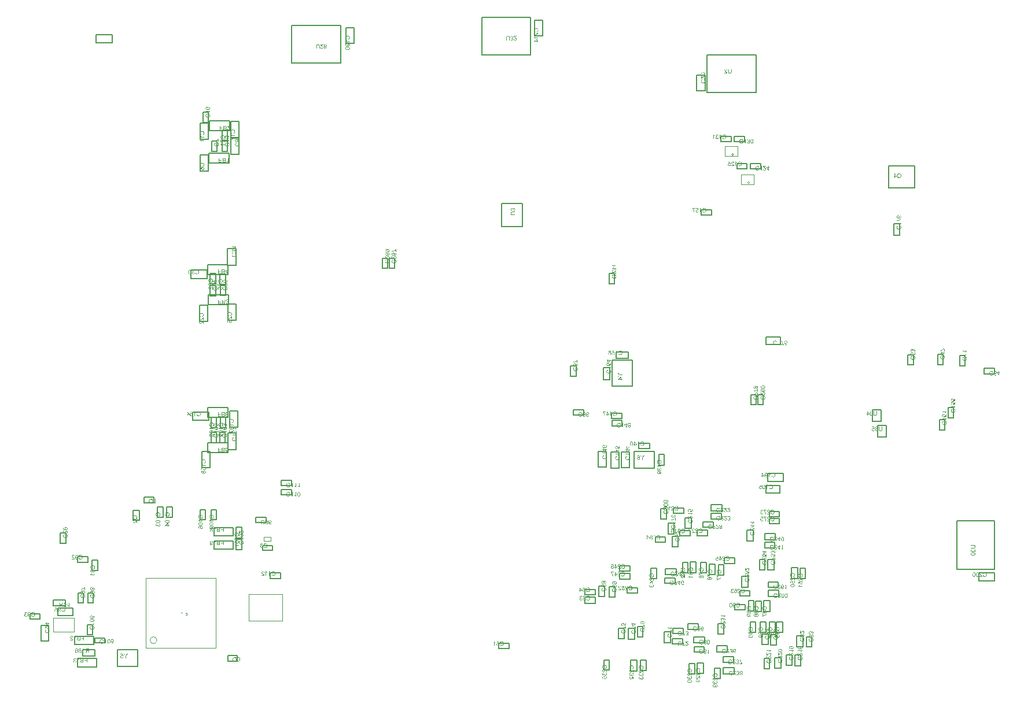
<source format=gbr>
G04*
G04 #@! TF.GenerationSoftware,Altium Limited,Altium Designer,23.7.1 (13)*
G04*
G04 Layer_Color=32896*
%FSLAX25Y25*%
%MOIN*%
G70*
G04*
G04 #@! TF.SameCoordinates,27D51526-8311-448D-B6E4-34D2AC34C314*
G04*
G04*
G04 #@! TF.FilePolarity,Positive*
G04*
G01*
G75*
%ADD11C,0.00787*%
%ADD353C,0.00100*%
G36*
X400698Y-301370D02*
X400826Y-301385D01*
X400939Y-301403D01*
X400993Y-301417D01*
X401041Y-301428D01*
X401084Y-301439D01*
X401124Y-301454D01*
X401161Y-301465D01*
X401190Y-301472D01*
X401212Y-301483D01*
X401230Y-301486D01*
X401241Y-301494D01*
X401244D01*
X401354Y-301548D01*
X401452Y-301610D01*
X401536Y-301676D01*
X401568Y-301709D01*
X401601Y-301738D01*
X401630Y-301767D01*
X401656Y-301796D01*
X401678Y-301821D01*
X401692Y-301843D01*
X401707Y-301858D01*
X401718Y-301872D01*
X401721Y-301880D01*
X401725Y-301883D01*
X401754Y-301934D01*
X401779Y-301985D01*
X401819Y-302094D01*
X401849Y-302204D01*
X401867Y-302309D01*
X401874Y-302360D01*
X401881Y-302404D01*
X401885Y-302444D01*
Y-302477D01*
X401889Y-302506D01*
Y-302546D01*
X401885Y-302619D01*
X401878Y-302688D01*
X401870Y-302753D01*
X401856Y-302815D01*
X401838Y-302873D01*
X401819Y-302928D01*
X401801Y-302979D01*
X401779Y-303026D01*
X401761Y-303066D01*
X401743Y-303106D01*
X401725Y-303135D01*
X401707Y-303165D01*
X401692Y-303183D01*
X401685Y-303201D01*
X401678Y-303208D01*
X401674Y-303212D01*
X401630Y-303263D01*
X401586Y-303307D01*
X401536Y-303347D01*
X401484Y-303387D01*
X401383Y-303452D01*
X401281Y-303503D01*
X401233Y-303525D01*
X401190Y-303543D01*
X401150Y-303558D01*
X401117Y-303569D01*
X401088Y-303579D01*
X401066Y-303587D01*
X401051Y-303590D01*
X401048D01*
X400964Y-303256D01*
X401022Y-303241D01*
X401077Y-303223D01*
X401128Y-303205D01*
X401175Y-303186D01*
X401219Y-303165D01*
X401255Y-303143D01*
X401292Y-303117D01*
X401324Y-303095D01*
X401354Y-303077D01*
X401375Y-303055D01*
X401397Y-303037D01*
X401415Y-303023D01*
X401426Y-303008D01*
X401437Y-302997D01*
X401441Y-302993D01*
X401444Y-302990D01*
X401474Y-302954D01*
X401496Y-302913D01*
X401536Y-302833D01*
X401565Y-302757D01*
X401583Y-302680D01*
X401597Y-302615D01*
X401601Y-302589D01*
Y-302564D01*
X401605Y-302542D01*
Y-302517D01*
X401601Y-302433D01*
X401586Y-302353D01*
X401568Y-302280D01*
X401546Y-302215D01*
X401525Y-302164D01*
X401514Y-302142D01*
X401506Y-302123D01*
X401499Y-302109D01*
X401492Y-302098D01*
X401488Y-302091D01*
Y-302087D01*
X401437Y-302018D01*
X401383Y-301960D01*
X401321Y-301909D01*
X401263Y-301869D01*
X401212Y-301836D01*
X401168Y-301814D01*
X401150Y-301807D01*
X401139Y-301800D01*
X401131Y-301796D01*
X401128D01*
X401033Y-301767D01*
X400939Y-301745D01*
X400844Y-301727D01*
X400757Y-301716D01*
X400716Y-301712D01*
X400680Y-301709D01*
X400647D01*
X400622Y-301705D01*
X400600D01*
X400582D01*
X400571D01*
X400567D01*
X400473Y-301709D01*
X400385Y-301716D01*
X400305Y-301730D01*
X400232Y-301745D01*
X400171Y-301756D01*
X400145Y-301763D01*
X400123Y-301770D01*
X400105Y-301774D01*
X400094Y-301778D01*
X400087Y-301781D01*
X400083D01*
X399999Y-301818D01*
X399923Y-301858D01*
X399861Y-301902D01*
X399806Y-301949D01*
X399763Y-301989D01*
X399734Y-302022D01*
X399715Y-302047D01*
X399708Y-302051D01*
Y-302054D01*
X399661Y-302131D01*
X399624Y-302215D01*
X399599Y-302295D01*
X399585Y-302371D01*
X399573Y-302440D01*
X399570Y-302469D01*
Y-302495D01*
X399566Y-302513D01*
Y-302542D01*
X399570Y-302633D01*
X399585Y-302717D01*
X399606Y-302786D01*
X399628Y-302848D01*
X399654Y-302895D01*
X399672Y-302932D01*
X399686Y-302954D01*
X399694Y-302961D01*
X399748Y-303019D01*
X399810Y-303074D01*
X399876Y-303117D01*
X399941Y-303154D01*
X399999Y-303183D01*
X400029Y-303194D01*
X400050Y-303201D01*
X400069Y-303208D01*
X400083Y-303216D01*
X400090Y-303219D01*
X400094D01*
X400018Y-303547D01*
X399952Y-303525D01*
X399894Y-303503D01*
X399839Y-303474D01*
X399785Y-303449D01*
X399737Y-303419D01*
X399694Y-303387D01*
X399650Y-303358D01*
X399614Y-303328D01*
X399585Y-303299D01*
X399555Y-303274D01*
X399530Y-303248D01*
X399512Y-303230D01*
X399494Y-303212D01*
X399482Y-303197D01*
X399479Y-303190D01*
X399475Y-303186D01*
X399443Y-303135D01*
X399410Y-303084D01*
X399384Y-303033D01*
X399362Y-302979D01*
X399330Y-302870D01*
X399308Y-302771D01*
X399297Y-302724D01*
X399293Y-302684D01*
X399290Y-302644D01*
X399286Y-302611D01*
X399282Y-302586D01*
Y-302549D01*
X399290Y-302429D01*
X399308Y-302313D01*
X399330Y-302211D01*
X399344Y-302164D01*
X399359Y-302120D01*
X399373Y-302080D01*
X399388Y-302043D01*
X399399Y-302014D01*
X399410Y-301985D01*
X399421Y-301967D01*
X399428Y-301952D01*
X399432Y-301941D01*
X399435Y-301938D01*
X399497Y-301840D01*
X399570Y-301756D01*
X399643Y-301683D01*
X399715Y-301621D01*
X399781Y-301574D01*
X399810Y-301556D01*
X399836Y-301541D01*
X399854Y-301527D01*
X399868Y-301519D01*
X399879Y-301516D01*
X399883Y-301512D01*
X399996Y-301461D01*
X400112Y-301425D01*
X400229Y-301399D01*
X400334Y-301381D01*
X400382Y-301374D01*
X400429Y-301370D01*
X400465Y-301366D01*
X400502D01*
X400527Y-301363D01*
X400549D01*
X400564D01*
X400567D01*
X400698Y-301370D01*
D02*
G37*
G36*
X399657Y-305130D02*
X399763Y-305043D01*
X399876Y-304959D01*
X399985Y-304886D01*
X400090Y-304817D01*
X400138Y-304788D01*
X400181Y-304763D01*
X400221Y-304737D01*
X400254Y-304719D01*
X400283Y-304704D01*
X400302Y-304693D01*
X400316Y-304686D01*
X400320Y-304682D01*
X400465Y-304610D01*
X400611Y-304544D01*
X400749Y-304489D01*
X400811Y-304468D01*
X400873Y-304446D01*
X400928Y-304424D01*
X400979Y-304410D01*
X401022Y-304395D01*
X401059Y-304384D01*
X401091Y-304373D01*
X401113Y-304366D01*
X401128Y-304362D01*
X401131D01*
X401281Y-304326D01*
X401354Y-304311D01*
X401419Y-304300D01*
X401481Y-304289D01*
X401543Y-304278D01*
X401594Y-304271D01*
X401645Y-304264D01*
X401688Y-304260D01*
X401728Y-304257D01*
X401765Y-304253D01*
X401794D01*
X401816Y-304249D01*
X401830D01*
X401841D01*
X401845D01*
Y-304566D01*
X401707Y-304577D01*
X401579Y-304595D01*
X401463Y-304613D01*
X401408Y-304624D01*
X401357Y-304635D01*
X401313Y-304642D01*
X401273Y-304653D01*
X401237Y-304661D01*
X401208Y-304668D01*
X401186Y-304675D01*
X401168Y-304679D01*
X401157Y-304682D01*
X401153D01*
X400986Y-304737D01*
X400829Y-304795D01*
X400753Y-304824D01*
X400680Y-304854D01*
X400615Y-304886D01*
X400549Y-304915D01*
X400491Y-304941D01*
X400440Y-304966D01*
X400396Y-304988D01*
X400356Y-305006D01*
X400323Y-305025D01*
X400302Y-305035D01*
X400287Y-305043D01*
X400283Y-305047D01*
X400207Y-305090D01*
X400131Y-305134D01*
X400061Y-305177D01*
X399996Y-305221D01*
X399938Y-305261D01*
X399879Y-305301D01*
X399828Y-305341D01*
X399785Y-305374D01*
X399741Y-305407D01*
X399705Y-305436D01*
X399675Y-305465D01*
X399650Y-305487D01*
X399628Y-305502D01*
X399614Y-305516D01*
X399606Y-305523D01*
X399603Y-305527D01*
X399359D01*
Y-303896D01*
X399657D01*
Y-305130D01*
D02*
G37*
G36*
Y-307088D02*
X399763Y-307001D01*
X399876Y-306917D01*
X399985Y-306845D01*
X400090Y-306775D01*
X400138Y-306746D01*
X400181Y-306721D01*
X400221Y-306695D01*
X400254Y-306677D01*
X400283Y-306663D01*
X400302Y-306652D01*
X400316Y-306644D01*
X400320Y-306641D01*
X400465Y-306568D01*
X400611Y-306502D01*
X400749Y-306448D01*
X400811Y-306426D01*
X400873Y-306404D01*
X400928Y-306382D01*
X400979Y-306368D01*
X401022Y-306353D01*
X401059Y-306342D01*
X401091Y-306331D01*
X401113Y-306324D01*
X401128Y-306320D01*
X401131D01*
X401281Y-306284D01*
X401354Y-306270D01*
X401419Y-306259D01*
X401481Y-306248D01*
X401543Y-306237D01*
X401594Y-306229D01*
X401645Y-306222D01*
X401688Y-306219D01*
X401728Y-306215D01*
X401765Y-306211D01*
X401794D01*
X401816Y-306208D01*
X401830D01*
X401841D01*
X401845D01*
Y-306524D01*
X401707Y-306535D01*
X401579Y-306553D01*
X401463Y-306572D01*
X401408Y-306582D01*
X401357Y-306593D01*
X401313Y-306601D01*
X401273Y-306612D01*
X401237Y-306619D01*
X401208Y-306626D01*
X401186Y-306633D01*
X401168Y-306637D01*
X401157Y-306641D01*
X401153D01*
X400986Y-306695D01*
X400829Y-306754D01*
X400753Y-306783D01*
X400680Y-306812D01*
X400615Y-306845D01*
X400549Y-306874D01*
X400491Y-306899D01*
X400440Y-306925D01*
X400396Y-306946D01*
X400356Y-306965D01*
X400323Y-306983D01*
X400302Y-306994D01*
X400287Y-307001D01*
X400283Y-307005D01*
X400207Y-307049D01*
X400131Y-307092D01*
X400061Y-307136D01*
X399996Y-307179D01*
X399938Y-307220D01*
X399879Y-307260D01*
X399828Y-307300D01*
X399785Y-307332D01*
X399741Y-307365D01*
X399705Y-307394D01*
X399675Y-307423D01*
X399650Y-307445D01*
X399628Y-307460D01*
X399614Y-307474D01*
X399606Y-307482D01*
X399603Y-307485D01*
X399359D01*
Y-305855D01*
X399657D01*
Y-307088D01*
D02*
G37*
G36*
X395457Y-301202D02*
X395584Y-301217D01*
X395697Y-301235D01*
X395751Y-301249D01*
X395799Y-301260D01*
X395842Y-301271D01*
X395883Y-301286D01*
X395919Y-301297D01*
X395948Y-301304D01*
X395970Y-301315D01*
X395988Y-301319D01*
X395999Y-301326D01*
X396003D01*
X396112Y-301380D01*
X396210Y-301442D01*
X396294Y-301508D01*
X396327Y-301541D01*
X396359Y-301570D01*
X396388Y-301599D01*
X396414Y-301628D01*
X396436Y-301654D01*
X396450Y-301675D01*
X396465Y-301690D01*
X396476Y-301704D01*
X396479Y-301712D01*
X396483Y-301715D01*
X396512Y-301766D01*
X396538Y-301817D01*
X396578Y-301926D01*
X396607Y-302036D01*
X396625Y-302141D01*
X396632Y-302192D01*
X396640Y-302236D01*
X396643Y-302276D01*
Y-302309D01*
X396647Y-302338D01*
Y-302378D01*
X396643Y-302451D01*
X396636Y-302520D01*
X396629Y-302585D01*
X396614Y-302647D01*
X396596Y-302706D01*
X396578Y-302760D01*
X396560Y-302811D01*
X396538Y-302858D01*
X396519Y-302898D01*
X396501Y-302938D01*
X396483Y-302968D01*
X396465Y-302997D01*
X396450Y-303015D01*
X396443Y-303033D01*
X396436Y-303040D01*
X396432Y-303044D01*
X396388Y-303095D01*
X396345Y-303139D01*
X396294Y-303179D01*
X396243Y-303219D01*
X396141Y-303284D01*
X396039Y-303335D01*
X395992Y-303357D01*
X395948Y-303375D01*
X395908Y-303390D01*
X395875Y-303401D01*
X395846Y-303412D01*
X395824Y-303419D01*
X395810Y-303422D01*
X395806D01*
X395722Y-303088D01*
X395781Y-303073D01*
X395835Y-303055D01*
X395886Y-303037D01*
X395933Y-303018D01*
X395977Y-302997D01*
X396013Y-302975D01*
X396050Y-302949D01*
X396083Y-302927D01*
X396112Y-302909D01*
X396134Y-302887D01*
X396156Y-302869D01*
X396174Y-302855D01*
X396185Y-302840D01*
X396196Y-302829D01*
X396199Y-302826D01*
X396203Y-302822D01*
X396232Y-302785D01*
X396254Y-302746D01*
X396294Y-302665D01*
X396323Y-302589D01*
X396341Y-302513D01*
X396356Y-302447D01*
X396359Y-302421D01*
Y-302396D01*
X396363Y-302374D01*
Y-302349D01*
X396359Y-302265D01*
X396345Y-302185D01*
X396327Y-302112D01*
X396305Y-302047D01*
X396283Y-301996D01*
X396272Y-301974D01*
X396265Y-301956D01*
X396257Y-301941D01*
X396250Y-301930D01*
X396247Y-301923D01*
Y-301919D01*
X396196Y-301850D01*
X396141Y-301792D01*
X396079Y-301741D01*
X396021Y-301701D01*
X395970Y-301668D01*
X395926Y-301646D01*
X395908Y-301639D01*
X395897Y-301632D01*
X395890Y-301628D01*
X395886D01*
X395792Y-301599D01*
X395697Y-301577D01*
X395602Y-301559D01*
X395515Y-301548D01*
X395475Y-301544D01*
X395438Y-301541D01*
X395406D01*
X395380Y-301537D01*
X395358D01*
X395340D01*
X395329D01*
X395326D01*
X395231Y-301541D01*
X395144Y-301548D01*
X395063Y-301562D01*
X394991Y-301577D01*
X394929Y-301588D01*
X394903Y-301595D01*
X394882Y-301603D01*
X394863Y-301606D01*
X394852Y-301610D01*
X394845Y-301613D01*
X394841D01*
X394758Y-301650D01*
X394681Y-301690D01*
X394619Y-301734D01*
X394565Y-301781D01*
X394521Y-301821D01*
X394492Y-301854D01*
X394474Y-301879D01*
X394466Y-301883D01*
Y-301887D01*
X394419Y-301963D01*
X394383Y-302047D01*
X394357Y-302127D01*
X394343Y-302203D01*
X394332Y-302272D01*
X394328Y-302301D01*
Y-302327D01*
X394325Y-302345D01*
Y-302374D01*
X394328Y-302465D01*
X394343Y-302549D01*
X394365Y-302618D01*
X394386Y-302680D01*
X394412Y-302727D01*
X394430Y-302764D01*
X394445Y-302785D01*
X394452Y-302793D01*
X394507Y-302851D01*
X394568Y-302906D01*
X394634Y-302949D01*
X394700Y-302986D01*
X394758Y-303015D01*
X394787Y-303026D01*
X394809Y-303033D01*
X394827Y-303040D01*
X394841Y-303048D01*
X394849Y-303051D01*
X394852D01*
X394776Y-303379D01*
X394710Y-303357D01*
X394652Y-303335D01*
X394598Y-303306D01*
X394543Y-303281D01*
X394496Y-303252D01*
X394452Y-303219D01*
X394408Y-303190D01*
X394372Y-303160D01*
X394343Y-303131D01*
X394314Y-303106D01*
X394288Y-303080D01*
X394270Y-303062D01*
X394252Y-303044D01*
X394241Y-303029D01*
X394237Y-303022D01*
X394234Y-303018D01*
X394201Y-302968D01*
X394168Y-302917D01*
X394143Y-302866D01*
X394121Y-302811D01*
X394088Y-302702D01*
X394066Y-302604D01*
X394055Y-302556D01*
X394052Y-302516D01*
X394048Y-302476D01*
X394044Y-302443D01*
X394041Y-302418D01*
Y-302381D01*
X394048Y-302261D01*
X394066Y-302145D01*
X394088Y-302043D01*
X394103Y-301996D01*
X394117Y-301952D01*
X394132Y-301912D01*
X394146Y-301875D01*
X394157Y-301846D01*
X394168Y-301817D01*
X394179Y-301799D01*
X394186Y-301784D01*
X394190Y-301774D01*
X394194Y-301770D01*
X394255Y-301672D01*
X394328Y-301588D01*
X394401Y-301515D01*
X394474Y-301453D01*
X394539Y-301406D01*
X394568Y-301388D01*
X394594Y-301373D01*
X394612Y-301359D01*
X394627Y-301351D01*
X394638Y-301348D01*
X394641Y-301344D01*
X394754Y-301293D01*
X394871Y-301257D01*
X394987Y-301231D01*
X395093Y-301213D01*
X395140Y-301206D01*
X395187Y-301202D01*
X395224Y-301199D01*
X395260D01*
X395286Y-301195D01*
X395307D01*
X395322D01*
X395326D01*
X395457Y-301202D01*
D02*
G37*
G36*
X394416Y-304962D02*
X394521Y-304875D01*
X394634Y-304791D01*
X394743Y-304718D01*
X394849Y-304649D01*
X394896Y-304620D01*
X394940Y-304595D01*
X394980Y-304569D01*
X395012Y-304551D01*
X395042Y-304536D01*
X395060Y-304525D01*
X395074Y-304518D01*
X395078Y-304515D01*
X395224Y-304442D01*
X395369Y-304376D01*
X395508Y-304322D01*
X395569Y-304300D01*
X395631Y-304278D01*
X395686Y-304256D01*
X395737Y-304241D01*
X395781Y-304227D01*
X395817Y-304216D01*
X395850Y-304205D01*
X395872Y-304198D01*
X395886Y-304194D01*
X395890D01*
X396039Y-304158D01*
X396112Y-304143D01*
X396177Y-304132D01*
X396239Y-304121D01*
X396301Y-304111D01*
X396352Y-304103D01*
X396403Y-304096D01*
X396447Y-304092D01*
X396487Y-304089D01*
X396523Y-304085D01*
X396552D01*
X396574Y-304081D01*
X396589D01*
X396600D01*
X396603D01*
Y-304398D01*
X396465Y-304409D01*
X396338Y-304427D01*
X396221Y-304445D01*
X396166Y-304456D01*
X396115Y-304467D01*
X396072Y-304474D01*
X396032Y-304485D01*
X395995Y-304493D01*
X395966Y-304500D01*
X395944Y-304507D01*
X395926Y-304511D01*
X395915Y-304515D01*
X395912D01*
X395744Y-304569D01*
X395588Y-304627D01*
X395511Y-304657D01*
X395438Y-304686D01*
X395373Y-304718D01*
X395307Y-304748D01*
X395249Y-304773D01*
X395198Y-304799D01*
X395155Y-304820D01*
X395114Y-304838D01*
X395082Y-304857D01*
X395060Y-304868D01*
X395045Y-304875D01*
X395042Y-304878D01*
X394965Y-304922D01*
X394889Y-304966D01*
X394820Y-305010D01*
X394754Y-305053D01*
X394696Y-305093D01*
X394638Y-305133D01*
X394587Y-305173D01*
X394543Y-305206D01*
X394499Y-305239D01*
X394463Y-305268D01*
X394434Y-305297D01*
X394408Y-305319D01*
X394386Y-305333D01*
X394372Y-305348D01*
X394365Y-305355D01*
X394361Y-305359D01*
X394117D01*
Y-303728D01*
X394416D01*
Y-304962D01*
D02*
G37*
G36*
X395544Y-305654D02*
X395653Y-305661D01*
X395755Y-305672D01*
X395850Y-305690D01*
X395933Y-305708D01*
X396010Y-305727D01*
X396079Y-305749D01*
X396141Y-305774D01*
X396192Y-305796D01*
X396239Y-305818D01*
X396276Y-305836D01*
X396308Y-305858D01*
X396334Y-305872D01*
X396348Y-305883D01*
X396359Y-305890D01*
X396363Y-305894D01*
X396414Y-305941D01*
X396458Y-305992D01*
X396494Y-306043D01*
X396527Y-306094D01*
X396556Y-306149D01*
X396578Y-306200D01*
X396596Y-306251D01*
X396610Y-306302D01*
X396621Y-306345D01*
X396632Y-306389D01*
X396640Y-306425D01*
X396643Y-306458D01*
Y-306487D01*
X396647Y-306506D01*
Y-306524D01*
X396643Y-306608D01*
X396629Y-306684D01*
X396614Y-306753D01*
X396592Y-306815D01*
X396574Y-306862D01*
X396556Y-306899D01*
X396552Y-306913D01*
X396545Y-306924D01*
X396541Y-306928D01*
Y-306931D01*
X396498Y-306993D01*
X396447Y-307052D01*
X396396Y-307099D01*
X396345Y-307139D01*
X396297Y-307172D01*
X396261Y-307194D01*
X396247Y-307201D01*
X396236Y-307208D01*
X396232Y-307212D01*
X396228D01*
X396152Y-307248D01*
X396072Y-307274D01*
X395999Y-307292D01*
X395930Y-307303D01*
X395872Y-307314D01*
X395850D01*
X395828Y-307317D01*
X395810D01*
X395799D01*
X395792D01*
X395788D01*
X395722Y-307314D01*
X395660Y-307306D01*
X395599Y-307295D01*
X395544Y-307285D01*
X395493Y-307266D01*
X395442Y-307248D01*
X395398Y-307230D01*
X395358Y-307208D01*
X395322Y-307186D01*
X395289Y-307168D01*
X395264Y-307150D01*
X395238Y-307132D01*
X395220Y-307121D01*
X395209Y-307110D01*
X395202Y-307103D01*
X395198Y-307099D01*
X395158Y-307059D01*
X395122Y-307015D01*
X395093Y-306968D01*
X395067Y-306924D01*
X395042Y-306880D01*
X395023Y-306837D01*
X394998Y-306753D01*
X394987Y-306717D01*
X394980Y-306680D01*
X394976Y-306651D01*
X394972Y-306622D01*
X394969Y-306600D01*
Y-306571D01*
X394972Y-306506D01*
X394983Y-306444D01*
X394994Y-306385D01*
X395009Y-306334D01*
X395027Y-306291D01*
X395038Y-306258D01*
X395049Y-306236D01*
X395053Y-306233D01*
Y-306229D01*
X395089Y-306171D01*
X395129Y-306120D01*
X395169Y-306072D01*
X395213Y-306036D01*
X395249Y-306003D01*
X395278Y-305978D01*
X395300Y-305963D01*
X395304Y-305960D01*
X395238D01*
X395173Y-305963D01*
X395114Y-305967D01*
X395056Y-305974D01*
X395005Y-305978D01*
X394958Y-305985D01*
X394914Y-305992D01*
X394874Y-306003D01*
X394838Y-306011D01*
X394809Y-306018D01*
X394783Y-306025D01*
X394761Y-306029D01*
X394747Y-306036D01*
X394736Y-306040D01*
X394729Y-306043D01*
X394725D01*
X394652Y-306080D01*
X394587Y-306116D01*
X394536Y-306156D01*
X394492Y-306193D01*
X394456Y-306225D01*
X394430Y-306251D01*
X394416Y-306269D01*
X394412Y-306276D01*
X394383Y-306320D01*
X394365Y-306364D01*
X394350Y-306407D01*
X394339Y-306451D01*
X394332Y-306484D01*
X394328Y-306513D01*
Y-306538D01*
X394336Y-306604D01*
X394350Y-306666D01*
X394372Y-306717D01*
X394394Y-306764D01*
X394419Y-306801D01*
X394441Y-306826D01*
X394456Y-306840D01*
X394463Y-306848D01*
X394496Y-306873D01*
X394536Y-306899D01*
X394579Y-306921D01*
X394623Y-306935D01*
X394663Y-306950D01*
X394696Y-306961D01*
X394718Y-306964D01*
X394721Y-306968D01*
X394725D01*
X394700Y-307277D01*
X394598Y-307256D01*
X394507Y-307223D01*
X394426Y-307186D01*
X394361Y-307146D01*
X394310Y-307106D01*
X394288Y-307092D01*
X394270Y-307073D01*
X394259Y-307063D01*
X394248Y-307052D01*
X394245Y-307048D01*
X394241Y-307044D01*
X394212Y-307008D01*
X394186Y-306968D01*
X394143Y-306888D01*
X394113Y-306808D01*
X394095Y-306731D01*
X394081Y-306662D01*
X394077Y-306633D01*
Y-306608D01*
X394073Y-306586D01*
Y-306557D01*
X394077Y-306484D01*
X394084Y-306415D01*
X394099Y-306349D01*
X394117Y-306287D01*
X394143Y-306233D01*
X394164Y-306178D01*
X394194Y-306131D01*
X394219Y-306087D01*
X394245Y-306051D01*
X394274Y-306014D01*
X394295Y-305985D01*
X394317Y-305963D01*
X394339Y-305945D01*
X394354Y-305930D01*
X394361Y-305923D01*
X394365Y-305920D01*
X394430Y-305872D01*
X394507Y-305832D01*
X394587Y-305796D01*
X394670Y-305763D01*
X394758Y-305738D01*
X394845Y-305716D01*
X394936Y-305697D01*
X395020Y-305683D01*
X395104Y-305672D01*
X395180Y-305665D01*
X395249Y-305658D01*
X395307Y-305654D01*
X395358D01*
X395395Y-305650D01*
X395409D01*
X395420D01*
X395424D01*
X395427D01*
X395544Y-305654D01*
D02*
G37*
G36*
X340569Y-308139D02*
X340642Y-308146D01*
X340711Y-308153D01*
X340773Y-308161D01*
X340831Y-308168D01*
X340886Y-308179D01*
X340933Y-308190D01*
X340973Y-308201D01*
X341009Y-308208D01*
X341042Y-308219D01*
X341068Y-308226D01*
X341086Y-308233D01*
X341101Y-308241D01*
X341108Y-308244D01*
X341111D01*
X341199Y-308288D01*
X341275Y-308335D01*
X341341Y-308390D01*
X341395Y-308437D01*
X341435Y-308485D01*
X341464Y-308521D01*
X341475Y-308536D01*
X341483Y-308546D01*
X341490Y-308550D01*
Y-308554D01*
X341534Y-308630D01*
X341566Y-308707D01*
X341592Y-308783D01*
X341606Y-308852D01*
X341617Y-308914D01*
X341621Y-308940D01*
Y-308958D01*
X341625Y-308976D01*
Y-309001D01*
X341621Y-309063D01*
X341614Y-309121D01*
X341603Y-309180D01*
X341588Y-309231D01*
X341548Y-309329D01*
X341530Y-309373D01*
X341508Y-309409D01*
X341483Y-309446D01*
X341464Y-309475D01*
X341443Y-309504D01*
X341424Y-309526D01*
X341410Y-309544D01*
X341399Y-309555D01*
X341392Y-309562D01*
X341388Y-309566D01*
X341344Y-309606D01*
X341293Y-309638D01*
X341246Y-309671D01*
X341195Y-309697D01*
X341141Y-309718D01*
X341090Y-309737D01*
X340995Y-309762D01*
X340948Y-309773D01*
X340908Y-309780D01*
X340867Y-309784D01*
X340835Y-309788D01*
X340809Y-309791D01*
X340791D01*
X340776D01*
X340773D01*
X340704Y-309788D01*
X340642Y-309780D01*
X340580Y-309773D01*
X340522Y-309758D01*
X340471Y-309740D01*
X340420Y-309722D01*
X340376Y-309704D01*
X340336Y-309682D01*
X340300Y-309664D01*
X340267Y-309646D01*
X340241Y-309628D01*
X340216Y-309609D01*
X340198Y-309595D01*
X340187Y-309587D01*
X340180Y-309580D01*
X340176Y-309577D01*
X340136Y-309537D01*
X340103Y-309493D01*
X340070Y-309449D01*
X340045Y-309402D01*
X340023Y-309358D01*
X340005Y-309314D01*
X339979Y-309231D01*
X339968Y-309194D01*
X339961Y-309158D01*
X339957Y-309129D01*
X339954Y-309100D01*
X339950Y-309078D01*
Y-309049D01*
X339954Y-308980D01*
X339965Y-308914D01*
X339979Y-308856D01*
X339998Y-308801D01*
X340012Y-308761D01*
X340027Y-308728D01*
X340038Y-308707D01*
X340041Y-308699D01*
X340078Y-308641D01*
X340118Y-308590D01*
X340158Y-308546D01*
X340194Y-308510D01*
X340230Y-308485D01*
X340256Y-308463D01*
X340274Y-308448D01*
X340282Y-308444D01*
X340252D01*
X340234D01*
X340223D01*
X340220D01*
X340147Y-308448D01*
X340078Y-308452D01*
X340016Y-308459D01*
X339957Y-308466D01*
X339910Y-308477D01*
X339874Y-308485D01*
X339859Y-308488D01*
X339848D01*
X339845Y-308492D01*
X339841D01*
X339775Y-308510D01*
X339717Y-308528D01*
X339666Y-308546D01*
X339623Y-308565D01*
X339590Y-308579D01*
X339564Y-308594D01*
X339546Y-308601D01*
X339543Y-308605D01*
X339503Y-308634D01*
X339470Y-308663D01*
X339441Y-308692D01*
X339415Y-308721D01*
X339393Y-308743D01*
X339379Y-308765D01*
X339371Y-308779D01*
X339368Y-308783D01*
X339346Y-308823D01*
X339331Y-308867D01*
X339320Y-308907D01*
X339313Y-308947D01*
X339310Y-308980D01*
X339306Y-309005D01*
Y-309031D01*
X339310Y-309089D01*
X339320Y-309143D01*
X339335Y-309191D01*
X339353Y-309231D01*
X339368Y-309260D01*
X339382Y-309285D01*
X339393Y-309300D01*
X339397Y-309303D01*
X339437Y-309340D01*
X339484Y-309369D01*
X339535Y-309395D01*
X339586Y-309413D01*
X339630Y-309427D01*
X339670Y-309438D01*
X339685Y-309442D01*
X339692D01*
X339699Y-309446D01*
X339703D01*
X339677Y-309744D01*
X339572Y-309722D01*
X339481Y-309693D01*
X339401Y-309657D01*
X339335Y-309620D01*
X339284Y-309584D01*
X339262Y-309566D01*
X339244Y-309551D01*
X339233Y-309540D01*
X339222Y-309529D01*
X339219Y-309526D01*
X339215Y-309522D01*
X339186Y-309486D01*
X339160Y-309446D01*
X339120Y-309365D01*
X339091Y-309285D01*
X339073Y-309209D01*
X339058Y-309140D01*
X339055Y-309111D01*
Y-309085D01*
X339051Y-309067D01*
Y-309038D01*
X339058Y-308936D01*
X339073Y-308845D01*
X339099Y-308761D01*
X339128Y-308692D01*
X339139Y-308663D01*
X339153Y-308634D01*
X339168Y-308612D01*
X339178Y-308590D01*
X339186Y-308576D01*
X339193Y-308565D01*
X339200Y-308557D01*
Y-308554D01*
X339262Y-308481D01*
X339331Y-308415D01*
X339404Y-308364D01*
X339473Y-308321D01*
X339535Y-308284D01*
X339564Y-308270D01*
X339586Y-308259D01*
X339608Y-308252D01*
X339623Y-308244D01*
X339630Y-308241D01*
X339634D01*
X339688Y-308222D01*
X339750Y-308204D01*
X339874Y-308179D01*
X340005Y-308161D01*
X340129Y-308150D01*
X340183Y-308142D01*
X340238Y-308139D01*
X340285D01*
X340325Y-308135D01*
X340358D01*
X340383D01*
X340402D01*
X340405D01*
X340489D01*
X340569Y-308139D01*
D02*
G37*
G36*
X339976Y-310101D02*
X340038Y-310108D01*
X340100Y-310119D01*
X340154Y-310130D01*
X340205Y-310148D01*
X340256Y-310166D01*
X340300Y-310184D01*
X340340Y-310206D01*
X340376Y-310228D01*
X340409Y-310246D01*
X340434Y-310264D01*
X340460Y-310283D01*
X340478Y-310294D01*
X340489Y-310304D01*
X340496Y-310312D01*
X340500Y-310315D01*
X340540Y-310355D01*
X340576Y-310399D01*
X340605Y-310447D01*
X340631Y-310490D01*
X340656Y-310534D01*
X340675Y-310578D01*
X340700Y-310661D01*
X340711Y-310698D01*
X340718Y-310734D01*
X340722Y-310763D01*
X340726Y-310792D01*
X340729Y-310814D01*
Y-310843D01*
X340726Y-310909D01*
X340715Y-310971D01*
X340704Y-311029D01*
X340689Y-311080D01*
X340671Y-311123D01*
X340660Y-311156D01*
X340649Y-311178D01*
X340646Y-311182D01*
Y-311185D01*
X340609Y-311244D01*
X340569Y-311295D01*
X340529Y-311342D01*
X340485Y-311378D01*
X340449Y-311411D01*
X340420Y-311437D01*
X340398Y-311451D01*
X340394Y-311455D01*
X340460D01*
X340525Y-311451D01*
X340584Y-311448D01*
X340642Y-311440D01*
X340693Y-311437D01*
X340740Y-311429D01*
X340784Y-311422D01*
X340824Y-311411D01*
X340860Y-311404D01*
X340889Y-311397D01*
X340915Y-311389D01*
X340937Y-311386D01*
X340951Y-311378D01*
X340962Y-311375D01*
X340969Y-311371D01*
X340973D01*
X341046Y-311335D01*
X341111Y-311298D01*
X341162Y-311258D01*
X341206Y-311222D01*
X341242Y-311189D01*
X341268Y-311164D01*
X341283Y-311145D01*
X341286Y-311138D01*
X341315Y-311094D01*
X341333Y-311051D01*
X341348Y-311007D01*
X341359Y-310963D01*
X341366Y-310931D01*
X341370Y-310901D01*
Y-310876D01*
X341363Y-310810D01*
X341348Y-310749D01*
X341326Y-310698D01*
X341304Y-310650D01*
X341279Y-310614D01*
X341257Y-310589D01*
X341242Y-310574D01*
X341235Y-310567D01*
X341202Y-310541D01*
X341162Y-310516D01*
X341119Y-310494D01*
X341075Y-310479D01*
X341035Y-310465D01*
X341002Y-310454D01*
X340980Y-310450D01*
X340977Y-310447D01*
X340973D01*
X340999Y-310137D01*
X341101Y-310159D01*
X341192Y-310192D01*
X341271Y-310228D01*
X341337Y-310268D01*
X341388Y-310308D01*
X341410Y-310323D01*
X341428Y-310341D01*
X341439Y-310352D01*
X341450Y-310363D01*
X341454Y-310366D01*
X341457Y-310370D01*
X341486Y-310406D01*
X341512Y-310447D01*
X341556Y-310527D01*
X341585Y-310607D01*
X341603Y-310683D01*
X341617Y-310752D01*
X341621Y-310781D01*
Y-310807D01*
X341625Y-310829D01*
Y-310858D01*
X341621Y-310931D01*
X341614Y-311000D01*
X341599Y-311065D01*
X341581Y-311127D01*
X341556Y-311182D01*
X341534Y-311236D01*
X341505Y-311284D01*
X341479Y-311327D01*
X341454Y-311364D01*
X341424Y-311400D01*
X341403Y-311429D01*
X341381Y-311451D01*
X341359Y-311469D01*
X341344Y-311484D01*
X341337Y-311491D01*
X341333Y-311495D01*
X341268Y-311542D01*
X341192Y-311582D01*
X341111Y-311619D01*
X341028Y-311651D01*
X340940Y-311677D01*
X340853Y-311699D01*
X340762Y-311717D01*
X340678Y-311731D01*
X340595Y-311742D01*
X340518Y-311750D01*
X340449Y-311757D01*
X340391Y-311760D01*
X340340D01*
X340303Y-311764D01*
X340289D01*
X340278D01*
X340274D01*
X340271D01*
X340154Y-311760D01*
X340045Y-311753D01*
X339943Y-311742D01*
X339848Y-311724D01*
X339765Y-311706D01*
X339688Y-311688D01*
X339619Y-311666D01*
X339557Y-311640D01*
X339506Y-311619D01*
X339459Y-311597D01*
X339422Y-311578D01*
X339390Y-311557D01*
X339364Y-311542D01*
X339350Y-311531D01*
X339339Y-311524D01*
X339335Y-311520D01*
X339284Y-311473D01*
X339240Y-311422D01*
X339204Y-311371D01*
X339171Y-311320D01*
X339142Y-311265D01*
X339120Y-311214D01*
X339102Y-311164D01*
X339088Y-311113D01*
X339077Y-311069D01*
X339066Y-311025D01*
X339058Y-310989D01*
X339055Y-310956D01*
Y-310927D01*
X339051Y-310909D01*
Y-310891D01*
X339055Y-310807D01*
X339069Y-310730D01*
X339084Y-310661D01*
X339106Y-310599D01*
X339124Y-310552D01*
X339142Y-310516D01*
X339146Y-310501D01*
X339153Y-310490D01*
X339157Y-310487D01*
Y-310483D01*
X339200Y-310421D01*
X339251Y-310363D01*
X339302Y-310315D01*
X339353Y-310275D01*
X339401Y-310243D01*
X339437Y-310221D01*
X339452Y-310213D01*
X339462Y-310206D01*
X339466Y-310203D01*
X339470D01*
X339546Y-310166D01*
X339626Y-310141D01*
X339699Y-310122D01*
X339768Y-310112D01*
X339826Y-310101D01*
X339848D01*
X339870Y-310097D01*
X339888D01*
X339899D01*
X339907D01*
X339910D01*
X339976Y-310101D01*
D02*
G37*
G36*
Y-312368D02*
X339917Y-312383D01*
X339863Y-312401D01*
X339812Y-312419D01*
X339765Y-312438D01*
X339721Y-312459D01*
X339685Y-312481D01*
X339648Y-312507D01*
X339615Y-312529D01*
X339586Y-312547D01*
X339564Y-312569D01*
X339543Y-312587D01*
X339524Y-312601D01*
X339513Y-312616D01*
X339503Y-312627D01*
X339499Y-312631D01*
X339495Y-312634D01*
X339466Y-312670D01*
X339444Y-312711D01*
X339404Y-312791D01*
X339375Y-312867D01*
X339357Y-312944D01*
X339342Y-313009D01*
X339339Y-313035D01*
Y-313060D01*
X339335Y-313082D01*
Y-313107D01*
X339339Y-313191D01*
X339353Y-313271D01*
X339371Y-313344D01*
X339393Y-313409D01*
X339415Y-313460D01*
X339426Y-313482D01*
X339433Y-313500D01*
X339441Y-313515D01*
X339448Y-313526D01*
X339452Y-313533D01*
Y-313537D01*
X339503Y-313606D01*
X339557Y-313664D01*
X339619Y-313715D01*
X339677Y-313755D01*
X339728Y-313788D01*
X339772Y-313810D01*
X339790Y-313817D01*
X339801Y-313824D01*
X339808Y-313828D01*
X339812D01*
X339907Y-313857D01*
X340001Y-313879D01*
X340096Y-313897D01*
X340183Y-313908D01*
X340223Y-313912D01*
X340260Y-313915D01*
X340292D01*
X340318Y-313919D01*
X340340D01*
X340358D01*
X340369D01*
X340372D01*
X340467Y-313915D01*
X340554Y-313908D01*
X340634Y-313894D01*
X340707Y-313879D01*
X340769Y-313868D01*
X340795Y-313861D01*
X340817Y-313854D01*
X340835Y-313850D01*
X340846Y-313846D01*
X340853Y-313843D01*
X340857D01*
X340940Y-313806D01*
X341017Y-313766D01*
X341079Y-313722D01*
X341133Y-313675D01*
X341177Y-313635D01*
X341206Y-313602D01*
X341224Y-313577D01*
X341231Y-313573D01*
Y-313570D01*
X341279Y-313493D01*
X341315Y-313409D01*
X341341Y-313329D01*
X341355Y-313253D01*
X341366Y-313184D01*
X341370Y-313155D01*
Y-313129D01*
X341373Y-313111D01*
Y-313082D01*
X341370Y-312991D01*
X341355Y-312907D01*
X341333Y-312838D01*
X341312Y-312776D01*
X341286Y-312729D01*
X341268Y-312692D01*
X341253Y-312670D01*
X341246Y-312663D01*
X341192Y-312605D01*
X341130Y-312550D01*
X341064Y-312507D01*
X340999Y-312470D01*
X340940Y-312441D01*
X340911Y-312430D01*
X340889Y-312423D01*
X340871Y-312416D01*
X340857Y-312408D01*
X340849Y-312405D01*
X340846D01*
X340922Y-312077D01*
X340988Y-312099D01*
X341046Y-312121D01*
X341101Y-312150D01*
X341155Y-312175D01*
X341202Y-312205D01*
X341246Y-312237D01*
X341290Y-312266D01*
X341326Y-312296D01*
X341355Y-312325D01*
X341384Y-312350D01*
X341410Y-312376D01*
X341428Y-312394D01*
X341446Y-312412D01*
X341457Y-312427D01*
X341461Y-312434D01*
X341464Y-312438D01*
X341497Y-312489D01*
X341530Y-312540D01*
X341556Y-312591D01*
X341577Y-312645D01*
X341610Y-312754D01*
X341632Y-312853D01*
X341643Y-312900D01*
X341647Y-312940D01*
X341650Y-312980D01*
X341654Y-313013D01*
X341657Y-313038D01*
Y-313075D01*
X341650Y-313195D01*
X341632Y-313311D01*
X341610Y-313413D01*
X341596Y-313460D01*
X341581Y-313504D01*
X341566Y-313544D01*
X341552Y-313580D01*
X341541Y-313610D01*
X341530Y-313639D01*
X341519Y-313657D01*
X341512Y-313671D01*
X341508Y-313683D01*
X341505Y-313686D01*
X341443Y-313784D01*
X341370Y-313868D01*
X341297Y-313941D01*
X341224Y-314003D01*
X341159Y-314050D01*
X341130Y-314068D01*
X341104Y-314083D01*
X341086Y-314097D01*
X341071Y-314105D01*
X341060Y-314108D01*
X341057Y-314112D01*
X340944Y-314163D01*
X340827Y-314199D01*
X340711Y-314225D01*
X340605Y-314243D01*
X340558Y-314250D01*
X340511Y-314254D01*
X340474Y-314258D01*
X340438D01*
X340412Y-314261D01*
X340391D01*
X340376D01*
X340372D01*
X340241Y-314254D01*
X340114Y-314239D01*
X340001Y-314221D01*
X339947Y-314207D01*
X339899Y-314196D01*
X339856Y-314185D01*
X339815Y-314170D01*
X339779Y-314159D01*
X339750Y-314152D01*
X339728Y-314141D01*
X339710Y-314137D01*
X339699Y-314130D01*
X339695D01*
X339586Y-314076D01*
X339488Y-314014D01*
X339404Y-313948D01*
X339371Y-313915D01*
X339339Y-313886D01*
X339310Y-313857D01*
X339284Y-313828D01*
X339262Y-313803D01*
X339248Y-313781D01*
X339233Y-313766D01*
X339222Y-313752D01*
X339219Y-313744D01*
X339215Y-313741D01*
X339186Y-313690D01*
X339160Y-313639D01*
X339120Y-313530D01*
X339091Y-313420D01*
X339073Y-313315D01*
X339066Y-313264D01*
X339058Y-313220D01*
X339055Y-313180D01*
Y-313147D01*
X339051Y-313118D01*
Y-313078D01*
X339055Y-313005D01*
X339062Y-312936D01*
X339069Y-312871D01*
X339084Y-312809D01*
X339102Y-312751D01*
X339120Y-312696D01*
X339139Y-312645D01*
X339160Y-312598D01*
X339178Y-312558D01*
X339197Y-312518D01*
X339215Y-312489D01*
X339233Y-312459D01*
X339248Y-312441D01*
X339255Y-312423D01*
X339262Y-312416D01*
X339266Y-312412D01*
X339310Y-312361D01*
X339353Y-312317D01*
X339404Y-312277D01*
X339455Y-312237D01*
X339557Y-312172D01*
X339659Y-312121D01*
X339706Y-312099D01*
X339750Y-312081D01*
X339790Y-312066D01*
X339823Y-312055D01*
X339852Y-312045D01*
X339874Y-312037D01*
X339888Y-312034D01*
X339892D01*
X339976Y-312368D01*
D02*
G37*
G36*
X333854Y-307787D02*
X333930Y-307802D01*
X333999Y-307824D01*
X334058Y-307845D01*
X334105Y-307867D01*
X334141Y-307889D01*
X334163Y-307904D01*
X334167Y-307907D01*
X334171D01*
X334229Y-307958D01*
X334280Y-308013D01*
X334320Y-308071D01*
X334356Y-308126D01*
X334382Y-308177D01*
X334400Y-308220D01*
X334407Y-308235D01*
X334411Y-308246D01*
X334415Y-308253D01*
Y-308257D01*
X334444Y-308191D01*
X334476Y-308137D01*
X334509Y-308089D01*
X334542Y-308049D01*
X334571Y-308020D01*
X334593Y-307998D01*
X334607Y-307984D01*
X334615Y-307980D01*
X334666Y-307947D01*
X334717Y-307926D01*
X334768Y-307907D01*
X334819Y-307896D01*
X334859Y-307889D01*
X334891Y-307886D01*
X334913D01*
X334917D01*
X334921D01*
X334971Y-307889D01*
X335019Y-307893D01*
X335110Y-307918D01*
X335190Y-307951D01*
X335259Y-307987D01*
X335314Y-308024D01*
X335335Y-308042D01*
X335357Y-308057D01*
X335372Y-308071D01*
X335383Y-308082D01*
X335386Y-308086D01*
X335390Y-308089D01*
X335423Y-308129D01*
X335455Y-308169D01*
X335481Y-308213D01*
X335503Y-308257D01*
X335536Y-308344D01*
X335558Y-308432D01*
X335568Y-308468D01*
X335572Y-308504D01*
X335576Y-308537D01*
X335579Y-308566D01*
X335583Y-308588D01*
Y-308621D01*
X335579Y-308679D01*
X335576Y-308737D01*
X335554Y-308839D01*
X335539Y-308887D01*
X335525Y-308930D01*
X335507Y-308970D01*
X335488Y-309007D01*
X335470Y-309036D01*
X335452Y-309065D01*
X335437Y-309090D01*
X335423Y-309109D01*
X335412Y-309123D01*
X335401Y-309134D01*
X335397Y-309141D01*
X335394Y-309145D01*
X335357Y-309178D01*
X335321Y-309210D01*
X335281Y-309236D01*
X335241Y-309258D01*
X335164Y-309294D01*
X335091Y-309316D01*
X335030Y-309331D01*
X335000Y-309334D01*
X334979Y-309338D01*
X334957Y-309342D01*
X334942D01*
X334935D01*
X334931D01*
X334866Y-309338D01*
X334804Y-309327D01*
X334749Y-309312D01*
X334702Y-309294D01*
X334666Y-309280D01*
X334636Y-309265D01*
X334622Y-309254D01*
X334615Y-309250D01*
X334571Y-309210D01*
X334531Y-309167D01*
X334495Y-309120D01*
X334466Y-309072D01*
X334444Y-309029D01*
X334429Y-308996D01*
X334422Y-308981D01*
X334418Y-308970D01*
X334415Y-308967D01*
Y-308963D01*
X334389Y-309047D01*
X334356Y-309116D01*
X334316Y-309178D01*
X334280Y-309229D01*
X334243Y-309269D01*
X334214Y-309298D01*
X334196Y-309312D01*
X334192Y-309320D01*
X334189D01*
X334123Y-309360D01*
X334054Y-309392D01*
X333989Y-309414D01*
X333923Y-309429D01*
X333865Y-309436D01*
X333839Y-309440D01*
X333818D01*
X333803Y-309443D01*
X333788D01*
X333781D01*
X333777D01*
X333719Y-309440D01*
X333661Y-309433D01*
X333606Y-309422D01*
X333552Y-309407D01*
X333461Y-309371D01*
X333417Y-309352D01*
X333381Y-309331D01*
X333344Y-309309D01*
X333315Y-309291D01*
X333290Y-309269D01*
X333268Y-309254D01*
X333250Y-309240D01*
X333239Y-309229D01*
X333231Y-309221D01*
X333228Y-309218D01*
X333188Y-309174D01*
X333155Y-309127D01*
X333126Y-309076D01*
X333101Y-309025D01*
X333082Y-308978D01*
X333064Y-308927D01*
X333039Y-308828D01*
X333028Y-308785D01*
X333020Y-308745D01*
X333017Y-308708D01*
X333013Y-308675D01*
X333010Y-308650D01*
Y-308613D01*
X333013Y-308544D01*
X333020Y-308483D01*
X333031Y-308421D01*
X333042Y-308362D01*
X333060Y-308311D01*
X333079Y-308260D01*
X333097Y-308213D01*
X333119Y-308173D01*
X333140Y-308137D01*
X333159Y-308104D01*
X333177Y-308078D01*
X333195Y-308053D01*
X333206Y-308035D01*
X333217Y-308024D01*
X333224Y-308017D01*
X333228Y-308013D01*
X333272Y-307973D01*
X333315Y-307937D01*
X333359Y-307907D01*
X333406Y-307882D01*
X333450Y-307856D01*
X333497Y-307838D01*
X333581Y-307813D01*
X333621Y-307802D01*
X333657Y-307794D01*
X333690Y-307791D01*
X333716Y-307787D01*
X333737Y-307784D01*
X333756D01*
X333767D01*
X333770D01*
X333854Y-307787D01*
D02*
G37*
G36*
X333934Y-309749D02*
X333996Y-309756D01*
X334058Y-309767D01*
X334112Y-309778D01*
X334163Y-309797D01*
X334214Y-309815D01*
X334258Y-309833D01*
X334298Y-309855D01*
X334334Y-309877D01*
X334367Y-309895D01*
X334393Y-309913D01*
X334418Y-309931D01*
X334436Y-309942D01*
X334447Y-309953D01*
X334454Y-309960D01*
X334458Y-309964D01*
X334498Y-310004D01*
X334535Y-310048D01*
X334564Y-310095D01*
X334589Y-310139D01*
X334615Y-310182D01*
X334633Y-310226D01*
X334658Y-310310D01*
X334669Y-310346D01*
X334677Y-310383D01*
X334680Y-310412D01*
X334684Y-310441D01*
X334687Y-310463D01*
Y-310492D01*
X334684Y-310557D01*
X334673Y-310619D01*
X334662Y-310677D01*
X334647Y-310728D01*
X334629Y-310772D01*
X334618Y-310805D01*
X334607Y-310827D01*
X334604Y-310830D01*
Y-310834D01*
X334567Y-310892D01*
X334527Y-310943D01*
X334487Y-310990D01*
X334444Y-311027D01*
X334407Y-311060D01*
X334378Y-311085D01*
X334356Y-311100D01*
X334353Y-311103D01*
X334418D01*
X334484Y-311100D01*
X334542Y-311096D01*
X334600Y-311089D01*
X334651Y-311085D01*
X334698Y-311078D01*
X334742Y-311070D01*
X334782Y-311060D01*
X334819Y-311052D01*
X334848Y-311045D01*
X334873Y-311038D01*
X334895Y-311034D01*
X334910Y-311027D01*
X334921Y-311023D01*
X334928Y-311020D01*
X334931D01*
X335004Y-310983D01*
X335070Y-310947D01*
X335121Y-310907D01*
X335164Y-310870D01*
X335201Y-310838D01*
X335226Y-310812D01*
X335241Y-310794D01*
X335244Y-310787D01*
X335274Y-310743D01*
X335292Y-310699D01*
X335306Y-310656D01*
X335317Y-310612D01*
X335325Y-310579D01*
X335328Y-310550D01*
Y-310525D01*
X335321Y-310459D01*
X335306Y-310397D01*
X335284Y-310346D01*
X335263Y-310299D01*
X335237Y-310262D01*
X335215Y-310237D01*
X335201Y-310222D01*
X335193Y-310215D01*
X335161Y-310190D01*
X335121Y-310164D01*
X335077Y-310142D01*
X335033Y-310128D01*
X334993Y-310113D01*
X334961Y-310102D01*
X334939Y-310099D01*
X334935Y-310095D01*
X334931D01*
X334957Y-309786D01*
X335059Y-309807D01*
X335150Y-309840D01*
X335230Y-309877D01*
X335295Y-309917D01*
X335346Y-309957D01*
X335368Y-309971D01*
X335386Y-309989D01*
X335397Y-310000D01*
X335408Y-310011D01*
X335412Y-310015D01*
X335416Y-310019D01*
X335445Y-310055D01*
X335470Y-310095D01*
X335514Y-310175D01*
X335543Y-310255D01*
X335561Y-310332D01*
X335576Y-310401D01*
X335579Y-310430D01*
Y-310455D01*
X335583Y-310477D01*
Y-310506D01*
X335579Y-310579D01*
X335572Y-310648D01*
X335558Y-310714D01*
X335539Y-310776D01*
X335514Y-310830D01*
X335492Y-310885D01*
X335463Y-310932D01*
X335437Y-310976D01*
X335412Y-311012D01*
X335383Y-311049D01*
X335361Y-311078D01*
X335339Y-311100D01*
X335317Y-311118D01*
X335303Y-311132D01*
X335295Y-311140D01*
X335292Y-311143D01*
X335226Y-311191D01*
X335150Y-311231D01*
X335070Y-311267D01*
X334986Y-311300D01*
X334899Y-311325D01*
X334811Y-311347D01*
X334720Y-311365D01*
X334636Y-311380D01*
X334553Y-311391D01*
X334476Y-311398D01*
X334407Y-311405D01*
X334349Y-311409D01*
X334298D01*
X334262Y-311413D01*
X334247D01*
X334236D01*
X334232D01*
X334229D01*
X334112Y-311409D01*
X334003Y-311402D01*
X333901Y-311391D01*
X333807Y-311373D01*
X333723Y-311354D01*
X333646Y-311336D01*
X333577Y-311314D01*
X333515Y-311289D01*
X333465Y-311267D01*
X333417Y-311245D01*
X333381Y-311227D01*
X333348Y-311205D01*
X333323Y-311191D01*
X333308Y-311180D01*
X333297Y-311172D01*
X333293Y-311169D01*
X333242Y-311122D01*
X333199Y-311070D01*
X333162Y-311020D01*
X333130Y-310969D01*
X333101Y-310914D01*
X333079Y-310863D01*
X333060Y-310812D01*
X333046Y-310761D01*
X333035Y-310717D01*
X333024Y-310674D01*
X333017Y-310637D01*
X333013Y-310605D01*
Y-310576D01*
X333010Y-310557D01*
Y-310539D01*
X333013Y-310455D01*
X333028Y-310379D01*
X333042Y-310310D01*
X333064Y-310248D01*
X333082Y-310201D01*
X333101Y-310164D01*
X333104Y-310150D01*
X333111Y-310139D01*
X333115Y-310135D01*
Y-310131D01*
X333159Y-310069D01*
X333210Y-310011D01*
X333261Y-309964D01*
X333312Y-309924D01*
X333359Y-309891D01*
X333395Y-309869D01*
X333410Y-309862D01*
X333421Y-309855D01*
X333424Y-309851D01*
X333428D01*
X333505Y-309815D01*
X333585Y-309789D01*
X333657Y-309771D01*
X333727Y-309760D01*
X333785Y-309749D01*
X333807D01*
X333828Y-309746D01*
X333847D01*
X333858D01*
X333865D01*
X333869D01*
X333934Y-309749D01*
D02*
G37*
G36*
Y-312017D02*
X333876Y-312032D01*
X333821Y-312050D01*
X333770Y-312068D01*
X333723Y-312086D01*
X333679Y-312108D01*
X333643Y-312130D01*
X333606Y-312155D01*
X333574Y-312177D01*
X333544Y-312195D01*
X333523Y-312217D01*
X333501Y-312235D01*
X333483Y-312250D01*
X333472Y-312264D01*
X333461Y-312275D01*
X333457Y-312279D01*
X333453Y-312283D01*
X333424Y-312319D01*
X333403Y-312359D01*
X333363Y-312439D01*
X333333Y-312516D01*
X333315Y-312592D01*
X333301Y-312658D01*
X333297Y-312683D01*
Y-312708D01*
X333293Y-312730D01*
Y-312756D01*
X333297Y-312840D01*
X333312Y-312920D01*
X333330Y-312992D01*
X333352Y-313058D01*
X333373Y-313109D01*
X333384Y-313131D01*
X333392Y-313149D01*
X333399Y-313163D01*
X333406Y-313174D01*
X333410Y-313182D01*
Y-313185D01*
X333461Y-313254D01*
X333515Y-313313D01*
X333577Y-313364D01*
X333635Y-313404D01*
X333686Y-313437D01*
X333730Y-313458D01*
X333748Y-313466D01*
X333759Y-313473D01*
X333767Y-313477D01*
X333770D01*
X333865Y-313506D01*
X333960Y-313527D01*
X334054Y-313546D01*
X334141Y-313557D01*
X334181Y-313560D01*
X334218Y-313564D01*
X334251D01*
X334276Y-313568D01*
X334298D01*
X334316D01*
X334327D01*
X334331D01*
X334425Y-313564D01*
X334513Y-313557D01*
X334593Y-313542D01*
X334666Y-313527D01*
X334728Y-313517D01*
X334753Y-313509D01*
X334775Y-313502D01*
X334793Y-313498D01*
X334804Y-313495D01*
X334811Y-313491D01*
X334815D01*
X334899Y-313455D01*
X334975Y-313415D01*
X335037Y-313371D01*
X335091Y-313324D01*
X335135Y-313284D01*
X335164Y-313251D01*
X335182Y-313225D01*
X335190Y-313222D01*
Y-313218D01*
X335237Y-313142D01*
X335274Y-313058D01*
X335299Y-312978D01*
X335314Y-312901D01*
X335325Y-312832D01*
X335328Y-312803D01*
Y-312778D01*
X335332Y-312759D01*
Y-312730D01*
X335328Y-312639D01*
X335314Y-312556D01*
X335292Y-312487D01*
X335270Y-312425D01*
X335244Y-312377D01*
X335226Y-312341D01*
X335212Y-312319D01*
X335204Y-312312D01*
X335150Y-312253D01*
X335088Y-312199D01*
X335022Y-312155D01*
X334957Y-312119D01*
X334899Y-312090D01*
X334870Y-312079D01*
X334848Y-312071D01*
X334829Y-312064D01*
X334815Y-312057D01*
X334808Y-312053D01*
X334804D01*
X334880Y-311726D01*
X334946Y-311748D01*
X335004Y-311769D01*
X335059Y-311799D01*
X335113Y-311824D01*
X335161Y-311853D01*
X335204Y-311886D01*
X335248Y-311915D01*
X335284Y-311944D01*
X335314Y-311973D01*
X335343Y-311999D01*
X335368Y-312024D01*
X335386Y-312042D01*
X335405Y-312061D01*
X335416Y-312075D01*
X335419Y-312082D01*
X335423Y-312086D01*
X335455Y-312137D01*
X335488Y-312188D01*
X335514Y-312239D01*
X335536Y-312294D01*
X335568Y-312403D01*
X335590Y-312501D01*
X335601Y-312548D01*
X335605Y-312588D01*
X335608Y-312628D01*
X335612Y-312661D01*
X335616Y-312687D01*
Y-312723D01*
X335608Y-312843D01*
X335590Y-312960D01*
X335568Y-313062D01*
X335554Y-313109D01*
X335539Y-313153D01*
X335525Y-313193D01*
X335510Y-313229D01*
X335499Y-313258D01*
X335488Y-313287D01*
X335477Y-313305D01*
X335470Y-313320D01*
X335467Y-313331D01*
X335463Y-313335D01*
X335401Y-313433D01*
X335328Y-313517D01*
X335255Y-313589D01*
X335182Y-313651D01*
X335117Y-313699D01*
X335088Y-313717D01*
X335062Y-313731D01*
X335044Y-313746D01*
X335030Y-313753D01*
X335019Y-313757D01*
X335015Y-313760D01*
X334902Y-313811D01*
X334786Y-313848D01*
X334669Y-313873D01*
X334564Y-313892D01*
X334516Y-313899D01*
X334469Y-313902D01*
X334433Y-313906D01*
X334396D01*
X334371Y-313910D01*
X334349D01*
X334334D01*
X334331D01*
X334200Y-313902D01*
X334072Y-313888D01*
X333960Y-313870D01*
X333905Y-313855D01*
X333858Y-313844D01*
X333814Y-313833D01*
X333774Y-313819D01*
X333737Y-313808D01*
X333708Y-313801D01*
X333686Y-313790D01*
X333668Y-313786D01*
X333657Y-313779D01*
X333654D01*
X333544Y-313724D01*
X333446Y-313662D01*
X333363Y-313597D01*
X333330Y-313564D01*
X333297Y-313535D01*
X333268Y-313506D01*
X333242Y-313477D01*
X333221Y-313451D01*
X333206Y-313429D01*
X333191Y-313415D01*
X333180Y-313400D01*
X333177Y-313393D01*
X333173Y-313389D01*
X333144Y-313338D01*
X333119Y-313287D01*
X333079Y-313178D01*
X333050Y-313069D01*
X333031Y-312963D01*
X333024Y-312912D01*
X333017Y-312869D01*
X333013Y-312829D01*
Y-312796D01*
X333010Y-312767D01*
Y-312727D01*
X333013Y-312654D01*
X333020Y-312585D01*
X333028Y-312519D01*
X333042Y-312457D01*
X333060Y-312399D01*
X333079Y-312345D01*
X333097Y-312294D01*
X333119Y-312246D01*
X333137Y-312206D01*
X333155Y-312166D01*
X333173Y-312137D01*
X333191Y-312108D01*
X333206Y-312090D01*
X333213Y-312071D01*
X333221Y-312064D01*
X333224Y-312061D01*
X333268Y-312010D01*
X333312Y-311966D01*
X333363Y-311926D01*
X333414Y-311886D01*
X333515Y-311820D01*
X333617Y-311769D01*
X333665Y-311748D01*
X333708Y-311729D01*
X333748Y-311715D01*
X333781Y-311704D01*
X333810Y-311693D01*
X333832Y-311686D01*
X333847Y-311682D01*
X333850D01*
X333934Y-312017D01*
D02*
G37*
G36*
X322957Y-311691D02*
X323026Y-311698D01*
X323091Y-311713D01*
X323153Y-311731D01*
X323208Y-311756D01*
X323262Y-311778D01*
X323310Y-311807D01*
X323353Y-311833D01*
X323390Y-311858D01*
X323426Y-311887D01*
X323455Y-311909D01*
X323477Y-311931D01*
X323495Y-311953D01*
X323510Y-311967D01*
X323517Y-311975D01*
X323521Y-311978D01*
X323568Y-312044D01*
X323608Y-312120D01*
X323645Y-312200D01*
X323677Y-312284D01*
X323703Y-312371D01*
X323725Y-312459D01*
X323743Y-312550D01*
X323757Y-312633D01*
X323768Y-312717D01*
X323776Y-312794D01*
X323783Y-312863D01*
X323787Y-312921D01*
Y-312972D01*
X323790Y-313008D01*
Y-313023D01*
Y-313034D01*
Y-313038D01*
Y-313041D01*
X323787Y-313158D01*
X323779Y-313267D01*
X323768Y-313369D01*
X323750Y-313463D01*
X323732Y-313547D01*
X323714Y-313624D01*
X323692Y-313693D01*
X323666Y-313755D01*
X323645Y-313806D01*
X323623Y-313853D01*
X323605Y-313889D01*
X323583Y-313922D01*
X323568Y-313948D01*
X323557Y-313962D01*
X323550Y-313973D01*
X323546Y-313977D01*
X323499Y-314028D01*
X323448Y-314071D01*
X323397Y-314108D01*
X323346Y-314141D01*
X323291Y-314170D01*
X323241Y-314191D01*
X323190Y-314210D01*
X323139Y-314224D01*
X323095Y-314235D01*
X323051Y-314246D01*
X323015Y-314253D01*
X322982Y-314257D01*
X322953D01*
X322935Y-314261D01*
X322917D01*
X322833Y-314257D01*
X322756Y-314242D01*
X322687Y-314228D01*
X322625Y-314206D01*
X322578Y-314188D01*
X322542Y-314170D01*
X322527Y-314166D01*
X322516Y-314159D01*
X322513Y-314155D01*
X322509D01*
X322447Y-314111D01*
X322389Y-314060D01*
X322341Y-314009D01*
X322301Y-313959D01*
X322269Y-313911D01*
X322247Y-313875D01*
X322240Y-313860D01*
X322232Y-313849D01*
X322229Y-313846D01*
Y-313842D01*
X322192Y-313766D01*
X322167Y-313685D01*
X322149Y-313613D01*
X322138Y-313544D01*
X322127Y-313485D01*
Y-313463D01*
X322123Y-313442D01*
Y-313423D01*
Y-313412D01*
Y-313405D01*
Y-313402D01*
X322127Y-313336D01*
X322134Y-313274D01*
X322145Y-313212D01*
X322156Y-313158D01*
X322174Y-313107D01*
X322192Y-313056D01*
X322210Y-313012D01*
X322232Y-312972D01*
X322254Y-312936D01*
X322272Y-312903D01*
X322290Y-312877D01*
X322309Y-312852D01*
X322320Y-312834D01*
X322331Y-312823D01*
X322338Y-312815D01*
X322341Y-312812D01*
X322381Y-312772D01*
X322425Y-312735D01*
X322473Y-312706D01*
X322516Y-312681D01*
X322560Y-312655D01*
X322604Y-312637D01*
X322687Y-312612D01*
X322724Y-312601D01*
X322760Y-312594D01*
X322789Y-312590D01*
X322818Y-312586D01*
X322840Y-312582D01*
X322869D01*
X322935Y-312586D01*
X322997Y-312597D01*
X323055Y-312608D01*
X323106Y-312623D01*
X323150Y-312641D01*
X323182Y-312652D01*
X323204Y-312663D01*
X323208Y-312666D01*
X323211D01*
X323270Y-312703D01*
X323321Y-312743D01*
X323368Y-312783D01*
X323404Y-312826D01*
X323437Y-312863D01*
X323463Y-312892D01*
X323477Y-312914D01*
X323481Y-312917D01*
Y-312852D01*
X323477Y-312786D01*
X323474Y-312728D01*
X323466Y-312670D01*
X323463Y-312619D01*
X323455Y-312572D01*
X323448Y-312528D01*
X323437Y-312488D01*
X323430Y-312452D01*
X323423Y-312422D01*
X323415Y-312397D01*
X323412Y-312375D01*
X323404Y-312361D01*
X323401Y-312350D01*
X323397Y-312342D01*
Y-312339D01*
X323361Y-312266D01*
X323324Y-312200D01*
X323284Y-312149D01*
X323248Y-312106D01*
X323215Y-312069D01*
X323190Y-312044D01*
X323171Y-312029D01*
X323164Y-312026D01*
X323120Y-311997D01*
X323077Y-311978D01*
X323033Y-311964D01*
X322989Y-311953D01*
X322957Y-311946D01*
X322927Y-311942D01*
X322902D01*
X322836Y-311949D01*
X322775Y-311964D01*
X322724Y-311986D01*
X322676Y-312007D01*
X322640Y-312033D01*
X322615Y-312055D01*
X322600Y-312069D01*
X322593Y-312077D01*
X322567Y-312109D01*
X322542Y-312149D01*
X322520Y-312193D01*
X322505Y-312237D01*
X322491Y-312277D01*
X322480Y-312310D01*
X322476Y-312331D01*
X322473Y-312335D01*
Y-312339D01*
X322163Y-312313D01*
X322185Y-312211D01*
X322218Y-312120D01*
X322254Y-312040D01*
X322294Y-311975D01*
X322334Y-311924D01*
X322349Y-311902D01*
X322367Y-311884D01*
X322378Y-311873D01*
X322389Y-311862D01*
X322392Y-311858D01*
X322396Y-311855D01*
X322432Y-311825D01*
X322473Y-311800D01*
X322553Y-311756D01*
X322633Y-311727D01*
X322709Y-311709D01*
X322778Y-311694D01*
X322807Y-311691D01*
X322833D01*
X322855Y-311687D01*
X322884D01*
X322957Y-311691D01*
D02*
G37*
G36*
X325221Y-311662D02*
X325337Y-311680D01*
X325439Y-311702D01*
X325486Y-311716D01*
X325530Y-311731D01*
X325570Y-311745D01*
X325607Y-311760D01*
X325636Y-311771D01*
X325665Y-311782D01*
X325683Y-311793D01*
X325698Y-311800D01*
X325709Y-311804D01*
X325712Y-311807D01*
X325810Y-311869D01*
X325894Y-311942D01*
X325967Y-312015D01*
X326029Y-312087D01*
X326076Y-312153D01*
X326094Y-312182D01*
X326109Y-312208D01*
X326123Y-312226D01*
X326131Y-312240D01*
X326134Y-312251D01*
X326138Y-312255D01*
X326189Y-312368D01*
X326225Y-312484D01*
X326251Y-312601D01*
X326269Y-312706D01*
X326276Y-312754D01*
X326280Y-312801D01*
X326284Y-312837D01*
Y-312874D01*
X326287Y-312899D01*
Y-312921D01*
Y-312936D01*
Y-312939D01*
X326280Y-313070D01*
X326265Y-313198D01*
X326247Y-313311D01*
X326233Y-313365D01*
X326222Y-313412D01*
X326211Y-313456D01*
X326196Y-313496D01*
X326185Y-313533D01*
X326178Y-313562D01*
X326167Y-313584D01*
X326164Y-313602D01*
X326156Y-313613D01*
Y-313616D01*
X326102Y-313725D01*
X326040Y-313824D01*
X325974Y-313908D01*
X325941Y-313940D01*
X325912Y-313973D01*
X325883Y-314002D01*
X325854Y-314028D01*
X325829Y-314050D01*
X325807Y-314064D01*
X325792Y-314079D01*
X325778Y-314089D01*
X325770Y-314093D01*
X325767Y-314097D01*
X325716Y-314126D01*
X325665Y-314151D01*
X325556Y-314191D01*
X325446Y-314221D01*
X325341Y-314239D01*
X325290Y-314246D01*
X325246Y-314253D01*
X325206Y-314257D01*
X325173D01*
X325144Y-314261D01*
X325104D01*
X325031Y-314257D01*
X324962Y-314250D01*
X324897Y-314242D01*
X324835Y-314228D01*
X324777Y-314210D01*
X324722Y-314191D01*
X324671Y-314173D01*
X324624Y-314151D01*
X324584Y-314133D01*
X324544Y-314115D01*
X324515Y-314097D01*
X324485Y-314079D01*
X324467Y-314064D01*
X324449Y-314057D01*
X324442Y-314050D01*
X324438Y-314046D01*
X324387Y-314002D01*
X324343Y-313959D01*
X324303Y-313908D01*
X324263Y-313857D01*
X324198Y-313755D01*
X324147Y-313653D01*
X324125Y-313605D01*
X324107Y-313562D01*
X324092Y-313522D01*
X324081Y-313489D01*
X324071Y-313460D01*
X324063Y-313438D01*
X324060Y-313423D01*
Y-313420D01*
X324394Y-313336D01*
X324409Y-313394D01*
X324427Y-313449D01*
X324445Y-313500D01*
X324464Y-313547D01*
X324485Y-313591D01*
X324507Y-313627D01*
X324533Y-313664D01*
X324555Y-313696D01*
X324573Y-313725D01*
X324595Y-313747D01*
X324613Y-313769D01*
X324627Y-313787D01*
X324642Y-313798D01*
X324653Y-313809D01*
X324657Y-313813D01*
X324660Y-313816D01*
X324697Y-313846D01*
X324737Y-313867D01*
X324817Y-313908D01*
X324893Y-313937D01*
X324970Y-313955D01*
X325035Y-313969D01*
X325061Y-313973D01*
X325086D01*
X325108Y-313977D01*
X325133D01*
X325217Y-313973D01*
X325297Y-313959D01*
X325370Y-313940D01*
X325435Y-313918D01*
X325486Y-313897D01*
X325508Y-313886D01*
X325526Y-313878D01*
X325541Y-313871D01*
X325552Y-313864D01*
X325559Y-313860D01*
X325563D01*
X325632Y-313809D01*
X325690Y-313755D01*
X325741Y-313693D01*
X325781Y-313634D01*
X325814Y-313584D01*
X325836Y-313540D01*
X325843Y-313522D01*
X325850Y-313511D01*
X325854Y-313504D01*
Y-313500D01*
X325883Y-313405D01*
X325905Y-313311D01*
X325923Y-313216D01*
X325934Y-313128D01*
X325938Y-313088D01*
X325941Y-313052D01*
Y-313019D01*
X325945Y-312994D01*
Y-312972D01*
Y-312954D01*
Y-312943D01*
Y-312939D01*
X325941Y-312845D01*
X325934Y-312757D01*
X325920Y-312677D01*
X325905Y-312604D01*
X325894Y-312543D01*
X325887Y-312517D01*
X325880Y-312495D01*
X325876Y-312477D01*
X325872Y-312466D01*
X325869Y-312459D01*
Y-312455D01*
X325832Y-312371D01*
X325792Y-312295D01*
X325748Y-312233D01*
X325701Y-312178D01*
X325661Y-312135D01*
X325628Y-312106D01*
X325603Y-312087D01*
X325599Y-312080D01*
X325596D01*
X325519Y-312033D01*
X325435Y-311997D01*
X325355Y-311971D01*
X325279Y-311957D01*
X325210Y-311946D01*
X325181Y-311942D01*
X325155D01*
X325137Y-311938D01*
X325108D01*
X325017Y-311942D01*
X324933Y-311957D01*
X324864Y-311978D01*
X324802Y-312000D01*
X324755Y-312026D01*
X324718Y-312044D01*
X324697Y-312058D01*
X324689Y-312066D01*
X324631Y-312120D01*
X324576Y-312182D01*
X324533Y-312248D01*
X324496Y-312313D01*
X324467Y-312371D01*
X324456Y-312401D01*
X324449Y-312422D01*
X324442Y-312441D01*
X324434Y-312455D01*
X324431Y-312462D01*
Y-312466D01*
X324103Y-312390D01*
X324125Y-312324D01*
X324147Y-312266D01*
X324176Y-312211D01*
X324201Y-312157D01*
X324231Y-312109D01*
X324263Y-312066D01*
X324292Y-312022D01*
X324322Y-311986D01*
X324351Y-311957D01*
X324376Y-311927D01*
X324402Y-311902D01*
X324420Y-311884D01*
X324438Y-311865D01*
X324453Y-311855D01*
X324460Y-311851D01*
X324464Y-311847D01*
X324515Y-311814D01*
X324566Y-311782D01*
X324617Y-311756D01*
X324671Y-311734D01*
X324780Y-311702D01*
X324879Y-311680D01*
X324926Y-311669D01*
X324966Y-311665D01*
X325006Y-311662D01*
X325039Y-311658D01*
X325064Y-311654D01*
X325101D01*
X325221Y-311662D01*
D02*
G37*
G36*
X321923Y-313329D02*
Y-313613D01*
X320827D01*
Y-314217D01*
X320518D01*
Y-313613D01*
X320176D01*
Y-313329D01*
X320518D01*
Y-311698D01*
X320769D01*
X321923Y-313329D01*
D02*
G37*
G36*
X321190Y-316478D02*
X321288Y-316496D01*
X321372Y-316525D01*
X321445Y-316554D01*
X321478Y-316572D01*
X321503Y-316587D01*
X321529Y-316602D01*
X321547Y-316616D01*
X321561Y-316627D01*
X321572Y-316634D01*
X321580Y-316638D01*
X321583Y-316642D01*
X321652Y-316711D01*
X321707Y-316787D01*
X321751Y-316867D01*
X321787Y-316947D01*
X321809Y-317017D01*
X321820Y-317046D01*
X321827Y-317071D01*
X321831Y-317093D01*
X321834Y-317108D01*
X321838Y-317119D01*
Y-317122D01*
X321529Y-317177D01*
X321514Y-317097D01*
X321492Y-317027D01*
X321467Y-316969D01*
X321441Y-316922D01*
X321416Y-316885D01*
X321394Y-316860D01*
X321379Y-316842D01*
X321376Y-316838D01*
X321328Y-316802D01*
X321277Y-316773D01*
X321230Y-316755D01*
X321183Y-316740D01*
X321139Y-316733D01*
X321106Y-316725D01*
X321077D01*
X321012Y-316729D01*
X320953Y-316744D01*
X320902Y-316762D01*
X320859Y-316780D01*
X320826Y-316802D01*
X320800Y-316820D01*
X320782Y-316834D01*
X320779Y-316838D01*
X320739Y-316882D01*
X320709Y-316929D01*
X320691Y-316976D01*
X320677Y-317020D01*
X320670Y-317060D01*
X320662Y-317089D01*
Y-317111D01*
Y-317115D01*
Y-317119D01*
Y-317159D01*
X320670Y-317195D01*
X320688Y-317257D01*
X320713Y-317311D01*
X320742Y-317359D01*
X320771Y-317391D01*
X320797Y-317417D01*
X320815Y-317431D01*
X320819Y-317435D01*
X320822D01*
X320884Y-317468D01*
X320942Y-317493D01*
X321004Y-317512D01*
X321059Y-317523D01*
X321106Y-317530D01*
X321146Y-317537D01*
X321194D01*
X321208Y-317533D01*
X321226D01*
X321263Y-317806D01*
X321216Y-317795D01*
X321172Y-317788D01*
X321135Y-317781D01*
X321103Y-317777D01*
X321077Y-317774D01*
X321044D01*
X320968Y-317781D01*
X320899Y-317795D01*
X320837Y-317817D01*
X320786Y-317843D01*
X320746Y-317868D01*
X320717Y-317890D01*
X320699Y-317905D01*
X320691Y-317912D01*
X320644Y-317967D01*
X320608Y-318025D01*
X320582Y-318083D01*
X320568Y-318141D01*
X320557Y-318189D01*
X320553Y-318229D01*
X320549Y-318243D01*
Y-318254D01*
Y-318261D01*
Y-318265D01*
X320557Y-318345D01*
X320575Y-318418D01*
X320597Y-318480D01*
X320626Y-318534D01*
X320655Y-318578D01*
X320677Y-318611D01*
X320695Y-318633D01*
X320702Y-318640D01*
X320760Y-318691D01*
X320822Y-318727D01*
X320884Y-318753D01*
X320942Y-318771D01*
X320993Y-318782D01*
X321034Y-318786D01*
X321048Y-318789D01*
X321070D01*
X321135Y-318786D01*
X321197Y-318771D01*
X321252Y-318753D01*
X321296Y-318731D01*
X321332Y-318713D01*
X321361Y-318695D01*
X321376Y-318680D01*
X321383Y-318676D01*
X321427Y-318625D01*
X321463Y-318567D01*
X321496Y-318505D01*
X321521Y-318440D01*
X321539Y-318385D01*
X321547Y-318360D01*
X321550Y-318338D01*
X321554Y-318320D01*
X321558Y-318305D01*
X321561Y-318298D01*
Y-318294D01*
X321871Y-318334D01*
X321863Y-318392D01*
X321852Y-318447D01*
X321820Y-318549D01*
X321780Y-318636D01*
X321758Y-318673D01*
X321736Y-318709D01*
X321714Y-318742D01*
X321692Y-318767D01*
X321674Y-318793D01*
X321656Y-318811D01*
X321645Y-318826D01*
X321634Y-318836D01*
X321627Y-318844D01*
X321623Y-318847D01*
X321580Y-318880D01*
X321536Y-318913D01*
X321492Y-318938D01*
X321445Y-318960D01*
X321354Y-318997D01*
X321266Y-319019D01*
X321226Y-319026D01*
X321190Y-319033D01*
X321157Y-319037D01*
X321128Y-319040D01*
X321106Y-319044D01*
X321074D01*
X321004Y-319040D01*
X320942Y-319033D01*
X320881Y-319022D01*
X320822Y-319008D01*
X320768Y-318989D01*
X320720Y-318971D01*
X320673Y-318949D01*
X320633Y-318928D01*
X320593Y-318909D01*
X320560Y-318887D01*
X320531Y-318869D01*
X320509Y-318851D01*
X320491Y-318836D01*
X320477Y-318826D01*
X320469Y-318818D01*
X320466Y-318815D01*
X320422Y-318771D01*
X320386Y-318724D01*
X320353Y-318676D01*
X320324Y-318629D01*
X320302Y-318585D01*
X320280Y-318538D01*
X320251Y-318451D01*
X320244Y-318411D01*
X320236Y-318374D01*
X320229Y-318341D01*
X320225Y-318312D01*
X320222Y-318290D01*
Y-318272D01*
Y-318261D01*
Y-318258D01*
X320225Y-318170D01*
X320240Y-318090D01*
X320262Y-318021D01*
X320284Y-317963D01*
X320305Y-317916D01*
X320327Y-317879D01*
X320342Y-317857D01*
X320345Y-317850D01*
X320396Y-317795D01*
X320451Y-317748D01*
X320509Y-317712D01*
X320568Y-317683D01*
X320619Y-317661D01*
X320659Y-317646D01*
X320673Y-317643D01*
X320684Y-317639D01*
X320691Y-317635D01*
X320695D01*
X320633Y-317603D01*
X320582Y-317570D01*
X320538Y-317533D01*
X320502Y-317501D01*
X320473Y-317472D01*
X320451Y-317446D01*
X320440Y-317431D01*
X320437Y-317424D01*
X320407Y-317373D01*
X320386Y-317322D01*
X320367Y-317271D01*
X320356Y-317224D01*
X320349Y-317184D01*
X320345Y-317155D01*
Y-317133D01*
Y-317126D01*
X320349Y-317064D01*
X320360Y-317002D01*
X320375Y-316947D01*
X320393Y-316900D01*
X320411Y-316860D01*
X320426Y-316827D01*
X320437Y-316809D01*
X320440Y-316802D01*
X320477Y-316747D01*
X320520Y-316700D01*
X320564Y-316660D01*
X320608Y-316623D01*
X320644Y-316598D01*
X320677Y-316576D01*
X320699Y-316565D01*
X320702Y-316562D01*
X320706D01*
X320771Y-316532D01*
X320837Y-316511D01*
X320902Y-316492D01*
X320961Y-316481D01*
X321008Y-316474D01*
X321048Y-316471D01*
X321139D01*
X321190Y-316478D01*
D02*
G37*
G36*
X323014Y-316474D02*
X323083Y-316481D01*
X323148Y-316496D01*
X323210Y-316514D01*
X323265Y-316540D01*
X323319Y-316562D01*
X323367Y-316591D01*
X323410Y-316616D01*
X323447Y-316642D01*
X323483Y-316671D01*
X323512Y-316693D01*
X323534Y-316714D01*
X323552Y-316736D01*
X323567Y-316751D01*
X323574Y-316758D01*
X323578Y-316762D01*
X323625Y-316827D01*
X323665Y-316904D01*
X323702Y-316984D01*
X323734Y-317068D01*
X323760Y-317155D01*
X323782Y-317242D01*
X323800Y-317333D01*
X323814Y-317417D01*
X323825Y-317501D01*
X323833Y-317577D01*
X323840Y-317646D01*
X323844Y-317705D01*
Y-317756D01*
X323847Y-317792D01*
Y-317806D01*
Y-317817D01*
Y-317821D01*
Y-317825D01*
X323844Y-317941D01*
X323836Y-318050D01*
X323825Y-318152D01*
X323807Y-318247D01*
X323789Y-318331D01*
X323771Y-318407D01*
X323749Y-318476D01*
X323723Y-318538D01*
X323702Y-318589D01*
X323680Y-318636D01*
X323662Y-318673D01*
X323640Y-318706D01*
X323625Y-318731D01*
X323614Y-318746D01*
X323607Y-318757D01*
X323603Y-318760D01*
X323556Y-318811D01*
X323505Y-318855D01*
X323454Y-318891D01*
X323403Y-318924D01*
X323348Y-318953D01*
X323298Y-318975D01*
X323247Y-318993D01*
X323196Y-319008D01*
X323152Y-319019D01*
X323108Y-319029D01*
X323072Y-319037D01*
X323039Y-319040D01*
X323010D01*
X322992Y-319044D01*
X322974D01*
X322890Y-319040D01*
X322813Y-319026D01*
X322744Y-319011D01*
X322682Y-318989D01*
X322635Y-318971D01*
X322599Y-318953D01*
X322584Y-318949D01*
X322573Y-318942D01*
X322570Y-318938D01*
X322566D01*
X322504Y-318895D01*
X322446Y-318844D01*
X322398Y-318793D01*
X322358Y-318742D01*
X322326Y-318695D01*
X322304Y-318658D01*
X322297Y-318644D01*
X322289Y-318633D01*
X322286Y-318629D01*
Y-318625D01*
X322249Y-318549D01*
X322224Y-318469D01*
X322206Y-318396D01*
X322195Y-318327D01*
X322184Y-318269D01*
Y-318247D01*
X322180Y-318225D01*
Y-318207D01*
Y-318196D01*
Y-318189D01*
Y-318185D01*
X322184Y-318120D01*
X322191Y-318058D01*
X322202Y-317996D01*
X322213Y-317941D01*
X322231Y-317890D01*
X322249Y-317839D01*
X322267Y-317795D01*
X322289Y-317756D01*
X322311Y-317719D01*
X322329Y-317686D01*
X322347Y-317661D01*
X322366Y-317635D01*
X322377Y-317617D01*
X322388Y-317606D01*
X322395Y-317599D01*
X322398Y-317595D01*
X322439Y-317555D01*
X322482Y-317519D01*
X322530Y-317490D01*
X322573Y-317464D01*
X322617Y-317439D01*
X322661Y-317421D01*
X322744Y-317395D01*
X322781Y-317384D01*
X322817Y-317377D01*
X322846Y-317373D01*
X322875Y-317370D01*
X322897Y-317366D01*
X322926D01*
X322992Y-317370D01*
X323054Y-317380D01*
X323112Y-317391D01*
X323163Y-317406D01*
X323207Y-317424D01*
X323239Y-317435D01*
X323261Y-317446D01*
X323265Y-317450D01*
X323268D01*
X323327Y-317486D01*
X323378Y-317526D01*
X323425Y-317566D01*
X323461Y-317610D01*
X323494Y-317646D01*
X323520Y-317675D01*
X323534Y-317697D01*
X323538Y-317701D01*
Y-317635D01*
X323534Y-317570D01*
X323531Y-317512D01*
X323523Y-317453D01*
X323520Y-317402D01*
X323512Y-317355D01*
X323505Y-317311D01*
X323494Y-317271D01*
X323487Y-317235D01*
X323480Y-317206D01*
X323472Y-317180D01*
X323469Y-317159D01*
X323461Y-317144D01*
X323458Y-317133D01*
X323454Y-317126D01*
Y-317122D01*
X323418Y-317049D01*
X323381Y-316984D01*
X323341Y-316933D01*
X323305Y-316889D01*
X323272Y-316853D01*
X323247Y-316827D01*
X323228Y-316813D01*
X323221Y-316809D01*
X323177Y-316780D01*
X323134Y-316762D01*
X323090Y-316747D01*
X323046Y-316736D01*
X323014Y-316729D01*
X322985Y-316725D01*
X322959D01*
X322894Y-316733D01*
X322832Y-316747D01*
X322781Y-316769D01*
X322733Y-316791D01*
X322697Y-316816D01*
X322672Y-316838D01*
X322657Y-316853D01*
X322650Y-316860D01*
X322624Y-316893D01*
X322599Y-316933D01*
X322577Y-316976D01*
X322562Y-317020D01*
X322548Y-317060D01*
X322537Y-317093D01*
X322533Y-317115D01*
X322530Y-317119D01*
Y-317122D01*
X322220Y-317097D01*
X322242Y-316995D01*
X322275Y-316904D01*
X322311Y-316824D01*
X322351Y-316758D01*
X322391Y-316707D01*
X322406Y-316685D01*
X322424Y-316667D01*
X322435Y-316656D01*
X322446Y-316645D01*
X322449Y-316642D01*
X322453Y-316638D01*
X322490Y-316609D01*
X322530Y-316583D01*
X322610Y-316540D01*
X322690Y-316511D01*
X322766Y-316492D01*
X322835Y-316478D01*
X322864Y-316474D01*
X322890D01*
X322912Y-316471D01*
X322941D01*
X323014Y-316474D01*
D02*
G37*
G36*
X325278Y-316445D02*
X325394Y-316463D01*
X325496Y-316485D01*
X325543Y-316500D01*
X325587Y-316514D01*
X325627Y-316529D01*
X325664Y-316543D01*
X325693Y-316554D01*
X325722Y-316565D01*
X325740Y-316576D01*
X325755Y-316583D01*
X325765Y-316587D01*
X325769Y-316591D01*
X325867Y-316653D01*
X325951Y-316725D01*
X326024Y-316798D01*
X326086Y-316871D01*
X326133Y-316936D01*
X326151Y-316966D01*
X326166Y-316991D01*
X326180Y-317009D01*
X326188Y-317024D01*
X326191Y-317035D01*
X326195Y-317038D01*
X326246Y-317151D01*
X326282Y-317268D01*
X326308Y-317384D01*
X326326Y-317490D01*
X326333Y-317537D01*
X326337Y-317584D01*
X326341Y-317621D01*
Y-317657D01*
X326344Y-317683D01*
Y-317705D01*
Y-317719D01*
Y-317723D01*
X326337Y-317854D01*
X326322Y-317981D01*
X326304Y-318094D01*
X326290Y-318149D01*
X326279Y-318196D01*
X326268Y-318240D01*
X326253Y-318280D01*
X326242Y-318316D01*
X326235Y-318345D01*
X326224Y-318367D01*
X326220Y-318385D01*
X326213Y-318396D01*
Y-318400D01*
X326159Y-318509D01*
X326097Y-318607D01*
X326031Y-318691D01*
X325998Y-318724D01*
X325969Y-318757D01*
X325940Y-318786D01*
X325911Y-318811D01*
X325886Y-318833D01*
X325864Y-318847D01*
X325849Y-318862D01*
X325835Y-318873D01*
X325827Y-318877D01*
X325824Y-318880D01*
X325773Y-318909D01*
X325722Y-318935D01*
X325613Y-318975D01*
X325503Y-319004D01*
X325398Y-319022D01*
X325347Y-319029D01*
X325303Y-319037D01*
X325263Y-319040D01*
X325230D01*
X325201Y-319044D01*
X325161D01*
X325088Y-319040D01*
X325019Y-319033D01*
X324954Y-319026D01*
X324892Y-319011D01*
X324834Y-318993D01*
X324779Y-318975D01*
X324728Y-318957D01*
X324681Y-318935D01*
X324641Y-318917D01*
X324601Y-318898D01*
X324572Y-318880D01*
X324542Y-318862D01*
X324524Y-318847D01*
X324506Y-318840D01*
X324499Y-318833D01*
X324495Y-318829D01*
X324444Y-318786D01*
X324400Y-318742D01*
X324360Y-318691D01*
X324320Y-318640D01*
X324255Y-318538D01*
X324204Y-318436D01*
X324182Y-318389D01*
X324164Y-318345D01*
X324149Y-318305D01*
X324138Y-318272D01*
X324128Y-318243D01*
X324120Y-318221D01*
X324117Y-318207D01*
Y-318203D01*
X324451Y-318120D01*
X324466Y-318178D01*
X324484Y-318232D01*
X324502Y-318283D01*
X324521Y-318331D01*
X324542Y-318374D01*
X324564Y-318411D01*
X324590Y-318447D01*
X324612Y-318480D01*
X324630Y-318509D01*
X324652Y-318531D01*
X324670Y-318553D01*
X324684Y-318571D01*
X324699Y-318582D01*
X324710Y-318593D01*
X324713Y-318596D01*
X324717Y-318600D01*
X324754Y-318629D01*
X324794Y-318651D01*
X324874Y-318691D01*
X324950Y-318720D01*
X325027Y-318738D01*
X325092Y-318753D01*
X325118Y-318757D01*
X325143D01*
X325165Y-318760D01*
X325190D01*
X325274Y-318757D01*
X325354Y-318742D01*
X325427Y-318724D01*
X325493Y-318702D01*
X325543Y-318680D01*
X325565Y-318669D01*
X325584Y-318662D01*
X325598Y-318655D01*
X325609Y-318647D01*
X325616Y-318644D01*
X325620D01*
X325689Y-318593D01*
X325747Y-318538D01*
X325798Y-318476D01*
X325838Y-318418D01*
X325871Y-318367D01*
X325893Y-318323D01*
X325900Y-318305D01*
X325907Y-318294D01*
X325911Y-318287D01*
Y-318283D01*
X325940Y-318189D01*
X325962Y-318094D01*
X325980Y-317999D01*
X325991Y-317912D01*
X325995Y-317872D01*
X325998Y-317836D01*
Y-317803D01*
X326002Y-317777D01*
Y-317756D01*
Y-317737D01*
Y-317726D01*
Y-317723D01*
X325998Y-317628D01*
X325991Y-317541D01*
X325977Y-317461D01*
X325962Y-317388D01*
X325951Y-317326D01*
X325944Y-317301D01*
X325937Y-317279D01*
X325933Y-317260D01*
X325929Y-317249D01*
X325926Y-317242D01*
Y-317239D01*
X325889Y-317155D01*
X325849Y-317078D01*
X325805Y-317017D01*
X325758Y-316962D01*
X325718Y-316918D01*
X325685Y-316889D01*
X325660Y-316871D01*
X325656Y-316864D01*
X325653D01*
X325576Y-316816D01*
X325493Y-316780D01*
X325412Y-316755D01*
X325336Y-316740D01*
X325267Y-316729D01*
X325238Y-316725D01*
X325212D01*
X325194Y-316722D01*
X325165D01*
X325074Y-316725D01*
X324990Y-316740D01*
X324921Y-316762D01*
X324859Y-316784D01*
X324812Y-316809D01*
X324775Y-316827D01*
X324754Y-316842D01*
X324746Y-316849D01*
X324688Y-316904D01*
X324633Y-316966D01*
X324590Y-317031D01*
X324553Y-317097D01*
X324524Y-317155D01*
X324513Y-317184D01*
X324506Y-317206D01*
X324499Y-317224D01*
X324492Y-317239D01*
X324488Y-317246D01*
Y-317249D01*
X324160Y-317173D01*
X324182Y-317108D01*
X324204Y-317049D01*
X324233Y-316995D01*
X324258Y-316940D01*
X324288Y-316893D01*
X324320Y-316849D01*
X324349Y-316805D01*
X324379Y-316769D01*
X324408Y-316740D01*
X324433Y-316711D01*
X324459Y-316685D01*
X324477Y-316667D01*
X324495Y-316649D01*
X324510Y-316638D01*
X324517Y-316634D01*
X324521Y-316631D01*
X324572Y-316598D01*
X324623Y-316565D01*
X324674Y-316540D01*
X324728Y-316518D01*
X324837Y-316485D01*
X324936Y-316463D01*
X324983Y-316452D01*
X325023Y-316449D01*
X325063Y-316445D01*
X325096Y-316441D01*
X325121Y-316438D01*
X325158D01*
X325278Y-316445D01*
D02*
G37*
G36*
X345317Y-332042D02*
X345379Y-332049D01*
X345441Y-332061D01*
X345496Y-332075D01*
X345547Y-332093D01*
X345598Y-332111D01*
X345641Y-332133D01*
X345681Y-332152D01*
X345718Y-332173D01*
X345750Y-332195D01*
X345776Y-332213D01*
X345801Y-332232D01*
X345820Y-332246D01*
X345830Y-332257D01*
X345838Y-332264D01*
X345841Y-332268D01*
X345882Y-332312D01*
X345918Y-332355D01*
X345947Y-332403D01*
X345972Y-332450D01*
X345998Y-332497D01*
X346016Y-332545D01*
X346042Y-332632D01*
X346053Y-332672D01*
X346060Y-332708D01*
X346063Y-332741D01*
X346067Y-332770D01*
X346071Y-332792D01*
Y-332872D01*
X346063Y-332916D01*
X346045Y-333003D01*
X346020Y-333083D01*
X345991Y-333156D01*
X345961Y-333214D01*
X345947Y-333240D01*
X345936Y-333262D01*
X345925Y-333280D01*
X345918Y-333291D01*
X345914Y-333298D01*
X345911Y-333302D01*
X346591Y-333167D01*
Y-332159D01*
X346886D01*
Y-333411D01*
X345590Y-333655D01*
X345550Y-333364D01*
X345590Y-333338D01*
X345623Y-333305D01*
X345656Y-333276D01*
X345681Y-333247D01*
X345700Y-333218D01*
X345718Y-333196D01*
X345725Y-333182D01*
X345729Y-333178D01*
X345750Y-333131D01*
X345769Y-333083D01*
X345779Y-333040D01*
X345791Y-332996D01*
X345794Y-332960D01*
X345798Y-332930D01*
Y-332861D01*
X345791Y-332818D01*
X345772Y-332741D01*
X345747Y-332676D01*
X345721Y-332617D01*
X345692Y-332574D01*
X345667Y-332541D01*
X345649Y-332523D01*
X345645Y-332516D01*
X345641D01*
X345579Y-332465D01*
X345514Y-332428D01*
X345445Y-332403D01*
X345375Y-332384D01*
X345317Y-332373D01*
X345292Y-332370D01*
X345270D01*
X345252Y-332366D01*
X345237D01*
X345230D01*
X345226D01*
X345175D01*
X345128Y-332373D01*
X345037Y-332392D01*
X344960Y-332417D01*
X344899Y-332443D01*
X344848Y-332472D01*
X344808Y-332497D01*
X344797Y-332508D01*
X344786Y-332516D01*
X344782Y-332519D01*
X344778Y-332523D01*
X344749Y-332552D01*
X344724Y-332581D01*
X344680Y-332646D01*
X344651Y-332708D01*
X344633Y-332770D01*
X344618Y-332821D01*
X344615Y-332865D01*
X344611Y-332879D01*
Y-332901D01*
X344615Y-332970D01*
X344629Y-333032D01*
X344648Y-333087D01*
X344669Y-333131D01*
X344691Y-333171D01*
X344709Y-333200D01*
X344724Y-333214D01*
X344728Y-333222D01*
X344778Y-333265D01*
X344833Y-333302D01*
X344895Y-333331D01*
X344950Y-333353D01*
X345004Y-333367D01*
X345044Y-333378D01*
X345062Y-333382D01*
X345073Y-333385D01*
X345081D01*
X345084D01*
X345059Y-333709D01*
X345001Y-333702D01*
X344946Y-333691D01*
X344844Y-333658D01*
X344757Y-333618D01*
X344717Y-333596D01*
X344684Y-333575D01*
X344651Y-333557D01*
X344622Y-333535D01*
X344600Y-333517D01*
X344582Y-333498D01*
X344567Y-333484D01*
X344553Y-333476D01*
X344549Y-333469D01*
X344546Y-333466D01*
X344513Y-333422D01*
X344484Y-333378D01*
X344458Y-333331D01*
X344436Y-333283D01*
X344404Y-333192D01*
X344382Y-333102D01*
X344371Y-333062D01*
X344367Y-333021D01*
X344364Y-332989D01*
X344360Y-332960D01*
X344356Y-332934D01*
Y-332901D01*
X344360Y-332825D01*
X344371Y-332752D01*
X344385Y-332683D01*
X344404Y-332621D01*
X344429Y-332563D01*
X344455Y-332508D01*
X344480Y-332457D01*
X344509Y-332414D01*
X344538Y-332373D01*
X344564Y-332337D01*
X344593Y-332308D01*
X344615Y-332282D01*
X344633Y-332264D01*
X344648Y-332250D01*
X344658Y-332242D01*
X344662Y-332239D01*
X344709Y-332202D01*
X344760Y-332173D01*
X344808Y-332144D01*
X344859Y-332122D01*
X344957Y-332086D01*
X345052Y-332064D01*
X345092Y-332057D01*
X345132Y-332049D01*
X345164Y-332046D01*
X345194Y-332042D01*
X345219Y-332039D01*
X345237D01*
X345248D01*
X345252D01*
X345317Y-332042D01*
D02*
G37*
G36*
X346886Y-335646D02*
X346588D01*
Y-334412D01*
X346482Y-334499D01*
X346369Y-334583D01*
X346260Y-334656D01*
X346154Y-334725D01*
X346107Y-334754D01*
X346063Y-334780D01*
X346023Y-334805D01*
X345991Y-334823D01*
X345961Y-334838D01*
X345943Y-334849D01*
X345929Y-334856D01*
X345925Y-334860D01*
X345779Y-334932D01*
X345634Y-334998D01*
X345496Y-335053D01*
X345434Y-335074D01*
X345372Y-335096D01*
X345317Y-335118D01*
X345266Y-335133D01*
X345223Y-335147D01*
X345186Y-335158D01*
X345153Y-335169D01*
X345132Y-335176D01*
X345117Y-335180D01*
X345113D01*
X344964Y-335216D01*
X344891Y-335231D01*
X344826Y-335242D01*
X344764Y-335253D01*
X344702Y-335264D01*
X344651Y-335271D01*
X344600Y-335278D01*
X344556Y-335282D01*
X344516Y-335285D01*
X344480Y-335289D01*
X344451D01*
X344429Y-335293D01*
X344414D01*
X344404D01*
X344400D01*
Y-334976D01*
X344538Y-334965D01*
X344666Y-334947D01*
X344782Y-334929D01*
X344837Y-334918D01*
X344888Y-334907D01*
X344931Y-334900D01*
X344971Y-334889D01*
X345008Y-334881D01*
X345037Y-334874D01*
X345059Y-334867D01*
X345077Y-334863D01*
X345088Y-334860D01*
X345092D01*
X345259Y-334805D01*
X345415Y-334747D01*
X345492Y-334718D01*
X345565Y-334688D01*
X345630Y-334656D01*
X345696Y-334627D01*
X345754Y-334601D01*
X345805Y-334576D01*
X345849Y-334554D01*
X345889Y-334536D01*
X345921Y-334518D01*
X345943Y-334507D01*
X345958Y-334499D01*
X345961Y-334496D01*
X346038Y-334452D01*
X346114Y-334408D01*
X346184Y-334365D01*
X346249Y-334321D01*
X346307Y-334281D01*
X346366Y-334241D01*
X346416Y-334201D01*
X346460Y-334168D01*
X346504Y-334135D01*
X346540Y-334106D01*
X346569Y-334077D01*
X346595Y-334055D01*
X346617Y-334041D01*
X346631Y-334026D01*
X346639Y-334019D01*
X346642Y-334015D01*
X346886D01*
Y-335646D01*
D02*
G37*
G36*
X345281Y-336286D02*
X345223Y-336301D01*
X345168Y-336319D01*
X345117Y-336337D01*
X345070Y-336356D01*
X345026Y-336378D01*
X344990Y-336399D01*
X344953Y-336425D01*
X344920Y-336447D01*
X344891Y-336465D01*
X344869Y-336487D01*
X344848Y-336505D01*
X344830Y-336520D01*
X344819Y-336534D01*
X344808Y-336545D01*
X344804Y-336549D01*
X344800Y-336552D01*
X344771Y-336589D01*
X344749Y-336629D01*
X344709Y-336709D01*
X344680Y-336785D01*
X344662Y-336862D01*
X344648Y-336927D01*
X344644Y-336953D01*
Y-336978D01*
X344640Y-337000D01*
Y-337025D01*
X344644Y-337109D01*
X344658Y-337189D01*
X344677Y-337262D01*
X344699Y-337328D01*
X344720Y-337379D01*
X344731Y-337400D01*
X344739Y-337419D01*
X344746Y-337433D01*
X344753Y-337444D01*
X344757Y-337451D01*
Y-337455D01*
X344808Y-337524D01*
X344862Y-337582D01*
X344924Y-337633D01*
X344982Y-337673D01*
X345033Y-337706D01*
X345077Y-337728D01*
X345095Y-337735D01*
X345106Y-337742D01*
X345113Y-337746D01*
X345117D01*
X345212Y-337775D01*
X345306Y-337797D01*
X345401Y-337815D01*
X345488Y-337826D01*
X345528Y-337830D01*
X345565Y-337833D01*
X345598D01*
X345623Y-337837D01*
X345645D01*
X345663D01*
X345674D01*
X345678D01*
X345772Y-337833D01*
X345860Y-337826D01*
X345940Y-337812D01*
X346012Y-337797D01*
X346074Y-337786D01*
X346100Y-337779D01*
X346122Y-337772D01*
X346140Y-337768D01*
X346151Y-337764D01*
X346158Y-337761D01*
X346162D01*
X346246Y-337724D01*
X346322Y-337684D01*
X346384Y-337641D01*
X346438Y-337593D01*
X346482Y-337553D01*
X346511Y-337521D01*
X346529Y-337495D01*
X346537Y-337491D01*
Y-337488D01*
X346584Y-337411D01*
X346620Y-337328D01*
X346646Y-337247D01*
X346660Y-337171D01*
X346671Y-337102D01*
X346675Y-337073D01*
Y-337047D01*
X346679Y-337029D01*
Y-337000D01*
X346675Y-336909D01*
X346660Y-336825D01*
X346639Y-336756D01*
X346617Y-336694D01*
X346591Y-336647D01*
X346573Y-336611D01*
X346558Y-336589D01*
X346551Y-336581D01*
X346497Y-336523D01*
X346435Y-336469D01*
X346369Y-336425D01*
X346304Y-336388D01*
X346246Y-336359D01*
X346216Y-336348D01*
X346195Y-336341D01*
X346176Y-336334D01*
X346162Y-336327D01*
X346154Y-336323D01*
X346151D01*
X346227Y-335995D01*
X346293Y-336017D01*
X346351Y-336039D01*
X346406Y-336068D01*
X346460Y-336094D01*
X346508Y-336123D01*
X346551Y-336156D01*
X346595Y-336185D01*
X346631Y-336214D01*
X346660Y-336243D01*
X346690Y-336268D01*
X346715Y-336294D01*
X346733Y-336312D01*
X346751Y-336330D01*
X346762Y-336345D01*
X346766Y-336352D01*
X346770Y-336356D01*
X346802Y-336407D01*
X346835Y-336458D01*
X346861Y-336509D01*
X346883Y-336563D01*
X346915Y-336672D01*
X346937Y-336771D01*
X346948Y-336818D01*
X346952Y-336858D01*
X346955Y-336898D01*
X346959Y-336931D01*
X346962Y-336956D01*
Y-336993D01*
X346955Y-337113D01*
X346937Y-337229D01*
X346915Y-337331D01*
X346901Y-337379D01*
X346886Y-337422D01*
X346871Y-337462D01*
X346857Y-337499D01*
X346846Y-337528D01*
X346835Y-337557D01*
X346824Y-337575D01*
X346817Y-337590D01*
X346813Y-337601D01*
X346810Y-337604D01*
X346748Y-337702D01*
X346675Y-337786D01*
X346602Y-337859D01*
X346529Y-337921D01*
X346464Y-337968D01*
X346435Y-337986D01*
X346409Y-338001D01*
X346391Y-338016D01*
X346376Y-338023D01*
X346366Y-338026D01*
X346362Y-338030D01*
X346249Y-338081D01*
X346133Y-338117D01*
X346016Y-338143D01*
X345911Y-338161D01*
X345863Y-338168D01*
X345816Y-338172D01*
X345779Y-338176D01*
X345743D01*
X345718Y-338179D01*
X345696D01*
X345681D01*
X345678D01*
X345547Y-338172D01*
X345419Y-338158D01*
X345306Y-338139D01*
X345252Y-338125D01*
X345204Y-338114D01*
X345161Y-338103D01*
X345121Y-338088D01*
X345084Y-338077D01*
X345055Y-338070D01*
X345033Y-338059D01*
X345015Y-338055D01*
X345004Y-338048D01*
X345001D01*
X344891Y-337994D01*
X344793Y-337932D01*
X344709Y-337866D01*
X344677Y-337833D01*
X344644Y-337804D01*
X344615Y-337775D01*
X344589Y-337746D01*
X344567Y-337721D01*
X344553Y-337699D01*
X344538Y-337684D01*
X344527Y-337670D01*
X344524Y-337662D01*
X344520Y-337659D01*
X344491Y-337608D01*
X344465Y-337557D01*
X344426Y-337448D01*
X344396Y-337338D01*
X344378Y-337233D01*
X344371Y-337182D01*
X344364Y-337138D01*
X344360Y-337098D01*
Y-337066D01*
X344356Y-337036D01*
Y-336996D01*
X344360Y-336924D01*
X344367Y-336854D01*
X344374Y-336789D01*
X344389Y-336727D01*
X344407Y-336669D01*
X344426Y-336614D01*
X344444Y-336563D01*
X344465Y-336516D01*
X344484Y-336476D01*
X344502Y-336436D01*
X344520Y-336407D01*
X344538Y-336378D01*
X344553Y-336359D01*
X344560Y-336341D01*
X344567Y-336334D01*
X344571Y-336330D01*
X344615Y-336279D01*
X344658Y-336236D01*
X344709Y-336195D01*
X344760Y-336156D01*
X344862Y-336090D01*
X344964Y-336039D01*
X345011Y-336017D01*
X345055Y-335999D01*
X345095Y-335984D01*
X345128Y-335974D01*
X345157Y-335963D01*
X345179Y-335955D01*
X345194Y-335952D01*
X345197D01*
X345281Y-336286D01*
D02*
G37*
G36*
X351065Y-332603D02*
X352695D01*
Y-332854D01*
X351065Y-334008D01*
X350781D01*
Y-332912D01*
X350177D01*
Y-332603D01*
X350781D01*
Y-332260D01*
X351065D01*
Y-332603D01*
D02*
G37*
G36*
X352663Y-335839D02*
X352364D01*
Y-334605D01*
X352258Y-334692D01*
X352146Y-334776D01*
X352036Y-334849D01*
X351931Y-334918D01*
X351884Y-334947D01*
X351840Y-334972D01*
X351800Y-334998D01*
X351767Y-335016D01*
X351738Y-335031D01*
X351720Y-335041D01*
X351705Y-335049D01*
X351702Y-335052D01*
X351556Y-335125D01*
X351410Y-335191D01*
X351272Y-335245D01*
X351210Y-335267D01*
X351148Y-335289D01*
X351094Y-335311D01*
X351043Y-335325D01*
X350999Y-335340D01*
X350963Y-335351D01*
X350930Y-335362D01*
X350908Y-335369D01*
X350893Y-335373D01*
X350890D01*
X350741Y-335409D01*
X350668Y-335424D01*
X350602Y-335435D01*
X350540Y-335445D01*
X350479Y-335456D01*
X350428Y-335464D01*
X350377Y-335471D01*
X350333Y-335475D01*
X350293Y-335478D01*
X350256Y-335482D01*
X350227D01*
X350206Y-335486D01*
X350191D01*
X350180D01*
X350177D01*
Y-335169D01*
X350315Y-335158D01*
X350442Y-335140D01*
X350559Y-335122D01*
X350613Y-335111D01*
X350664Y-335100D01*
X350708Y-335092D01*
X350748Y-335082D01*
X350784Y-335074D01*
X350814Y-335067D01*
X350835Y-335060D01*
X350853Y-335056D01*
X350864Y-335052D01*
X350868D01*
X351035Y-334998D01*
X351192Y-334940D01*
X351268Y-334910D01*
X351341Y-334881D01*
X351407Y-334849D01*
X351472Y-334820D01*
X351531Y-334794D01*
X351582Y-334769D01*
X351625Y-334747D01*
X351665Y-334729D01*
X351698Y-334710D01*
X351720Y-334699D01*
X351734Y-334692D01*
X351738Y-334688D01*
X351814Y-334645D01*
X351891Y-334601D01*
X351960Y-334557D01*
X352026Y-334514D01*
X352084Y-334474D01*
X352142Y-334434D01*
X352193Y-334394D01*
X352237Y-334361D01*
X352280Y-334328D01*
X352317Y-334299D01*
X352346Y-334270D01*
X352371Y-334248D01*
X352393Y-334233D01*
X352408Y-334219D01*
X352415Y-334212D01*
X352419Y-334208D01*
X352663D01*
Y-335839D01*
D02*
G37*
G36*
X351057Y-336479D02*
X350999Y-336494D01*
X350944Y-336512D01*
X350893Y-336530D01*
X350846Y-336548D01*
X350802Y-336570D01*
X350766Y-336592D01*
X350730Y-336618D01*
X350697Y-336639D01*
X350668Y-336658D01*
X350646Y-336680D01*
X350624Y-336698D01*
X350606Y-336712D01*
X350595Y-336727D01*
X350584Y-336738D01*
X350581Y-336741D01*
X350577Y-336745D01*
X350548Y-336781D01*
X350526Y-336822D01*
X350486Y-336901D01*
X350457Y-336978D01*
X350438Y-337054D01*
X350424Y-337120D01*
X350420Y-337145D01*
Y-337171D01*
X350417Y-337193D01*
Y-337218D01*
X350420Y-337302D01*
X350435Y-337382D01*
X350453Y-337455D01*
X350475Y-337520D01*
X350497Y-337571D01*
X350508Y-337593D01*
X350515Y-337611D01*
X350522Y-337626D01*
X350530Y-337637D01*
X350533Y-337644D01*
Y-337648D01*
X350584Y-337717D01*
X350639Y-337775D01*
X350701Y-337826D01*
X350759Y-337866D01*
X350810Y-337899D01*
X350853Y-337921D01*
X350872Y-337928D01*
X350883Y-337935D01*
X350890Y-337939D01*
X350893D01*
X350988Y-337968D01*
X351083Y-337990D01*
X351177Y-338008D01*
X351265Y-338019D01*
X351305Y-338023D01*
X351341Y-338026D01*
X351374D01*
X351399Y-338030D01*
X351421D01*
X351439D01*
X351450D01*
X351454D01*
X351549Y-338026D01*
X351636Y-338019D01*
X351716Y-338004D01*
X351789Y-337990D01*
X351851Y-337979D01*
X351876Y-337972D01*
X351898Y-337964D01*
X351916Y-337961D01*
X351927Y-337957D01*
X351935Y-337953D01*
X351938D01*
X352022Y-337917D01*
X352098Y-337877D01*
X352160Y-337833D01*
X352215Y-337786D01*
X352258Y-337746D01*
X352288Y-337713D01*
X352306Y-337688D01*
X352313Y-337684D01*
Y-337681D01*
X352360Y-337604D01*
X352397Y-337520D01*
X352422Y-337440D01*
X352437Y-337364D01*
X352448Y-337295D01*
X352451Y-337265D01*
Y-337240D01*
X352455Y-337222D01*
Y-337193D01*
X352451Y-337102D01*
X352437Y-337018D01*
X352415Y-336949D01*
X352393Y-336887D01*
X352368Y-336840D01*
X352349Y-336803D01*
X352335Y-336781D01*
X352328Y-336774D01*
X352273Y-336716D01*
X352211Y-336661D01*
X352146Y-336618D01*
X352080Y-336581D01*
X352022Y-336552D01*
X351993Y-336541D01*
X351971Y-336534D01*
X351953Y-336527D01*
X351938Y-336519D01*
X351931Y-336516D01*
X351927D01*
X352004Y-336188D01*
X352069Y-336210D01*
X352128Y-336232D01*
X352182Y-336261D01*
X352237Y-336286D01*
X352284Y-336315D01*
X352328Y-336348D01*
X352371Y-336377D01*
X352408Y-336406D01*
X352437Y-336436D01*
X352466Y-336461D01*
X352491Y-336487D01*
X352510Y-336505D01*
X352528Y-336523D01*
X352539Y-336538D01*
X352542Y-336545D01*
X352546Y-336548D01*
X352579Y-336599D01*
X352612Y-336650D01*
X352637Y-336701D01*
X352659Y-336756D01*
X352692Y-336865D01*
X352713Y-336963D01*
X352724Y-337011D01*
X352728Y-337051D01*
X352732Y-337091D01*
X352735Y-337124D01*
X352739Y-337149D01*
Y-337185D01*
X352732Y-337306D01*
X352713Y-337422D01*
X352692Y-337524D01*
X352677Y-337571D01*
X352663Y-337615D01*
X352648Y-337655D01*
X352633Y-337691D01*
X352623Y-337720D01*
X352612Y-337750D01*
X352601Y-337768D01*
X352593Y-337782D01*
X352590Y-337793D01*
X352586Y-337797D01*
X352524Y-337895D01*
X352451Y-337979D01*
X352379Y-338052D01*
X352306Y-338114D01*
X352240Y-338161D01*
X352211Y-338179D01*
X352186Y-338194D01*
X352168Y-338208D01*
X352153Y-338216D01*
X352142Y-338219D01*
X352138Y-338223D01*
X352026Y-338274D01*
X351909Y-338310D01*
X351793Y-338336D01*
X351687Y-338354D01*
X351640Y-338361D01*
X351592Y-338365D01*
X351556Y-338368D01*
X351520D01*
X351494Y-338372D01*
X351472D01*
X351458D01*
X351454D01*
X351323Y-338365D01*
X351196Y-338350D01*
X351083Y-338332D01*
X351028Y-338317D01*
X350981Y-338307D01*
X350937Y-338296D01*
X350897Y-338281D01*
X350861Y-338270D01*
X350832Y-338263D01*
X350810Y-338252D01*
X350792Y-338248D01*
X350781Y-338241D01*
X350777D01*
X350668Y-338187D01*
X350570Y-338125D01*
X350486Y-338059D01*
X350453Y-338026D01*
X350420Y-337997D01*
X350391Y-337968D01*
X350366Y-337939D01*
X350344Y-337913D01*
X350329Y-337892D01*
X350315Y-337877D01*
X350304Y-337862D01*
X350300Y-337855D01*
X350297Y-337852D01*
X350268Y-337801D01*
X350242Y-337750D01*
X350202Y-337641D01*
X350173Y-337531D01*
X350155Y-337426D01*
X350147Y-337375D01*
X350140Y-337331D01*
X350136Y-337291D01*
Y-337258D01*
X350133Y-337229D01*
Y-337189D01*
X350136Y-337116D01*
X350144Y-337047D01*
X350151Y-336982D01*
X350166Y-336920D01*
X350184Y-336861D01*
X350202Y-336807D01*
X350220Y-336756D01*
X350242Y-336709D01*
X350260Y-336669D01*
X350278Y-336629D01*
X350297Y-336599D01*
X350315Y-336570D01*
X350329Y-336552D01*
X350337Y-336534D01*
X350344Y-336527D01*
X350347Y-336523D01*
X350391Y-336472D01*
X350435Y-336428D01*
X350486Y-336388D01*
X350537Y-336348D01*
X350639Y-336283D01*
X350741Y-336232D01*
X350788Y-336210D01*
X350832Y-336192D01*
X350872Y-336177D01*
X350904Y-336166D01*
X350934Y-336155D01*
X350955Y-336148D01*
X350970Y-336144D01*
X350974D01*
X351057Y-336479D01*
D02*
G37*
G36*
X209720Y-116572D02*
X209793Y-116579D01*
X209862Y-116586D01*
X209924Y-116594D01*
X209982Y-116601D01*
X210037Y-116612D01*
X210084Y-116623D01*
X210124Y-116634D01*
X210161Y-116641D01*
X210193Y-116652D01*
X210219Y-116659D01*
X210237Y-116667D01*
X210252Y-116674D01*
X210259Y-116677D01*
X210262D01*
X210350Y-116721D01*
X210426Y-116769D01*
X210492Y-116823D01*
X210546Y-116870D01*
X210587Y-116918D01*
X210616Y-116954D01*
X210627Y-116969D01*
X210634Y-116980D01*
X210641Y-116983D01*
Y-116987D01*
X210685Y-117063D01*
X210718Y-117140D01*
X210743Y-117216D01*
X210757Y-117285D01*
X210769Y-117347D01*
X210772Y-117373D01*
Y-117391D01*
X210776Y-117409D01*
Y-117435D01*
X210772Y-117497D01*
X210765Y-117555D01*
X210754Y-117613D01*
X210739Y-117664D01*
X210699Y-117762D01*
X210681Y-117806D01*
X210659Y-117842D01*
X210634Y-117879D01*
X210616Y-117908D01*
X210594Y-117937D01*
X210576Y-117959D01*
X210561Y-117977D01*
X210550Y-117988D01*
X210543Y-117995D01*
X210539Y-117999D01*
X210495Y-118039D01*
X210444Y-118072D01*
X210397Y-118104D01*
X210346Y-118130D01*
X210292Y-118152D01*
X210241Y-118170D01*
X210146Y-118195D01*
X210099Y-118206D01*
X210059Y-118214D01*
X210019Y-118217D01*
X209986Y-118221D01*
X209960Y-118225D01*
X209942D01*
X209928D01*
X209924D01*
X209855Y-118221D01*
X209793Y-118214D01*
X209731Y-118206D01*
X209673Y-118192D01*
X209622Y-118174D01*
X209571Y-118155D01*
X209527Y-118137D01*
X209487Y-118115D01*
X209451Y-118097D01*
X209418Y-118079D01*
X209392Y-118061D01*
X209367Y-118043D01*
X209349Y-118028D01*
X209338Y-118021D01*
X209331Y-118013D01*
X209327Y-118010D01*
X209287Y-117970D01*
X209254Y-117926D01*
X209222Y-117882D01*
X209196Y-117835D01*
X209174Y-117791D01*
X209156Y-117748D01*
X209131Y-117664D01*
X209120Y-117628D01*
X209112Y-117591D01*
X209109Y-117562D01*
X209105Y-117533D01*
X209101Y-117511D01*
Y-117482D01*
X209105Y-117413D01*
X209116Y-117347D01*
X209131Y-117289D01*
X209149Y-117234D01*
X209163Y-117194D01*
X209178Y-117162D01*
X209189Y-117140D01*
X209192Y-117132D01*
X209229Y-117074D01*
X209269Y-117023D01*
X209309Y-116980D01*
X209345Y-116943D01*
X209382Y-116918D01*
X209407Y-116896D01*
X209425Y-116881D01*
X209433Y-116878D01*
X209403D01*
X209385D01*
X209374D01*
X209371D01*
X209298Y-116881D01*
X209229Y-116885D01*
X209167Y-116892D01*
X209109Y-116900D01*
X209061Y-116910D01*
X209025Y-116918D01*
X209010Y-116921D01*
X208999D01*
X208996Y-116925D01*
X208992D01*
X208927Y-116943D01*
X208868Y-116961D01*
X208817Y-116980D01*
X208774Y-116998D01*
X208741Y-117012D01*
X208716Y-117027D01*
X208697Y-117034D01*
X208694Y-117038D01*
X208654Y-117067D01*
X208621Y-117096D01*
X208592Y-117125D01*
X208566Y-117154D01*
X208544Y-117176D01*
X208530Y-117198D01*
X208523Y-117213D01*
X208519Y-117216D01*
X208497Y-117256D01*
X208483Y-117300D01*
X208472Y-117340D01*
X208464Y-117380D01*
X208461Y-117413D01*
X208457Y-117438D01*
Y-117464D01*
X208461Y-117522D01*
X208472Y-117577D01*
X208486Y-117624D01*
X208504Y-117664D01*
X208519Y-117693D01*
X208534Y-117719D01*
X208544Y-117733D01*
X208548Y-117737D01*
X208588Y-117773D01*
X208635Y-117802D01*
X208686Y-117828D01*
X208737Y-117846D01*
X208781Y-117860D01*
X208821Y-117871D01*
X208836Y-117875D01*
X208843D01*
X208850Y-117879D01*
X208854D01*
X208828Y-118177D01*
X208723Y-118155D01*
X208632Y-118126D01*
X208552Y-118090D01*
X208486Y-118053D01*
X208435Y-118017D01*
X208413Y-117999D01*
X208395Y-117984D01*
X208384Y-117973D01*
X208373Y-117962D01*
X208370Y-117959D01*
X208366Y-117955D01*
X208337Y-117919D01*
X208312Y-117879D01*
X208271Y-117799D01*
X208242Y-117719D01*
X208224Y-117642D01*
X208209Y-117573D01*
X208206Y-117544D01*
Y-117518D01*
X208202Y-117500D01*
Y-117471D01*
X208209Y-117369D01*
X208224Y-117278D01*
X208250Y-117194D01*
X208279Y-117125D01*
X208290Y-117096D01*
X208304Y-117067D01*
X208319Y-117045D01*
X208330Y-117023D01*
X208337Y-117009D01*
X208344Y-116998D01*
X208351Y-116990D01*
Y-116987D01*
X208413Y-116914D01*
X208483Y-116849D01*
X208555Y-116798D01*
X208625Y-116754D01*
X208686Y-116718D01*
X208716Y-116703D01*
X208737Y-116692D01*
X208759Y-116685D01*
X208774Y-116677D01*
X208781Y-116674D01*
X208785D01*
X208839Y-116656D01*
X208901Y-116637D01*
X209025Y-116612D01*
X209156Y-116594D01*
X209280Y-116583D01*
X209334Y-116576D01*
X209389Y-116572D01*
X209436D01*
X209476Y-116568D01*
X209509D01*
X209535D01*
X209553D01*
X209556D01*
X209640D01*
X209720Y-116572D01*
D02*
G37*
G36*
X209127Y-118534D02*
X209189Y-118541D01*
X209251Y-118552D01*
X209305Y-118563D01*
X209356Y-118581D01*
X209407Y-118599D01*
X209451Y-118618D01*
X209491Y-118639D01*
X209527Y-118661D01*
X209560Y-118679D01*
X209585Y-118698D01*
X209611Y-118716D01*
X209629Y-118727D01*
X209640Y-118738D01*
X209647Y-118745D01*
X209651Y-118749D01*
X209691Y-118789D01*
X209727Y-118832D01*
X209756Y-118880D01*
X209782Y-118923D01*
X209807Y-118967D01*
X209826Y-119011D01*
X209851Y-119094D01*
X209862Y-119131D01*
X209869Y-119167D01*
X209873Y-119196D01*
X209877Y-119226D01*
X209880Y-119247D01*
Y-119276D01*
X209877Y-119342D01*
X209866Y-119404D01*
X209855Y-119462D01*
X209840Y-119513D01*
X209822Y-119557D01*
X209811Y-119589D01*
X209800Y-119611D01*
X209797Y-119615D01*
Y-119619D01*
X209760Y-119677D01*
X209720Y-119728D01*
X209680Y-119775D01*
X209636Y-119811D01*
X209600Y-119844D01*
X209571Y-119870D01*
X209549Y-119884D01*
X209545Y-119888D01*
X209611D01*
X209677Y-119884D01*
X209735Y-119881D01*
X209793Y-119873D01*
X209844Y-119870D01*
X209891Y-119862D01*
X209935Y-119855D01*
X209975Y-119844D01*
X210011Y-119837D01*
X210040Y-119830D01*
X210066Y-119822D01*
X210088Y-119819D01*
X210102Y-119811D01*
X210113Y-119808D01*
X210121Y-119804D01*
X210124D01*
X210197Y-119768D01*
X210262Y-119731D01*
X210314Y-119691D01*
X210357Y-119655D01*
X210394Y-119622D01*
X210419Y-119597D01*
X210434Y-119579D01*
X210437Y-119571D01*
X210466Y-119528D01*
X210485Y-119484D01*
X210499Y-119440D01*
X210510Y-119397D01*
X210517Y-119364D01*
X210521Y-119335D01*
Y-119309D01*
X210514Y-119244D01*
X210499Y-119182D01*
X210477Y-119131D01*
X210455Y-119083D01*
X210430Y-119047D01*
X210408Y-119022D01*
X210394Y-119007D01*
X210386Y-119000D01*
X210353Y-118974D01*
X210314Y-118949D01*
X210270Y-118927D01*
X210226Y-118912D01*
X210186Y-118898D01*
X210153Y-118887D01*
X210132Y-118883D01*
X210128Y-118880D01*
X210124D01*
X210150Y-118570D01*
X210252Y-118592D01*
X210343Y-118625D01*
X210423Y-118661D01*
X210488Y-118701D01*
X210539Y-118741D01*
X210561Y-118756D01*
X210579Y-118774D01*
X210590Y-118785D01*
X210601Y-118796D01*
X210605Y-118800D01*
X210608Y-118803D01*
X210637Y-118840D01*
X210663Y-118880D01*
X210707Y-118960D01*
X210736Y-119040D01*
X210754Y-119116D01*
X210769Y-119185D01*
X210772Y-119215D01*
Y-119240D01*
X210776Y-119262D01*
Y-119291D01*
X210772Y-119364D01*
X210765Y-119433D01*
X210750Y-119499D01*
X210732Y-119560D01*
X210707Y-119615D01*
X210685Y-119670D01*
X210656Y-119717D01*
X210630Y-119761D01*
X210605Y-119797D01*
X210576Y-119833D01*
X210554Y-119862D01*
X210532Y-119884D01*
X210510Y-119903D01*
X210495Y-119917D01*
X210488Y-119924D01*
X210485Y-119928D01*
X210419Y-119975D01*
X210343Y-120015D01*
X210262Y-120052D01*
X210179Y-120085D01*
X210091Y-120110D01*
X210004Y-120132D01*
X209913Y-120150D01*
X209829Y-120165D01*
X209746Y-120176D01*
X209669Y-120183D01*
X209600Y-120190D01*
X209542Y-120194D01*
X209491D01*
X209454Y-120197D01*
X209440D01*
X209429D01*
X209425D01*
X209422D01*
X209305Y-120194D01*
X209196Y-120186D01*
X209094Y-120176D01*
X208999Y-120157D01*
X208916Y-120139D01*
X208839Y-120121D01*
X208770Y-120099D01*
X208708Y-120074D01*
X208657Y-120052D01*
X208610Y-120030D01*
X208574Y-120012D01*
X208541Y-119990D01*
X208515Y-119975D01*
X208501Y-119964D01*
X208490Y-119957D01*
X208486Y-119954D01*
X208435Y-119906D01*
X208391Y-119855D01*
X208355Y-119804D01*
X208322Y-119753D01*
X208293Y-119699D01*
X208271Y-119648D01*
X208253Y-119597D01*
X208239Y-119546D01*
X208228Y-119502D01*
X208217Y-119458D01*
X208209Y-119422D01*
X208206Y-119389D01*
Y-119360D01*
X208202Y-119342D01*
Y-119324D01*
X208206Y-119240D01*
X208221Y-119164D01*
X208235Y-119094D01*
X208257Y-119033D01*
X208275Y-118985D01*
X208293Y-118949D01*
X208297Y-118934D01*
X208304Y-118923D01*
X208308Y-118920D01*
Y-118916D01*
X208351Y-118854D01*
X208402Y-118796D01*
X208453Y-118749D01*
X208504Y-118709D01*
X208552Y-118676D01*
X208588Y-118654D01*
X208603Y-118647D01*
X208614Y-118639D01*
X208617Y-118636D01*
X208621D01*
X208697Y-118599D01*
X208777Y-118574D01*
X208850Y-118556D01*
X208919Y-118545D01*
X208978Y-118534D01*
X208999D01*
X209021Y-118530D01*
X209039D01*
X209050D01*
X209058D01*
X209061D01*
X209127Y-118534D01*
D02*
G37*
G36*
X208544Y-121755D02*
X208606Y-121712D01*
X208632Y-121690D01*
X208657Y-121672D01*
X208679Y-121653D01*
X208694Y-121639D01*
X208705Y-121628D01*
X208708Y-121624D01*
X208726Y-121606D01*
X208745Y-121584D01*
X208792Y-121533D01*
X208846Y-121475D01*
X208901Y-121413D01*
X208948Y-121355D01*
X208970Y-121329D01*
X208992Y-121308D01*
X209007Y-121289D01*
X209018Y-121275D01*
X209025Y-121267D01*
X209029Y-121264D01*
X209080Y-121206D01*
X209127Y-121147D01*
X209174Y-121096D01*
X209214Y-121049D01*
X209254Y-121005D01*
X209291Y-120969D01*
X209323Y-120933D01*
X209352Y-120904D01*
X209382Y-120874D01*
X209403Y-120852D01*
X209422Y-120834D01*
X209440Y-120816D01*
X209462Y-120798D01*
X209469Y-120791D01*
X209531Y-120740D01*
X209585Y-120696D01*
X209640Y-120660D01*
X209684Y-120631D01*
X209724Y-120609D01*
X209753Y-120594D01*
X209771Y-120587D01*
X209778Y-120583D01*
X209833Y-120561D01*
X209888Y-120547D01*
X209939Y-120532D01*
X209982Y-120525D01*
X210022Y-120521D01*
X210051Y-120518D01*
X210070D01*
X210077D01*
X210132Y-120521D01*
X210182Y-120529D01*
X210233Y-120536D01*
X210277Y-120550D01*
X210364Y-120587D01*
X210434Y-120623D01*
X210466Y-120645D01*
X210492Y-120663D01*
X210517Y-120682D01*
X210536Y-120700D01*
X210550Y-120714D01*
X210565Y-120721D01*
X210568Y-120729D01*
X210572Y-120732D01*
X210608Y-120773D01*
X210641Y-120816D01*
X210666Y-120863D01*
X210688Y-120911D01*
X210725Y-121005D01*
X210750Y-121100D01*
X210757Y-121140D01*
X210765Y-121180D01*
X210769Y-121217D01*
X210772Y-121246D01*
X210776Y-121271D01*
Y-121308D01*
X210772Y-121373D01*
X210769Y-121435D01*
X210757Y-121493D01*
X210747Y-121548D01*
X210732Y-121599D01*
X210718Y-121646D01*
X210699Y-121690D01*
X210681Y-121730D01*
X210663Y-121766D01*
X210645Y-121795D01*
X210630Y-121821D01*
X210616Y-121843D01*
X210605Y-121861D01*
X210594Y-121872D01*
X210590Y-121879D01*
X210587Y-121883D01*
X210550Y-121919D01*
X210510Y-121952D01*
X210466Y-121985D01*
X210423Y-122010D01*
X210335Y-122054D01*
X210248Y-122083D01*
X210208Y-122094D01*
X210168Y-122105D01*
X210135Y-122112D01*
X210106Y-122119D01*
X210081Y-122123D01*
X210062D01*
X210051Y-122126D01*
X210048D01*
X210015Y-121810D01*
X210099Y-121803D01*
X210172Y-121788D01*
X210237Y-121766D01*
X210288Y-121741D01*
X210332Y-121719D01*
X210361Y-121697D01*
X210379Y-121683D01*
X210386Y-121675D01*
X210430Y-121621D01*
X210463Y-121562D01*
X210488Y-121501D01*
X210503Y-121446D01*
X210514Y-121395D01*
X210517Y-121351D01*
X210521Y-121337D01*
Y-121315D01*
X210517Y-121238D01*
X210503Y-121169D01*
X210481Y-121111D01*
X210459Y-121060D01*
X210434Y-121020D01*
X210415Y-120994D01*
X210401Y-120976D01*
X210394Y-120969D01*
X210343Y-120925D01*
X210292Y-120893D01*
X210241Y-120867D01*
X210190Y-120852D01*
X210150Y-120842D01*
X210113Y-120838D01*
X210091Y-120834D01*
X210088D01*
X210084D01*
X210019Y-120842D01*
X209949Y-120856D01*
X209888Y-120882D01*
X209829Y-120907D01*
X209782Y-120936D01*
X209742Y-120962D01*
X209727Y-120969D01*
X209717Y-120976D01*
X209713Y-120984D01*
X209709D01*
X209669Y-121013D01*
X209629Y-121049D01*
X209585Y-121089D01*
X209542Y-121133D01*
X209454Y-121224D01*
X209367Y-121315D01*
X209327Y-121362D01*
X209291Y-121402D01*
X209258Y-121442D01*
X209229Y-121475D01*
X209207Y-121501D01*
X209189Y-121522D01*
X209178Y-121537D01*
X209174Y-121540D01*
X209098Y-121632D01*
X209025Y-121715D01*
X208959Y-121784D01*
X208905Y-121839D01*
X208857Y-121886D01*
X208825Y-121919D01*
X208803Y-121937D01*
X208799Y-121945D01*
X208796D01*
X208734Y-121995D01*
X208676Y-122036D01*
X208617Y-122072D01*
X208566Y-122101D01*
X208523Y-122123D01*
X208490Y-122137D01*
X208468Y-122145D01*
X208464Y-122148D01*
X208461D01*
X208421Y-122163D01*
X208384Y-122170D01*
X208348Y-122178D01*
X208315Y-122181D01*
X208286Y-122185D01*
X208264D01*
X208250D01*
X208246D01*
Y-120514D01*
X208544D01*
Y-121755D01*
D02*
G37*
G36*
X209127Y-122760D02*
X209069Y-122775D01*
X209014Y-122793D01*
X208963Y-122811D01*
X208916Y-122829D01*
X208872Y-122851D01*
X208836Y-122873D01*
X208799Y-122898D01*
X208767Y-122920D01*
X208737Y-122938D01*
X208716Y-122960D01*
X208694Y-122978D01*
X208676Y-122993D01*
X208664Y-123007D01*
X208654Y-123018D01*
X208650Y-123022D01*
X208646Y-123026D01*
X208617Y-123062D01*
X208595Y-123102D01*
X208555Y-123182D01*
X208526Y-123259D01*
X208508Y-123335D01*
X208493Y-123400D01*
X208490Y-123426D01*
Y-123451D01*
X208486Y-123473D01*
Y-123499D01*
X208490Y-123582D01*
X208504Y-123663D01*
X208523Y-123735D01*
X208544Y-123801D01*
X208566Y-123852D01*
X208577Y-123874D01*
X208584Y-123892D01*
X208592Y-123907D01*
X208599Y-123917D01*
X208603Y-123925D01*
Y-123928D01*
X208654Y-123997D01*
X208708Y-124056D01*
X208770Y-124107D01*
X208828Y-124147D01*
X208879Y-124179D01*
X208923Y-124201D01*
X208941Y-124209D01*
X208952Y-124216D01*
X208959Y-124220D01*
X208963D01*
X209058Y-124249D01*
X209152Y-124270D01*
X209247Y-124289D01*
X209334Y-124300D01*
X209374Y-124303D01*
X209411Y-124307D01*
X209443D01*
X209469Y-124311D01*
X209491D01*
X209509D01*
X209520D01*
X209524D01*
X209618Y-124307D01*
X209706Y-124300D01*
X209786Y-124285D01*
X209858Y-124270D01*
X209920Y-124260D01*
X209946Y-124252D01*
X209968Y-124245D01*
X209986Y-124241D01*
X209997Y-124238D01*
X210004Y-124234D01*
X210008D01*
X210091Y-124198D01*
X210168Y-124158D01*
X210230Y-124114D01*
X210284Y-124067D01*
X210328Y-124027D01*
X210357Y-123994D01*
X210375Y-123968D01*
X210383Y-123965D01*
Y-123961D01*
X210430Y-123885D01*
X210466Y-123801D01*
X210492Y-123721D01*
X210506Y-123644D01*
X210517Y-123575D01*
X210521Y-123546D01*
Y-123521D01*
X210525Y-123503D01*
Y-123473D01*
X210521Y-123382D01*
X210506Y-123299D01*
X210485Y-123230D01*
X210463Y-123168D01*
X210437Y-123120D01*
X210419Y-123084D01*
X210404Y-123062D01*
X210397Y-123055D01*
X210343Y-122996D01*
X210281Y-122942D01*
X210215Y-122898D01*
X210150Y-122862D01*
X210091Y-122833D01*
X210062Y-122822D01*
X210040Y-122815D01*
X210022Y-122807D01*
X210008Y-122800D01*
X210000Y-122796D01*
X209997D01*
X210073Y-122469D01*
X210139Y-122491D01*
X210197Y-122512D01*
X210252Y-122541D01*
X210306Y-122567D01*
X210353Y-122596D01*
X210397Y-122629D01*
X210441Y-122658D01*
X210477Y-122687D01*
X210506Y-122716D01*
X210536Y-122742D01*
X210561Y-122767D01*
X210579Y-122785D01*
X210597Y-122804D01*
X210608Y-122818D01*
X210612Y-122825D01*
X210616Y-122829D01*
X210648Y-122880D01*
X210681Y-122931D01*
X210707Y-122982D01*
X210728Y-123037D01*
X210761Y-123146D01*
X210783Y-123244D01*
X210794Y-123291D01*
X210798Y-123331D01*
X210801Y-123371D01*
X210805Y-123404D01*
X210808Y-123430D01*
Y-123466D01*
X210801Y-123586D01*
X210783Y-123703D01*
X210761Y-123805D01*
X210747Y-123852D01*
X210732Y-123896D01*
X210718Y-123936D01*
X210703Y-123972D01*
X210692Y-124001D01*
X210681Y-124030D01*
X210670Y-124048D01*
X210663Y-124063D01*
X210659Y-124074D01*
X210656Y-124078D01*
X210594Y-124176D01*
X210521Y-124260D01*
X210448Y-124332D01*
X210375Y-124394D01*
X210310Y-124442D01*
X210281Y-124460D01*
X210255Y-124474D01*
X210237Y-124489D01*
X210223Y-124496D01*
X210211Y-124500D01*
X210208Y-124504D01*
X210095Y-124554D01*
X209979Y-124591D01*
X209862Y-124616D01*
X209756Y-124635D01*
X209709Y-124642D01*
X209662Y-124645D01*
X209626Y-124649D01*
X209589D01*
X209564Y-124653D01*
X209542D01*
X209527D01*
X209524D01*
X209392Y-124645D01*
X209265Y-124631D01*
X209152Y-124613D01*
X209098Y-124598D01*
X209050Y-124587D01*
X209007Y-124576D01*
X208967Y-124562D01*
X208930Y-124551D01*
X208901Y-124543D01*
X208879Y-124533D01*
X208861Y-124529D01*
X208850Y-124522D01*
X208846D01*
X208737Y-124467D01*
X208639Y-124405D01*
X208555Y-124340D01*
X208523Y-124307D01*
X208490Y-124278D01*
X208461Y-124249D01*
X208435Y-124220D01*
X208413Y-124194D01*
X208399Y-124172D01*
X208384Y-124158D01*
X208373Y-124143D01*
X208370Y-124136D01*
X208366Y-124132D01*
X208337Y-124081D01*
X208312Y-124030D01*
X208271Y-123921D01*
X208242Y-123812D01*
X208224Y-123706D01*
X208217Y-123655D01*
X208209Y-123612D01*
X208206Y-123572D01*
Y-123539D01*
X208202Y-123510D01*
Y-123470D01*
X208206Y-123397D01*
X208213Y-123328D01*
X208221Y-123262D01*
X208235Y-123200D01*
X208253Y-123142D01*
X208271Y-123088D01*
X208290Y-123037D01*
X208312Y-122989D01*
X208330Y-122949D01*
X208348Y-122909D01*
X208366Y-122880D01*
X208384Y-122851D01*
X208399Y-122833D01*
X208406Y-122815D01*
X208413Y-122807D01*
X208417Y-122804D01*
X208461Y-122753D01*
X208504Y-122709D01*
X208555Y-122669D01*
X208606Y-122629D01*
X208708Y-122563D01*
X208810Y-122512D01*
X208857Y-122491D01*
X208901Y-122472D01*
X208941Y-122458D01*
X208974Y-122447D01*
X209003Y-122436D01*
X209025Y-122429D01*
X209039Y-122425D01*
X209043D01*
X209127Y-122760D01*
D02*
G37*
G36*
X214593Y-118273D02*
X214295D01*
Y-117039D01*
X214189Y-117126D01*
X214076Y-117210D01*
X213967Y-117283D01*
X213862Y-117352D01*
X213814Y-117381D01*
X213771Y-117406D01*
X213731Y-117432D01*
X213698Y-117450D01*
X213669Y-117465D01*
X213651Y-117476D01*
X213636Y-117483D01*
X213632Y-117487D01*
X213487Y-117559D01*
X213341Y-117625D01*
X213203Y-117680D01*
X213141Y-117701D01*
X213079Y-117723D01*
X213025Y-117745D01*
X212974Y-117760D01*
X212930Y-117774D01*
X212894Y-117785D01*
X212861Y-117796D01*
X212839Y-117803D01*
X212824Y-117807D01*
X212821D01*
X212671Y-117843D01*
X212599Y-117858D01*
X212533Y-117869D01*
X212471Y-117880D01*
X212409Y-117891D01*
X212358Y-117898D01*
X212308Y-117905D01*
X212264Y-117909D01*
X212224Y-117912D01*
X212187Y-117916D01*
X212158D01*
X212136Y-117920D01*
X212122D01*
X212111D01*
X212107D01*
Y-117603D01*
X212246Y-117592D01*
X212373Y-117574D01*
X212490Y-117556D01*
X212544Y-117545D01*
X212595Y-117534D01*
X212639Y-117527D01*
X212679Y-117516D01*
X212715Y-117508D01*
X212744Y-117501D01*
X212766Y-117494D01*
X212784Y-117490D01*
X212795Y-117487D01*
X212799D01*
X212966Y-117432D01*
X213123Y-117374D01*
X213199Y-117345D01*
X213272Y-117316D01*
X213338Y-117283D01*
X213403Y-117254D01*
X213461Y-117228D01*
X213512Y-117203D01*
X213556Y-117181D01*
X213596Y-117163D01*
X213629Y-117145D01*
X213651Y-117133D01*
X213665Y-117126D01*
X213669Y-117123D01*
X213745Y-117079D01*
X213822Y-117035D01*
X213891Y-116992D01*
X213956Y-116948D01*
X214015Y-116908D01*
X214073Y-116868D01*
X214124Y-116828D01*
X214167Y-116795D01*
X214211Y-116762D01*
X214248Y-116733D01*
X214277Y-116704D01*
X214302Y-116682D01*
X214324Y-116668D01*
X214339Y-116653D01*
X214346Y-116646D01*
X214350Y-116642D01*
X214593D01*
Y-118273D01*
D02*
G37*
G36*
X212988Y-118604D02*
X213050Y-118611D01*
X213112Y-118622D01*
X213166Y-118633D01*
X213217Y-118651D01*
X213268Y-118670D01*
X213312Y-118688D01*
X213352Y-118710D01*
X213389Y-118731D01*
X213421Y-118750D01*
X213447Y-118768D01*
X213472Y-118786D01*
X213491Y-118797D01*
X213501Y-118808D01*
X213509Y-118815D01*
X213512Y-118819D01*
X213552Y-118859D01*
X213589Y-118903D01*
X213618Y-118950D01*
X213643Y-118994D01*
X213669Y-119037D01*
X213687Y-119081D01*
X213713Y-119165D01*
X213723Y-119201D01*
X213731Y-119237D01*
X213734Y-119267D01*
X213738Y-119296D01*
X213742Y-119318D01*
Y-119347D01*
X213738Y-119412D01*
X213727Y-119474D01*
X213716Y-119532D01*
X213702Y-119583D01*
X213683Y-119627D01*
X213672Y-119660D01*
X213662Y-119682D01*
X213658Y-119685D01*
Y-119689D01*
X213621Y-119747D01*
X213581Y-119798D01*
X213542Y-119845D01*
X213498Y-119882D01*
X213461Y-119914D01*
X213432Y-119940D01*
X213410Y-119955D01*
X213407Y-119958D01*
X213472D01*
X213538Y-119955D01*
X213596Y-119951D01*
X213654Y-119944D01*
X213705Y-119940D01*
X213753Y-119933D01*
X213796Y-119925D01*
X213836Y-119914D01*
X213873Y-119907D01*
X213902Y-119900D01*
X213927Y-119893D01*
X213949Y-119889D01*
X213964Y-119882D01*
X213975Y-119878D01*
X213982Y-119875D01*
X213985D01*
X214058Y-119838D01*
X214124Y-119802D01*
X214175Y-119762D01*
X214218Y-119725D01*
X214255Y-119693D01*
X214280Y-119667D01*
X214295Y-119649D01*
X214299Y-119641D01*
X214328Y-119598D01*
X214346Y-119554D01*
X214360Y-119510D01*
X214371Y-119467D01*
X214379Y-119434D01*
X214382Y-119405D01*
Y-119379D01*
X214375Y-119314D01*
X214360Y-119252D01*
X214339Y-119201D01*
X214317Y-119154D01*
X214291Y-119117D01*
X214269Y-119092D01*
X214255Y-119077D01*
X214248Y-119070D01*
X214215Y-119045D01*
X214175Y-119019D01*
X214131Y-118997D01*
X214088Y-118983D01*
X214047Y-118968D01*
X214015Y-118957D01*
X213993Y-118954D01*
X213989Y-118950D01*
X213985D01*
X214011Y-118640D01*
X214113Y-118662D01*
X214204Y-118695D01*
X214284Y-118731D01*
X214350Y-118772D01*
X214401Y-118812D01*
X214422Y-118826D01*
X214440Y-118844D01*
X214452Y-118855D01*
X214462Y-118866D01*
X214466Y-118870D01*
X214470Y-118874D01*
X214499Y-118910D01*
X214524Y-118950D01*
X214568Y-119030D01*
X214597Y-119110D01*
X214615Y-119186D01*
X214630Y-119256D01*
X214633Y-119285D01*
Y-119310D01*
X214637Y-119332D01*
Y-119361D01*
X214633Y-119434D01*
X214626Y-119503D01*
X214612Y-119569D01*
X214593Y-119631D01*
X214568Y-119685D01*
X214546Y-119740D01*
X214517Y-119787D01*
X214492Y-119831D01*
X214466Y-119867D01*
X214437Y-119904D01*
X214415Y-119933D01*
X214393Y-119955D01*
X214371Y-119973D01*
X214357Y-119987D01*
X214350Y-119995D01*
X214346Y-119998D01*
X214280Y-120046D01*
X214204Y-120086D01*
X214124Y-120122D01*
X214040Y-120155D01*
X213953Y-120180D01*
X213865Y-120202D01*
X213774Y-120220D01*
X213691Y-120235D01*
X213607Y-120246D01*
X213530Y-120253D01*
X213461Y-120260D01*
X213403Y-120264D01*
X213352D01*
X213316Y-120268D01*
X213301D01*
X213290D01*
X213287D01*
X213283D01*
X213166Y-120264D01*
X213057Y-120257D01*
X212955Y-120246D01*
X212861Y-120228D01*
X212777Y-120209D01*
X212701Y-120191D01*
X212632Y-120169D01*
X212570Y-120144D01*
X212519Y-120122D01*
X212471Y-120100D01*
X212435Y-120082D01*
X212402Y-120060D01*
X212377Y-120046D01*
X212362Y-120035D01*
X212351Y-120027D01*
X212348Y-120024D01*
X212297Y-119976D01*
X212253Y-119925D01*
X212216Y-119875D01*
X212184Y-119824D01*
X212155Y-119769D01*
X212133Y-119718D01*
X212115Y-119667D01*
X212100Y-119616D01*
X212089Y-119572D01*
X212078Y-119529D01*
X212071Y-119492D01*
X212067Y-119459D01*
Y-119430D01*
X212064Y-119412D01*
Y-119394D01*
X212067Y-119310D01*
X212082Y-119234D01*
X212096Y-119165D01*
X212118Y-119103D01*
X212136Y-119055D01*
X212155Y-119019D01*
X212158Y-119004D01*
X212165Y-118994D01*
X212169Y-118990D01*
Y-118986D01*
X212213Y-118924D01*
X212264Y-118866D01*
X212315Y-118819D01*
X212366Y-118779D01*
X212413Y-118746D01*
X212450Y-118724D01*
X212464Y-118717D01*
X212475Y-118710D01*
X212479Y-118706D01*
X212482D01*
X212559Y-118670D01*
X212639Y-118644D01*
X212712Y-118626D01*
X212781Y-118615D01*
X212839Y-118604D01*
X212861D01*
X212883Y-118600D01*
X212901D01*
X212912D01*
X212919D01*
X212923D01*
X212988Y-118604D01*
D02*
G37*
G36*
X212406Y-121826D02*
X212468Y-121782D01*
X212493Y-121760D01*
X212519Y-121742D01*
X212541Y-121724D01*
X212555Y-121709D01*
X212566Y-121698D01*
X212570Y-121695D01*
X212588Y-121676D01*
X212606Y-121654D01*
X212653Y-121604D01*
X212708Y-121545D01*
X212762Y-121483D01*
X212810Y-121425D01*
X212832Y-121400D01*
X212854Y-121378D01*
X212868Y-121360D01*
X212879Y-121345D01*
X212886Y-121338D01*
X212890Y-121334D01*
X212941Y-121276D01*
X212988Y-121218D01*
X213035Y-121167D01*
X213075Y-121119D01*
X213116Y-121076D01*
X213152Y-121039D01*
X213185Y-121003D01*
X213214Y-120974D01*
X213243Y-120945D01*
X213265Y-120923D01*
X213283Y-120905D01*
X213301Y-120886D01*
X213323Y-120868D01*
X213330Y-120861D01*
X213392Y-120810D01*
X213447Y-120766D01*
X213501Y-120730D01*
X213545Y-120701D01*
X213585Y-120679D01*
X213614Y-120664D01*
X213632Y-120657D01*
X213640Y-120653D01*
X213694Y-120632D01*
X213749Y-120617D01*
X213800Y-120603D01*
X213844Y-120595D01*
X213884Y-120592D01*
X213913Y-120588D01*
X213931D01*
X213938D01*
X213993Y-120592D01*
X214044Y-120599D01*
X214095Y-120606D01*
X214138Y-120621D01*
X214226Y-120657D01*
X214295Y-120694D01*
X214328Y-120715D01*
X214353Y-120733D01*
X214379Y-120752D01*
X214397Y-120770D01*
X214411Y-120784D01*
X214426Y-120792D01*
X214430Y-120799D01*
X214433Y-120803D01*
X214470Y-120843D01*
X214502Y-120886D01*
X214528Y-120934D01*
X214550Y-120981D01*
X214586Y-121076D01*
X214612Y-121170D01*
X214619Y-121210D01*
X214626Y-121250D01*
X214630Y-121287D01*
X214633Y-121316D01*
X214637Y-121341D01*
Y-121378D01*
X214633Y-121443D01*
X214630Y-121505D01*
X214619Y-121563D01*
X214608Y-121618D01*
X214593Y-121669D01*
X214579Y-121716D01*
X214561Y-121760D01*
X214543Y-121800D01*
X214524Y-121836D01*
X214506Y-121866D01*
X214492Y-121891D01*
X214477Y-121913D01*
X214466Y-121931D01*
X214455Y-121942D01*
X214452Y-121949D01*
X214448Y-121953D01*
X214411Y-121989D01*
X214371Y-122022D01*
X214328Y-122055D01*
X214284Y-122080D01*
X214197Y-122124D01*
X214109Y-122153D01*
X214069Y-122164D01*
X214029Y-122175D01*
X213997Y-122182D01*
X213967Y-122189D01*
X213942Y-122193D01*
X213924D01*
X213913Y-122197D01*
X213909D01*
X213876Y-121880D01*
X213960Y-121873D01*
X214033Y-121858D01*
X214098Y-121836D01*
X214149Y-121811D01*
X214193Y-121789D01*
X214222Y-121767D01*
X214240Y-121753D01*
X214248Y-121745D01*
X214291Y-121691D01*
X214324Y-121633D01*
X214350Y-121571D01*
X214364Y-121516D01*
X214375Y-121465D01*
X214379Y-121422D01*
X214382Y-121407D01*
Y-121385D01*
X214379Y-121309D01*
X214364Y-121239D01*
X214342Y-121181D01*
X214320Y-121130D01*
X214295Y-121090D01*
X214277Y-121065D01*
X214262Y-121047D01*
X214255Y-121039D01*
X214204Y-120996D01*
X214153Y-120963D01*
X214102Y-120937D01*
X214051Y-120923D01*
X214011Y-120912D01*
X213975Y-120908D01*
X213953Y-120905D01*
X213949D01*
X213946D01*
X213880Y-120912D01*
X213811Y-120926D01*
X213749Y-120952D01*
X213691Y-120977D01*
X213643Y-121007D01*
X213603Y-121032D01*
X213589Y-121039D01*
X213578Y-121047D01*
X213574Y-121054D01*
X213571D01*
X213530Y-121083D01*
X213491Y-121119D01*
X213447Y-121159D01*
X213403Y-121203D01*
X213316Y-121294D01*
X213228Y-121385D01*
X213188Y-121432D01*
X213152Y-121472D01*
X213119Y-121512D01*
X213090Y-121545D01*
X213068Y-121571D01*
X213050Y-121593D01*
X213039Y-121607D01*
X213035Y-121611D01*
X212959Y-121702D01*
X212886Y-121785D01*
X212821Y-121855D01*
X212766Y-121909D01*
X212719Y-121957D01*
X212686Y-121989D01*
X212664Y-122008D01*
X212661Y-122015D01*
X212657D01*
X212595Y-122066D01*
X212537Y-122106D01*
X212479Y-122142D01*
X212428Y-122171D01*
X212384Y-122193D01*
X212351Y-122208D01*
X212329Y-122215D01*
X212326Y-122219D01*
X212322D01*
X212282Y-122233D01*
X212246Y-122240D01*
X212209Y-122248D01*
X212176Y-122251D01*
X212147Y-122255D01*
X212125D01*
X212111D01*
X212107D01*
Y-120584D01*
X212406D01*
Y-121826D01*
D02*
G37*
G36*
X212988Y-122830D02*
X212930Y-122845D01*
X212875Y-122863D01*
X212824Y-122881D01*
X212777Y-122899D01*
X212733Y-122921D01*
X212697Y-122943D01*
X212661Y-122968D01*
X212628Y-122990D01*
X212599Y-123009D01*
X212577Y-123030D01*
X212555Y-123049D01*
X212537Y-123063D01*
X212526Y-123078D01*
X212515Y-123089D01*
X212511Y-123092D01*
X212508Y-123096D01*
X212479Y-123132D01*
X212457Y-123172D01*
X212417Y-123252D01*
X212388Y-123329D01*
X212369Y-123405D01*
X212355Y-123471D01*
X212351Y-123496D01*
Y-123522D01*
X212348Y-123544D01*
Y-123569D01*
X212351Y-123653D01*
X212366Y-123733D01*
X212384Y-123806D01*
X212406Y-123871D01*
X212428Y-123922D01*
X212439Y-123944D01*
X212446Y-123962D01*
X212453Y-123977D01*
X212460Y-123988D01*
X212464Y-123995D01*
Y-123999D01*
X212515Y-124068D01*
X212570Y-124126D01*
X212632Y-124177D01*
X212690Y-124217D01*
X212741Y-124250D01*
X212784Y-124272D01*
X212803Y-124279D01*
X212813Y-124286D01*
X212821Y-124290D01*
X212824D01*
X212919Y-124319D01*
X213014Y-124341D01*
X213108Y-124359D01*
X213196Y-124370D01*
X213236Y-124373D01*
X213272Y-124377D01*
X213305D01*
X213330Y-124381D01*
X213352D01*
X213370D01*
X213381D01*
X213385D01*
X213480Y-124377D01*
X213567Y-124370D01*
X213647Y-124355D01*
X213720Y-124341D01*
X213782Y-124330D01*
X213807Y-124323D01*
X213829Y-124315D01*
X213847Y-124312D01*
X213858Y-124308D01*
X213865Y-124304D01*
X213869D01*
X213953Y-124268D01*
X214029Y-124228D01*
X214091Y-124184D01*
X214146Y-124137D01*
X214189Y-124097D01*
X214218Y-124064D01*
X214237Y-124039D01*
X214244Y-124035D01*
Y-124031D01*
X214291Y-123955D01*
X214328Y-123871D01*
X214353Y-123791D01*
X214368Y-123715D01*
X214379Y-123645D01*
X214382Y-123616D01*
Y-123591D01*
X214386Y-123573D01*
Y-123544D01*
X214382Y-123453D01*
X214368Y-123369D01*
X214346Y-123300D01*
X214324Y-123238D01*
X214299Y-123190D01*
X214280Y-123154D01*
X214266Y-123132D01*
X214259Y-123125D01*
X214204Y-123067D01*
X214142Y-123012D01*
X214076Y-122968D01*
X214011Y-122932D01*
X213953Y-122903D01*
X213924Y-122892D01*
X213902Y-122885D01*
X213884Y-122878D01*
X213869Y-122870D01*
X213862Y-122867D01*
X213858D01*
X213935Y-122539D01*
X214000Y-122561D01*
X214058Y-122583D01*
X214113Y-122612D01*
X214167Y-122637D01*
X214215Y-122666D01*
X214259Y-122699D01*
X214302Y-122728D01*
X214339Y-122757D01*
X214368Y-122786D01*
X214397Y-122812D01*
X214422Y-122837D01*
X214440Y-122856D01*
X214459Y-122874D01*
X214470Y-122888D01*
X214473Y-122896D01*
X214477Y-122899D01*
X214510Y-122950D01*
X214543Y-123001D01*
X214568Y-123052D01*
X214590Y-123107D01*
X214622Y-123216D01*
X214644Y-123314D01*
X214655Y-123362D01*
X214659Y-123402D01*
X214663Y-123442D01*
X214666Y-123474D01*
X214670Y-123500D01*
Y-123536D01*
X214663Y-123656D01*
X214644Y-123773D01*
X214622Y-123875D01*
X214608Y-123922D01*
X214593Y-123966D01*
X214579Y-124006D01*
X214564Y-124042D01*
X214553Y-124071D01*
X214543Y-124100D01*
X214531Y-124119D01*
X214524Y-124133D01*
X214521Y-124144D01*
X214517Y-124148D01*
X214455Y-124246D01*
X214382Y-124330D01*
X214310Y-124403D01*
X214237Y-124464D01*
X214171Y-124512D01*
X214142Y-124530D01*
X214117Y-124545D01*
X214098Y-124559D01*
X214084Y-124566D01*
X214073Y-124570D01*
X214069Y-124574D01*
X213956Y-124625D01*
X213840Y-124661D01*
X213723Y-124687D01*
X213618Y-124705D01*
X213571Y-124712D01*
X213523Y-124716D01*
X213487Y-124719D01*
X213451D01*
X213425Y-124723D01*
X213403D01*
X213389D01*
X213385D01*
X213254Y-124716D01*
X213126Y-124701D01*
X213014Y-124683D01*
X212959Y-124668D01*
X212912Y-124657D01*
X212868Y-124646D01*
X212828Y-124632D01*
X212792Y-124621D01*
X212762Y-124614D01*
X212741Y-124603D01*
X212722Y-124599D01*
X212712Y-124592D01*
X212708D01*
X212599Y-124537D01*
X212500Y-124475D01*
X212417Y-124410D01*
X212384Y-124377D01*
X212351Y-124348D01*
X212322Y-124319D01*
X212297Y-124290D01*
X212275Y-124264D01*
X212260Y-124242D01*
X212246Y-124228D01*
X212235Y-124213D01*
X212231Y-124206D01*
X212227Y-124202D01*
X212198Y-124152D01*
X212173Y-124100D01*
X212133Y-123991D01*
X212104Y-123882D01*
X212086Y-123776D01*
X212078Y-123726D01*
X212071Y-123682D01*
X212067Y-123642D01*
Y-123609D01*
X212064Y-123580D01*
Y-123540D01*
X212067Y-123467D01*
X212074Y-123398D01*
X212082Y-123333D01*
X212096Y-123271D01*
X212115Y-123212D01*
X212133Y-123158D01*
X212151Y-123107D01*
X212173Y-123059D01*
X212191Y-123019D01*
X212209Y-122979D01*
X212227Y-122950D01*
X212246Y-122921D01*
X212260Y-122903D01*
X212267Y-122885D01*
X212275Y-122878D01*
X212278Y-122874D01*
X212322Y-122823D01*
X212366Y-122779D01*
X212417Y-122739D01*
X212468Y-122699D01*
X212570Y-122634D01*
X212671Y-122583D01*
X212719Y-122561D01*
X212762Y-122543D01*
X212803Y-122528D01*
X212835Y-122517D01*
X212864Y-122506D01*
X212886Y-122499D01*
X212901Y-122495D01*
X212905D01*
X212988Y-122830D01*
D02*
G37*
G36*
X429323Y-270815D02*
X429384Y-270819D01*
X429443Y-270830D01*
X429497Y-270841D01*
X429548Y-270855D01*
X429596Y-270870D01*
X429639Y-270888D01*
X429679Y-270906D01*
X429716Y-270924D01*
X429745Y-270942D01*
X429770Y-270957D01*
X429792Y-270972D01*
X429810Y-270983D01*
X429821Y-270993D01*
X429829Y-270997D01*
X429832Y-271001D01*
X429869Y-271037D01*
X429901Y-271077D01*
X429934Y-271121D01*
X429960Y-271164D01*
X430003Y-271252D01*
X430032Y-271339D01*
X430043Y-271379D01*
X430054Y-271419D01*
X430061Y-271452D01*
X430069Y-271481D01*
X430072Y-271507D01*
Y-271525D01*
X430076Y-271536D01*
Y-271539D01*
X429759Y-271572D01*
X429752Y-271488D01*
X429738Y-271416D01*
X429716Y-271350D01*
X429690Y-271299D01*
X429668Y-271255D01*
X429646Y-271226D01*
X429632Y-271208D01*
X429625Y-271201D01*
X429570Y-271157D01*
X429512Y-271124D01*
X429450Y-271099D01*
X429395Y-271084D01*
X429344Y-271074D01*
X429301Y-271070D01*
X429286Y-271066D01*
X429264D01*
X429188Y-271070D01*
X429119Y-271084D01*
X429061Y-271106D01*
X429009Y-271128D01*
X428969Y-271154D01*
X428944Y-271172D01*
X428926Y-271186D01*
X428919Y-271194D01*
X428875Y-271245D01*
X428842Y-271295D01*
X428817Y-271346D01*
X428802Y-271397D01*
X428791Y-271438D01*
X428788Y-271474D01*
X428784Y-271496D01*
Y-271499D01*
Y-271503D01*
X428791Y-271568D01*
X428806Y-271638D01*
X428831Y-271700D01*
X428857Y-271758D01*
X428886Y-271805D01*
X428911Y-271845D01*
X428919Y-271860D01*
X428926Y-271871D01*
X428933Y-271874D01*
Y-271878D01*
X428962Y-271918D01*
X428999Y-271958D01*
X429039Y-272002D01*
X429082Y-272045D01*
X429173Y-272133D01*
X429264Y-272220D01*
X429312Y-272260D01*
X429352Y-272297D01*
X429392Y-272329D01*
X429424Y-272358D01*
X429450Y-272380D01*
X429472Y-272398D01*
X429486Y-272409D01*
X429490Y-272413D01*
X429581Y-272489D01*
X429665Y-272562D01*
X429734Y-272628D01*
X429788Y-272682D01*
X429836Y-272730D01*
X429869Y-272762D01*
X429887Y-272784D01*
X429894Y-272788D01*
Y-272792D01*
X429945Y-272853D01*
X429985Y-272912D01*
X430021Y-272970D01*
X430051Y-273021D01*
X430072Y-273065D01*
X430087Y-273097D01*
X430094Y-273119D01*
X430098Y-273123D01*
Y-273126D01*
X430112Y-273166D01*
X430120Y-273203D01*
X430127Y-273239D01*
X430131Y-273272D01*
X430134Y-273301D01*
Y-273323D01*
Y-273338D01*
Y-273341D01*
X428464D01*
Y-273043D01*
X429705D01*
X429661Y-272981D01*
X429639Y-272955D01*
X429621Y-272930D01*
X429603Y-272908D01*
X429588Y-272894D01*
X429577Y-272883D01*
X429574Y-272879D01*
X429556Y-272861D01*
X429534Y-272843D01*
X429483Y-272795D01*
X429424Y-272741D01*
X429363Y-272686D01*
X429304Y-272639D01*
X429279Y-272617D01*
X429257Y-272595D01*
X429239Y-272580D01*
X429224Y-272569D01*
X429217Y-272562D01*
X429213Y-272559D01*
X429155Y-272508D01*
X429097Y-272460D01*
X429046Y-272413D01*
X428999Y-272373D01*
X428955Y-272333D01*
X428919Y-272297D01*
X428882Y-272264D01*
X428853Y-272235D01*
X428824Y-272205D01*
X428802Y-272184D01*
X428784Y-272165D01*
X428766Y-272147D01*
X428747Y-272125D01*
X428740Y-272118D01*
X428689Y-272056D01*
X428646Y-272002D01*
X428609Y-271947D01*
X428580Y-271903D01*
X428558Y-271863D01*
X428544Y-271834D01*
X428536Y-271816D01*
X428533Y-271809D01*
X428511Y-271754D01*
X428496Y-271700D01*
X428482Y-271649D01*
X428474Y-271605D01*
X428471Y-271565D01*
X428467Y-271536D01*
Y-271518D01*
Y-271510D01*
X428471Y-271456D01*
X428478Y-271405D01*
X428485Y-271354D01*
X428500Y-271310D01*
X428536Y-271223D01*
X428573Y-271154D01*
X428595Y-271121D01*
X428613Y-271095D01*
X428631Y-271070D01*
X428649Y-271052D01*
X428664Y-271037D01*
X428671Y-271023D01*
X428678Y-271019D01*
X428682Y-271015D01*
X428722Y-270979D01*
X428766Y-270946D01*
X428813Y-270921D01*
X428860Y-270899D01*
X428955Y-270862D01*
X429050Y-270837D01*
X429090Y-270830D01*
X429130Y-270822D01*
X429166Y-270819D01*
X429195Y-270815D01*
X429221Y-270811D01*
X429257D01*
X429323Y-270815D01*
D02*
G37*
G36*
X426119Y-272151D02*
X425828Y-272191D01*
X425803Y-272151D01*
X425770Y-272118D01*
X425741Y-272085D01*
X425712Y-272060D01*
X425683Y-272042D01*
X425661Y-272024D01*
X425646Y-272016D01*
X425642Y-272013D01*
X425595Y-271991D01*
X425548Y-271973D01*
X425504Y-271962D01*
X425460Y-271951D01*
X425424Y-271947D01*
X425395Y-271943D01*
X425326D01*
X425282Y-271951D01*
X425206Y-271969D01*
X425140Y-271994D01*
X425082Y-272020D01*
X425038Y-272049D01*
X425005Y-272075D01*
X424987Y-272093D01*
X424980Y-272096D01*
Y-272100D01*
X424929Y-272162D01*
X424893Y-272227D01*
X424867Y-272297D01*
X424849Y-272366D01*
X424838Y-272424D01*
X424834Y-272449D01*
Y-272471D01*
X424831Y-272489D01*
Y-272504D01*
Y-272511D01*
Y-272515D01*
Y-272566D01*
X424838Y-272613D01*
X424856Y-272704D01*
X424882Y-272781D01*
X424907Y-272843D01*
X424936Y-272894D01*
X424962Y-272934D01*
X424973Y-272944D01*
X424980Y-272955D01*
X424984Y-272959D01*
X424987Y-272963D01*
X425016Y-272992D01*
X425046Y-273017D01*
X425111Y-273061D01*
X425173Y-273090D01*
X425235Y-273108D01*
X425286Y-273123D01*
X425329Y-273126D01*
X425344Y-273130D01*
X425366D01*
X425435Y-273126D01*
X425497Y-273112D01*
X425552Y-273094D01*
X425595Y-273072D01*
X425635Y-273050D01*
X425664Y-273032D01*
X425679Y-273017D01*
X425686Y-273014D01*
X425730Y-272963D01*
X425766Y-272908D01*
X425795Y-272846D01*
X425817Y-272792D01*
X425832Y-272737D01*
X425843Y-272697D01*
X425846Y-272679D01*
X425850Y-272668D01*
Y-272660D01*
Y-272657D01*
X426174Y-272682D01*
X426167Y-272741D01*
X426156Y-272795D01*
X426123Y-272897D01*
X426083Y-272985D01*
X426061Y-273025D01*
X426039Y-273057D01*
X426021Y-273090D01*
X425999Y-273119D01*
X425981Y-273141D01*
X425963Y-273159D01*
X425948Y-273174D01*
X425941Y-273188D01*
X425934Y-273192D01*
X425930Y-273196D01*
X425886Y-273228D01*
X425843Y-273257D01*
X425795Y-273283D01*
X425748Y-273305D01*
X425657Y-273338D01*
X425566Y-273359D01*
X425526Y-273370D01*
X425486Y-273374D01*
X425453Y-273378D01*
X425424Y-273381D01*
X425399Y-273385D01*
X425366D01*
X425289Y-273381D01*
X425217Y-273370D01*
X425147Y-273356D01*
X425086Y-273338D01*
X425027Y-273312D01*
X424973Y-273287D01*
X424922Y-273261D01*
X424878Y-273232D01*
X424838Y-273203D01*
X424802Y-273177D01*
X424773Y-273148D01*
X424747Y-273126D01*
X424729Y-273108D01*
X424714Y-273094D01*
X424707Y-273083D01*
X424703Y-273079D01*
X424667Y-273032D01*
X424638Y-272981D01*
X424609Y-272934D01*
X424587Y-272883D01*
X424550Y-272784D01*
X424529Y-272690D01*
X424521Y-272650D01*
X424514Y-272610D01*
X424510Y-272577D01*
X424507Y-272548D01*
X424503Y-272522D01*
Y-272504D01*
Y-272493D01*
Y-272489D01*
X424507Y-272424D01*
X424514Y-272362D01*
X424525Y-272300D01*
X424540Y-272246D01*
X424558Y-272195D01*
X424576Y-272144D01*
X424598Y-272100D01*
X424616Y-272060D01*
X424638Y-272024D01*
X424660Y-271991D01*
X424678Y-271965D01*
X424696Y-271940D01*
X424711Y-271922D01*
X424722Y-271911D01*
X424729Y-271903D01*
X424732Y-271900D01*
X424776Y-271860D01*
X424820Y-271823D01*
X424867Y-271794D01*
X424915Y-271769D01*
X424962Y-271743D01*
X425009Y-271725D01*
X425097Y-271700D01*
X425137Y-271689D01*
X425173Y-271681D01*
X425206Y-271678D01*
X425235Y-271674D01*
X425257Y-271670D01*
X425337D01*
X425380Y-271678D01*
X425468Y-271696D01*
X425548Y-271721D01*
X425621Y-271750D01*
X425679Y-271780D01*
X425704Y-271794D01*
X425726Y-271805D01*
X425744Y-271816D01*
X425755Y-271823D01*
X425763Y-271827D01*
X425766Y-271831D01*
X425632Y-271150D01*
X424623D01*
Y-270855D01*
X425876D01*
X426119Y-272151D01*
D02*
G37*
G36*
X431536Y-270786D02*
X431652Y-270804D01*
X431754Y-270826D01*
X431801Y-270841D01*
X431845Y-270855D01*
X431885Y-270870D01*
X431921Y-270884D01*
X431951Y-270895D01*
X431980Y-270906D01*
X431998Y-270917D01*
X432013Y-270924D01*
X432023Y-270928D01*
X432027Y-270932D01*
X432125Y-270993D01*
X432209Y-271066D01*
X432282Y-271139D01*
X432344Y-271212D01*
X432391Y-271277D01*
X432409Y-271306D01*
X432424Y-271332D01*
X432438Y-271350D01*
X432446Y-271365D01*
X432449Y-271376D01*
X432453Y-271379D01*
X432504Y-271492D01*
X432540Y-271609D01*
X432566Y-271725D01*
X432584Y-271831D01*
X432591Y-271878D01*
X432595Y-271925D01*
X432599Y-271962D01*
Y-271998D01*
X432602Y-272024D01*
Y-272045D01*
Y-272060D01*
Y-272064D01*
X432595Y-272195D01*
X432580Y-272322D01*
X432562Y-272435D01*
X432548Y-272489D01*
X432537Y-272537D01*
X432526Y-272580D01*
X432511Y-272621D01*
X432500Y-272657D01*
X432493Y-272686D01*
X432482Y-272708D01*
X432478Y-272726D01*
X432471Y-272737D01*
Y-272741D01*
X432417Y-272850D01*
X432355Y-272948D01*
X432289Y-273032D01*
X432256Y-273065D01*
X432227Y-273097D01*
X432198Y-273126D01*
X432169Y-273152D01*
X432144Y-273174D01*
X432122Y-273188D01*
X432107Y-273203D01*
X432093Y-273214D01*
X432085Y-273217D01*
X432082Y-273221D01*
X432031Y-273250D01*
X431980Y-273276D01*
X431871Y-273316D01*
X431761Y-273345D01*
X431656Y-273363D01*
X431605Y-273370D01*
X431561Y-273378D01*
X431521Y-273381D01*
X431488D01*
X431459Y-273385D01*
X431419D01*
X431346Y-273381D01*
X431277Y-273374D01*
X431212Y-273367D01*
X431150Y-273352D01*
X431092Y-273334D01*
X431037Y-273316D01*
X430986Y-273298D01*
X430939Y-273276D01*
X430899Y-273257D01*
X430859Y-273239D01*
X430829Y-273221D01*
X430800Y-273203D01*
X430782Y-273188D01*
X430764Y-273181D01*
X430757Y-273174D01*
X430753Y-273170D01*
X430702Y-273126D01*
X430658Y-273083D01*
X430618Y-273032D01*
X430578Y-272981D01*
X430513Y-272879D01*
X430462Y-272777D01*
X430440Y-272730D01*
X430422Y-272686D01*
X430407Y-272646D01*
X430396Y-272613D01*
X430385Y-272584D01*
X430378Y-272562D01*
X430374Y-272548D01*
Y-272544D01*
X430709Y-272460D01*
X430724Y-272519D01*
X430742Y-272573D01*
X430760Y-272624D01*
X430779Y-272671D01*
X430800Y-272715D01*
X430822Y-272751D01*
X430848Y-272788D01*
X430870Y-272821D01*
X430888Y-272850D01*
X430910Y-272872D01*
X430928Y-272894D01*
X430942Y-272912D01*
X430957Y-272923D01*
X430968Y-272934D01*
X430971Y-272937D01*
X430975Y-272941D01*
X431011Y-272970D01*
X431052Y-272992D01*
X431132Y-273032D01*
X431208Y-273061D01*
X431285Y-273079D01*
X431350Y-273094D01*
X431376Y-273097D01*
X431401D01*
X431423Y-273101D01*
X431448D01*
X431532Y-273097D01*
X431612Y-273083D01*
X431685Y-273065D01*
X431750Y-273043D01*
X431801Y-273021D01*
X431823Y-273010D01*
X431841Y-273003D01*
X431856Y-272995D01*
X431867Y-272988D01*
X431874Y-272985D01*
X431878D01*
X431947Y-272934D01*
X432005Y-272879D01*
X432056Y-272817D01*
X432096Y-272759D01*
X432129Y-272708D01*
X432151Y-272664D01*
X432158Y-272646D01*
X432165Y-272635D01*
X432169Y-272628D01*
Y-272624D01*
X432198Y-272530D01*
X432220Y-272435D01*
X432238Y-272340D01*
X432249Y-272253D01*
X432253Y-272213D01*
X432256Y-272176D01*
Y-272144D01*
X432260Y-272118D01*
Y-272096D01*
Y-272078D01*
Y-272067D01*
Y-272064D01*
X432256Y-271969D01*
X432249Y-271882D01*
X432235Y-271801D01*
X432220Y-271729D01*
X432209Y-271667D01*
X432202Y-271641D01*
X432195Y-271620D01*
X432191Y-271601D01*
X432187Y-271590D01*
X432184Y-271583D01*
Y-271579D01*
X432147Y-271496D01*
X432107Y-271419D01*
X432063Y-271357D01*
X432016Y-271303D01*
X431976Y-271259D01*
X431943Y-271230D01*
X431918Y-271212D01*
X431914Y-271204D01*
X431911D01*
X431834Y-271157D01*
X431750Y-271121D01*
X431670Y-271095D01*
X431594Y-271081D01*
X431525Y-271070D01*
X431496Y-271066D01*
X431470D01*
X431452Y-271063D01*
X431423D01*
X431332Y-271066D01*
X431248Y-271081D01*
X431179Y-271103D01*
X431117Y-271124D01*
X431070Y-271150D01*
X431033Y-271168D01*
X431011Y-271183D01*
X431004Y-271190D01*
X430946Y-271245D01*
X430891Y-271306D01*
X430848Y-271372D01*
X430811Y-271438D01*
X430782Y-271496D01*
X430771Y-271525D01*
X430764Y-271547D01*
X430757Y-271565D01*
X430749Y-271579D01*
X430746Y-271587D01*
Y-271590D01*
X430418Y-271514D01*
X430440Y-271448D01*
X430462Y-271390D01*
X430491Y-271336D01*
X430516Y-271281D01*
X430546Y-271234D01*
X430578Y-271190D01*
X430608Y-271146D01*
X430637Y-271110D01*
X430666Y-271081D01*
X430691Y-271052D01*
X430717Y-271026D01*
X430735Y-271008D01*
X430753Y-270990D01*
X430768Y-270979D01*
X430775Y-270975D01*
X430779Y-270972D01*
X430829Y-270939D01*
X430880Y-270906D01*
X430931Y-270881D01*
X430986Y-270859D01*
X431095Y-270826D01*
X431193Y-270804D01*
X431241Y-270793D01*
X431281Y-270790D01*
X431321Y-270786D01*
X431354Y-270782D01*
X431379Y-270779D01*
X431416D01*
X431536Y-270786D01*
D02*
G37*
G36*
X428110Y-271154D02*
X426876D01*
X426964Y-271259D01*
X427048Y-271372D01*
X427120Y-271481D01*
X427189Y-271587D01*
X427219Y-271634D01*
X427244Y-271678D01*
X427270Y-271718D01*
X427288Y-271750D01*
X427302Y-271780D01*
X427313Y-271798D01*
X427321Y-271812D01*
X427324Y-271816D01*
X427397Y-271962D01*
X427462Y-272107D01*
X427517Y-272246D01*
X427539Y-272307D01*
X427561Y-272369D01*
X427583Y-272424D01*
X427597Y-272475D01*
X427612Y-272519D01*
X427623Y-272555D01*
X427634Y-272588D01*
X427641Y-272610D01*
X427644Y-272624D01*
Y-272628D01*
X427681Y-272777D01*
X427696Y-272850D01*
X427706Y-272915D01*
X427717Y-272977D01*
X427728Y-273039D01*
X427736Y-273090D01*
X427743Y-273141D01*
X427746Y-273185D01*
X427750Y-273225D01*
X427754Y-273261D01*
Y-273290D01*
X427757Y-273312D01*
Y-273327D01*
Y-273338D01*
Y-273341D01*
X427441D01*
X427430Y-273203D01*
X427412Y-273076D01*
X427393Y-272959D01*
X427382Y-272904D01*
X427372Y-272853D01*
X427364Y-272810D01*
X427353Y-272770D01*
X427346Y-272733D01*
X427339Y-272704D01*
X427331Y-272682D01*
X427328Y-272664D01*
X427324Y-272653D01*
Y-272650D01*
X427270Y-272482D01*
X427211Y-272326D01*
X427182Y-272249D01*
X427153Y-272176D01*
X427120Y-272111D01*
X427091Y-272045D01*
X427066Y-271987D01*
X427040Y-271936D01*
X427018Y-271892D01*
X427000Y-271852D01*
X426982Y-271820D01*
X426971Y-271798D01*
X426964Y-271783D01*
X426960Y-271780D01*
X426917Y-271703D01*
X426873Y-271627D01*
X426829Y-271558D01*
X426786Y-271492D01*
X426745Y-271434D01*
X426705Y-271376D01*
X426665Y-271325D01*
X426633Y-271281D01*
X426600Y-271237D01*
X426571Y-271201D01*
X426542Y-271172D01*
X426520Y-271146D01*
X426505Y-271124D01*
X426491Y-271110D01*
X426483Y-271103D01*
X426480Y-271099D01*
Y-270855D01*
X428110D01*
Y-271154D01*
D02*
G37*
G36*
X425463Y-266850D02*
X425561Y-266868D01*
X425645Y-266897D01*
X425718Y-266927D01*
X425751Y-266945D01*
X425776Y-266959D01*
X425802Y-266974D01*
X425820Y-266988D01*
X425834Y-266999D01*
X425845Y-267007D01*
X425853Y-267010D01*
X425856Y-267014D01*
X425925Y-267083D01*
X425980Y-267160D01*
X426024Y-267240D01*
X426060Y-267320D01*
X426082Y-267389D01*
X426093Y-267418D01*
X426100Y-267443D01*
X426104Y-267465D01*
X426107Y-267480D01*
X426111Y-267491D01*
Y-267494D01*
X425802Y-267549D01*
X425787Y-267469D01*
X425765Y-267400D01*
X425740Y-267341D01*
X425714Y-267294D01*
X425689Y-267258D01*
X425667Y-267232D01*
X425652Y-267214D01*
X425649Y-267211D01*
X425601Y-267174D01*
X425551Y-267145D01*
X425503Y-267127D01*
X425456Y-267112D01*
X425412Y-267105D01*
X425379Y-267098D01*
X425350D01*
X425285Y-267101D01*
X425227Y-267116D01*
X425176Y-267134D01*
X425132Y-267152D01*
X425099Y-267174D01*
X425074Y-267192D01*
X425056Y-267207D01*
X425052Y-267211D01*
X425012Y-267254D01*
X424983Y-267302D01*
X424965Y-267349D01*
X424950Y-267392D01*
X424943Y-267432D01*
X424935Y-267462D01*
Y-267483D01*
Y-267487D01*
Y-267491D01*
Y-267531D01*
X424943Y-267567D01*
X424961Y-267629D01*
X424986Y-267684D01*
X425015Y-267731D01*
X425045Y-267764D01*
X425070Y-267789D01*
X425088Y-267804D01*
X425092Y-267807D01*
X425096D01*
X425157Y-267840D01*
X425216Y-267866D01*
X425278Y-267884D01*
X425332Y-267895D01*
X425379Y-267902D01*
X425420Y-267909D01*
X425467D01*
X425481Y-267906D01*
X425500D01*
X425536Y-268179D01*
X425489Y-268168D01*
X425445Y-268161D01*
X425409Y-268153D01*
X425376Y-268150D01*
X425350Y-268146D01*
X425318D01*
X425241Y-268153D01*
X425172Y-268168D01*
X425110Y-268190D01*
X425059Y-268215D01*
X425019Y-268241D01*
X424990Y-268262D01*
X424972Y-268277D01*
X424965Y-268284D01*
X424917Y-268339D01*
X424881Y-268397D01*
X424855Y-268455D01*
X424841Y-268514D01*
X424830Y-268561D01*
X424826Y-268601D01*
X424823Y-268616D01*
Y-268626D01*
Y-268634D01*
Y-268637D01*
X424830Y-268717D01*
X424848Y-268790D01*
X424870Y-268852D01*
X424899Y-268907D01*
X424928Y-268950D01*
X424950Y-268983D01*
X424968Y-269005D01*
X424975Y-269012D01*
X425034Y-269063D01*
X425096Y-269100D01*
X425157Y-269125D01*
X425216Y-269143D01*
X425267Y-269154D01*
X425307Y-269158D01*
X425321Y-269162D01*
X425343D01*
X425409Y-269158D01*
X425470Y-269143D01*
X425525Y-269125D01*
X425569Y-269103D01*
X425605Y-269085D01*
X425634Y-269067D01*
X425649Y-269052D01*
X425656Y-269049D01*
X425700Y-268998D01*
X425736Y-268939D01*
X425769Y-268878D01*
X425794Y-268812D01*
X425813Y-268758D01*
X425820Y-268732D01*
X425823Y-268710D01*
X425827Y-268692D01*
X425831Y-268677D01*
X425834Y-268670D01*
Y-268667D01*
X426144Y-268706D01*
X426137Y-268765D01*
X426126Y-268819D01*
X426093Y-268921D01*
X426053Y-269009D01*
X426031Y-269045D01*
X426009Y-269081D01*
X425987Y-269114D01*
X425965Y-269140D01*
X425947Y-269165D01*
X425929Y-269183D01*
X425918Y-269198D01*
X425907Y-269209D01*
X425900Y-269216D01*
X425896Y-269220D01*
X425853Y-269252D01*
X425809Y-269285D01*
X425765Y-269311D01*
X425718Y-269333D01*
X425627Y-269369D01*
X425540Y-269391D01*
X425500Y-269398D01*
X425463Y-269405D01*
X425430Y-269409D01*
X425401Y-269413D01*
X425379Y-269416D01*
X425347D01*
X425278Y-269413D01*
X425216Y-269405D01*
X425154Y-269394D01*
X425096Y-269380D01*
X425041Y-269362D01*
X424994Y-269343D01*
X424946Y-269322D01*
X424906Y-269300D01*
X424866Y-269282D01*
X424833Y-269260D01*
X424804Y-269242D01*
X424783Y-269223D01*
X424764Y-269209D01*
X424750Y-269198D01*
X424742Y-269191D01*
X424739Y-269187D01*
X424695Y-269143D01*
X424659Y-269096D01*
X424626Y-269049D01*
X424597Y-269001D01*
X424575Y-268958D01*
X424553Y-268910D01*
X424524Y-268823D01*
X424517Y-268783D01*
X424509Y-268747D01*
X424502Y-268714D01*
X424499Y-268685D01*
X424495Y-268663D01*
Y-268645D01*
Y-268634D01*
Y-268630D01*
X424499Y-268543D01*
X424513Y-268463D01*
X424535Y-268393D01*
X424557Y-268335D01*
X424579Y-268288D01*
X424601Y-268251D01*
X424615Y-268230D01*
X424619Y-268222D01*
X424670Y-268168D01*
X424724Y-268121D01*
X424783Y-268084D01*
X424841Y-268055D01*
X424892Y-268033D01*
X424932Y-268019D01*
X424946Y-268015D01*
X424957Y-268011D01*
X424965Y-268008D01*
X424968D01*
X424906Y-267975D01*
X424855Y-267942D01*
X424812Y-267906D01*
X424775Y-267873D01*
X424746Y-267844D01*
X424724Y-267818D01*
X424713Y-267804D01*
X424710Y-267796D01*
X424681Y-267746D01*
X424659Y-267695D01*
X424641Y-267644D01*
X424630Y-267596D01*
X424622Y-267556D01*
X424619Y-267527D01*
Y-267505D01*
Y-267498D01*
X424622Y-267436D01*
X424633Y-267374D01*
X424648Y-267320D01*
X424666Y-267272D01*
X424684Y-267232D01*
X424699Y-267200D01*
X424710Y-267181D01*
X424713Y-267174D01*
X424750Y-267120D01*
X424793Y-267072D01*
X424837Y-267032D01*
X424881Y-266996D01*
X424917Y-266970D01*
X424950Y-266948D01*
X424972Y-266937D01*
X424975Y-266934D01*
X424979D01*
X425045Y-266905D01*
X425110Y-266883D01*
X425176Y-266865D01*
X425234Y-266854D01*
X425281Y-266846D01*
X425321Y-266843D01*
X425412D01*
X425463Y-266850D01*
D02*
G37*
G36*
X429296Y-266846D02*
X429358Y-266850D01*
X429416Y-266861D01*
X429471Y-266872D01*
X429522Y-266886D01*
X429569Y-266901D01*
X429613Y-266919D01*
X429653Y-266937D01*
X429689Y-266956D01*
X429718Y-266974D01*
X429744Y-266988D01*
X429766Y-267003D01*
X429784Y-267014D01*
X429795Y-267025D01*
X429802Y-267028D01*
X429806Y-267032D01*
X429842Y-267069D01*
X429875Y-267109D01*
X429908Y-267152D01*
X429933Y-267196D01*
X429977Y-267283D01*
X430006Y-267371D01*
X430017Y-267411D01*
X430028Y-267451D01*
X430035Y-267483D01*
X430042Y-267513D01*
X430046Y-267538D01*
Y-267556D01*
X430050Y-267567D01*
Y-267571D01*
X429733Y-267604D01*
X429726Y-267520D01*
X429711Y-267447D01*
X429689Y-267382D01*
X429664Y-267331D01*
X429642Y-267287D01*
X429620Y-267258D01*
X429605Y-267240D01*
X429598Y-267232D01*
X429544Y-267189D01*
X429485Y-267156D01*
X429424Y-267130D01*
X429369Y-267116D01*
X429318Y-267105D01*
X429274Y-267101D01*
X429260Y-267098D01*
X429238D01*
X429161Y-267101D01*
X429092Y-267116D01*
X429034Y-267138D01*
X428983Y-267160D01*
X428943Y-267185D01*
X428918Y-267203D01*
X428899Y-267218D01*
X428892Y-267225D01*
X428848Y-267276D01*
X428816Y-267327D01*
X428790Y-267378D01*
X428776Y-267429D01*
X428765Y-267469D01*
X428761Y-267505D01*
X428757Y-267527D01*
Y-267531D01*
Y-267534D01*
X428765Y-267600D01*
X428779Y-267669D01*
X428805Y-267731D01*
X428830Y-267789D01*
X428859Y-267837D01*
X428885Y-267877D01*
X428892Y-267891D01*
X428899Y-267902D01*
X428907Y-267906D01*
Y-267909D01*
X428936Y-267949D01*
X428972Y-267989D01*
X429012Y-268033D01*
X429056Y-268077D01*
X429147Y-268164D01*
X429238Y-268251D01*
X429285Y-268292D01*
X429325Y-268328D01*
X429365Y-268361D01*
X429398Y-268390D01*
X429424Y-268412D01*
X429445Y-268430D01*
X429460Y-268441D01*
X429463Y-268444D01*
X429555Y-268521D01*
X429638Y-268594D01*
X429707Y-268659D01*
X429762Y-268714D01*
X429809Y-268761D01*
X429842Y-268794D01*
X429860Y-268816D01*
X429868Y-268819D01*
Y-268823D01*
X429918Y-268885D01*
X429959Y-268943D01*
X429995Y-269001D01*
X430024Y-269052D01*
X430046Y-269096D01*
X430060Y-269129D01*
X430068Y-269151D01*
X430071Y-269154D01*
Y-269158D01*
X430086Y-269198D01*
X430093Y-269234D01*
X430100Y-269271D01*
X430104Y-269303D01*
X430108Y-269333D01*
Y-269354D01*
Y-269369D01*
Y-269373D01*
X428437D01*
Y-269074D01*
X429678D01*
X429635Y-269012D01*
X429613Y-268987D01*
X429595Y-268961D01*
X429576Y-268939D01*
X429562Y-268925D01*
X429551Y-268914D01*
X429547Y-268910D01*
X429529Y-268892D01*
X429507Y-268874D01*
X429456Y-268827D01*
X429398Y-268772D01*
X429336Y-268717D01*
X429278Y-268670D01*
X429252Y-268648D01*
X429231Y-268626D01*
X429212Y-268612D01*
X429198Y-268601D01*
X429190Y-268594D01*
X429187Y-268590D01*
X429129Y-268539D01*
X429070Y-268492D01*
X429019Y-268444D01*
X428972Y-268404D01*
X428928Y-268364D01*
X428892Y-268328D01*
X428856Y-268295D01*
X428827Y-268266D01*
X428797Y-268237D01*
X428776Y-268215D01*
X428757Y-268197D01*
X428739Y-268179D01*
X428721Y-268157D01*
X428714Y-268150D01*
X428663Y-268088D01*
X428619Y-268033D01*
X428583Y-267979D01*
X428553Y-267935D01*
X428532Y-267895D01*
X428517Y-267866D01*
X428510Y-267847D01*
X428506Y-267840D01*
X428484Y-267786D01*
X428470Y-267731D01*
X428455Y-267680D01*
X428448Y-267636D01*
X428444Y-267596D01*
X428441Y-267567D01*
Y-267549D01*
Y-267542D01*
X428444Y-267487D01*
X428452Y-267436D01*
X428459Y-267385D01*
X428473Y-267341D01*
X428510Y-267254D01*
X428546Y-267185D01*
X428568Y-267152D01*
X428586Y-267127D01*
X428605Y-267101D01*
X428623Y-267083D01*
X428637Y-267069D01*
X428645Y-267054D01*
X428652Y-267050D01*
X428655Y-267047D01*
X428695Y-267010D01*
X428739Y-266978D01*
X428787Y-266952D01*
X428834Y-266930D01*
X428928Y-266894D01*
X429023Y-266868D01*
X429063Y-266861D01*
X429103Y-266854D01*
X429140Y-266850D01*
X429169Y-266846D01*
X429194Y-266843D01*
X429231D01*
X429296Y-266846D01*
D02*
G37*
G36*
X431509Y-266817D02*
X431626Y-266836D01*
X431728Y-266857D01*
X431775Y-266872D01*
X431819Y-266886D01*
X431859Y-266901D01*
X431895Y-266916D01*
X431924Y-266927D01*
X431953Y-266937D01*
X431972Y-266948D01*
X431986Y-266956D01*
X431997Y-266959D01*
X432001Y-266963D01*
X432099Y-267025D01*
X432183Y-267098D01*
X432255Y-267170D01*
X432317Y-267243D01*
X432365Y-267309D01*
X432383Y-267338D01*
X432397Y-267363D01*
X432412Y-267382D01*
X432419Y-267396D01*
X432423Y-267407D01*
X432427Y-267411D01*
X432477Y-267524D01*
X432514Y-267640D01*
X432539Y-267757D01*
X432557Y-267862D01*
X432565Y-267909D01*
X432568Y-267957D01*
X432572Y-267993D01*
Y-268029D01*
X432576Y-268055D01*
Y-268077D01*
Y-268091D01*
Y-268095D01*
X432568Y-268226D01*
X432554Y-268353D01*
X432536Y-268466D01*
X432521Y-268521D01*
X432510Y-268568D01*
X432499Y-268612D01*
X432485Y-268652D01*
X432474Y-268688D01*
X432467Y-268717D01*
X432456Y-268739D01*
X432452Y-268758D01*
X432445Y-268768D01*
Y-268772D01*
X432390Y-268881D01*
X432328Y-268980D01*
X432263Y-269063D01*
X432230Y-269096D01*
X432201Y-269129D01*
X432172Y-269158D01*
X432143Y-269183D01*
X432117Y-269205D01*
X432095Y-269220D01*
X432081Y-269234D01*
X432066Y-269245D01*
X432059Y-269249D01*
X432055Y-269252D01*
X432004Y-269282D01*
X431953Y-269307D01*
X431844Y-269347D01*
X431735Y-269376D01*
X431629Y-269394D01*
X431578Y-269402D01*
X431535Y-269409D01*
X431495Y-269413D01*
X431462D01*
X431433Y-269416D01*
X431393D01*
X431320Y-269413D01*
X431251Y-269405D01*
X431185Y-269398D01*
X431123Y-269384D01*
X431065Y-269365D01*
X431010Y-269347D01*
X430960Y-269329D01*
X430912Y-269307D01*
X430872Y-269289D01*
X430832Y-269271D01*
X430803Y-269252D01*
X430774Y-269234D01*
X430756Y-269220D01*
X430737Y-269213D01*
X430730Y-269205D01*
X430727Y-269202D01*
X430676Y-269158D01*
X430632Y-269114D01*
X430592Y-269063D01*
X430552Y-269012D01*
X430486Y-268910D01*
X430435Y-268808D01*
X430414Y-268761D01*
X430395Y-268717D01*
X430381Y-268677D01*
X430370Y-268645D01*
X430359Y-268616D01*
X430352Y-268594D01*
X430348Y-268579D01*
Y-268576D01*
X430683Y-268492D01*
X430697Y-268550D01*
X430716Y-268605D01*
X430734Y-268656D01*
X430752Y-268703D01*
X430774Y-268747D01*
X430796Y-268783D01*
X430821Y-268819D01*
X430843Y-268852D01*
X430861Y-268881D01*
X430883Y-268903D01*
X430901Y-268925D01*
X430916Y-268943D01*
X430930Y-268954D01*
X430941Y-268965D01*
X430945Y-268969D01*
X430949Y-268972D01*
X430985Y-269001D01*
X431025Y-269023D01*
X431105Y-269063D01*
X431182Y-269092D01*
X431258Y-269111D01*
X431324Y-269125D01*
X431349Y-269129D01*
X431375D01*
X431396Y-269132D01*
X431422D01*
X431506Y-269129D01*
X431586Y-269114D01*
X431658Y-269096D01*
X431724Y-269074D01*
X431775Y-269052D01*
X431797Y-269041D01*
X431815Y-269034D01*
X431830Y-269027D01*
X431840Y-269020D01*
X431848Y-269016D01*
X431851D01*
X431920Y-268965D01*
X431979Y-268910D01*
X432030Y-268848D01*
X432070Y-268790D01*
X432102Y-268739D01*
X432124Y-268696D01*
X432132Y-268677D01*
X432139Y-268667D01*
X432143Y-268659D01*
Y-268656D01*
X432172Y-268561D01*
X432194Y-268466D01*
X432212Y-268372D01*
X432223Y-268284D01*
X432226Y-268244D01*
X432230Y-268208D01*
Y-268175D01*
X432234Y-268150D01*
Y-268128D01*
Y-268110D01*
Y-268099D01*
Y-268095D01*
X432230Y-268000D01*
X432223Y-267913D01*
X432208Y-267833D01*
X432194Y-267760D01*
X432183Y-267698D01*
X432175Y-267673D01*
X432168Y-267651D01*
X432164Y-267633D01*
X432161Y-267622D01*
X432157Y-267615D01*
Y-267611D01*
X432121Y-267527D01*
X432081Y-267451D01*
X432037Y-267389D01*
X431990Y-267334D01*
X431950Y-267291D01*
X431917Y-267261D01*
X431891Y-267243D01*
X431888Y-267236D01*
X431884D01*
X431808Y-267189D01*
X431724Y-267152D01*
X431644Y-267127D01*
X431567Y-267112D01*
X431498Y-267101D01*
X431469Y-267098D01*
X431444D01*
X431426Y-267094D01*
X431396D01*
X431305Y-267098D01*
X431222Y-267112D01*
X431152Y-267134D01*
X431091Y-267156D01*
X431043Y-267181D01*
X431007Y-267200D01*
X430985Y-267214D01*
X430978Y-267221D01*
X430920Y-267276D01*
X430865Y-267338D01*
X430821Y-267403D01*
X430785Y-267469D01*
X430756Y-267527D01*
X430745Y-267556D01*
X430737Y-267578D01*
X430730Y-267596D01*
X430723Y-267611D01*
X430719Y-267618D01*
Y-267622D01*
X430392Y-267545D01*
X430414Y-267480D01*
X430435Y-267422D01*
X430465Y-267367D01*
X430490Y-267312D01*
X430519Y-267265D01*
X430552Y-267221D01*
X430581Y-267178D01*
X430610Y-267141D01*
X430639Y-267112D01*
X430665Y-267083D01*
X430690Y-267058D01*
X430708Y-267039D01*
X430727Y-267021D01*
X430741Y-267010D01*
X430748Y-267007D01*
X430752Y-267003D01*
X430803Y-266970D01*
X430854Y-266937D01*
X430905Y-266912D01*
X430960Y-266890D01*
X431069Y-266857D01*
X431167Y-266836D01*
X431214Y-266825D01*
X431254Y-266821D01*
X431294Y-266817D01*
X431327Y-266814D01*
X431353Y-266810D01*
X431389D01*
X431509Y-266817D01*
D02*
G37*
G36*
X428084Y-267185D02*
X426850D01*
X426937Y-267291D01*
X427021Y-267403D01*
X427094Y-267513D01*
X427163Y-267618D01*
X427192Y-267666D01*
X427218Y-267709D01*
X427243Y-267749D01*
X427261Y-267782D01*
X427276Y-267811D01*
X427287Y-267829D01*
X427294Y-267844D01*
X427298Y-267847D01*
X427371Y-267993D01*
X427436Y-268139D01*
X427491Y-268277D01*
X427513Y-268339D01*
X427534Y-268401D01*
X427556Y-268455D01*
X427571Y-268506D01*
X427585Y-268550D01*
X427596Y-268586D01*
X427607Y-268619D01*
X427614Y-268641D01*
X427618Y-268656D01*
Y-268659D01*
X427654Y-268808D01*
X427669Y-268881D01*
X427680Y-268947D01*
X427691Y-269009D01*
X427702Y-269071D01*
X427709Y-269122D01*
X427716Y-269172D01*
X427720Y-269216D01*
X427724Y-269256D01*
X427727Y-269293D01*
Y-269322D01*
X427731Y-269343D01*
Y-269358D01*
Y-269369D01*
Y-269373D01*
X427414D01*
X427403Y-269234D01*
X427385Y-269107D01*
X427367Y-268990D01*
X427356Y-268936D01*
X427345Y-268885D01*
X427338Y-268841D01*
X427327Y-268801D01*
X427320Y-268765D01*
X427312Y-268736D01*
X427305Y-268714D01*
X427301Y-268696D01*
X427298Y-268685D01*
Y-268681D01*
X427243Y-268514D01*
X427185Y-268357D01*
X427156Y-268281D01*
X427127Y-268208D01*
X427094Y-268142D01*
X427065Y-268077D01*
X427039Y-268019D01*
X427014Y-267968D01*
X426992Y-267924D01*
X426974Y-267884D01*
X426956Y-267851D01*
X426945Y-267829D01*
X426937Y-267815D01*
X426934Y-267811D01*
X426890Y-267735D01*
X426846Y-267658D01*
X426803Y-267589D01*
X426759Y-267524D01*
X426719Y-267465D01*
X426679Y-267407D01*
X426639Y-267356D01*
X426606Y-267312D01*
X426573Y-267269D01*
X426544Y-267232D01*
X426515Y-267203D01*
X426493Y-267178D01*
X426479Y-267156D01*
X426464Y-267141D01*
X426457Y-267134D01*
X426453Y-267130D01*
Y-266886D01*
X428084D01*
Y-267185D01*
D02*
G37*
G36*
X426051Y-195246D02*
X426109D01*
X426167Y-195250D01*
X426218Y-195257D01*
X426269Y-195261D01*
X426313Y-195264D01*
X426353Y-195271D01*
X426389Y-195275D01*
X426422Y-195282D01*
X426448Y-195286D01*
X426469Y-195290D01*
X426488Y-195293D01*
X426499Y-195297D01*
X426506Y-195300D01*
X426510D01*
X426589Y-195322D01*
X426662Y-195348D01*
X426724Y-195377D01*
X426779Y-195399D01*
X426826Y-195424D01*
X426859Y-195439D01*
X426877Y-195453D01*
X426884Y-195457D01*
X426939Y-195497D01*
X426986Y-195537D01*
X427026Y-195581D01*
X427063Y-195621D01*
X427088Y-195657D01*
X427106Y-195686D01*
X427117Y-195705D01*
X427121Y-195708D01*
Y-195712D01*
X427150Y-195770D01*
X427168Y-195832D01*
X427183Y-195890D01*
X427194Y-195945D01*
X427201Y-195992D01*
X427205Y-196032D01*
Y-196065D01*
X427197Y-196163D01*
X427183Y-196254D01*
X427157Y-196331D01*
X427132Y-196396D01*
X427103Y-196451D01*
X427092Y-196473D01*
X427077Y-196491D01*
X427070Y-196505D01*
X427063Y-196516D01*
X427056Y-196520D01*
Y-196524D01*
X426997Y-196589D01*
X426928Y-196644D01*
X426859Y-196691D01*
X426793Y-196727D01*
X426731Y-196756D01*
X426706Y-196771D01*
X426681Y-196778D01*
X426662Y-196786D01*
X426648Y-196793D01*
X426641Y-196797D01*
X426637D01*
X426582Y-196811D01*
X426528Y-196826D01*
X426407Y-196847D01*
X426287Y-196866D01*
X426175Y-196877D01*
X426120Y-196880D01*
X426073Y-196884D01*
X426029D01*
X425989Y-196888D01*
X425960D01*
X425934D01*
X425920D01*
X425916D01*
X425789Y-196884D01*
X425669Y-196877D01*
X425559Y-196866D01*
X425457Y-196847D01*
X425363Y-196829D01*
X425279Y-196808D01*
X425203Y-196786D01*
X425137Y-196764D01*
X425079Y-196742D01*
X425028Y-196716D01*
X424984Y-196698D01*
X424952Y-196680D01*
X424922Y-196662D01*
X424904Y-196651D01*
X424893Y-196644D01*
X424890Y-196640D01*
X424846Y-196600D01*
X424806Y-196556D01*
X424769Y-196509D01*
X424740Y-196462D01*
X424715Y-196414D01*
X424693Y-196367D01*
X424679Y-196320D01*
X424664Y-196276D01*
X424653Y-196232D01*
X424646Y-196192D01*
X424639Y-196156D01*
X424635Y-196127D01*
X424631Y-196101D01*
Y-196065D01*
X424639Y-195967D01*
X424653Y-195876D01*
X424679Y-195799D01*
X424704Y-195734D01*
X424729Y-195679D01*
X424744Y-195661D01*
X424755Y-195643D01*
X424762Y-195628D01*
X424769Y-195617D01*
X424777Y-195614D01*
Y-195610D01*
X424839Y-195544D01*
X424904Y-195490D01*
X424977Y-195442D01*
X425042Y-195406D01*
X425104Y-195377D01*
X425130Y-195362D01*
X425155Y-195355D01*
X425174Y-195348D01*
X425188Y-195341D01*
X425195Y-195337D01*
X425199D01*
X425254Y-195319D01*
X425308Y-195304D01*
X425425Y-195282D01*
X425545Y-195264D01*
X425661Y-195253D01*
X425712Y-195250D01*
X425760Y-195246D01*
X425803D01*
X425843Y-195242D01*
X425873D01*
X425898D01*
X425913D01*
X425916D01*
X425985D01*
X426051Y-195246D01*
D02*
G37*
G36*
X425476Y-197193D02*
X425552Y-197208D01*
X425621Y-197230D01*
X425679Y-197252D01*
X425727Y-197273D01*
X425763Y-197295D01*
X425785Y-197310D01*
X425789Y-197313D01*
X425792D01*
X425851Y-197364D01*
X425902Y-197419D01*
X425942Y-197477D01*
X425978Y-197532D01*
X426004Y-197583D01*
X426022Y-197626D01*
X426029Y-197641D01*
X426033Y-197652D01*
X426036Y-197659D01*
Y-197663D01*
X426065Y-197597D01*
X426098Y-197543D01*
X426131Y-197495D01*
X426164Y-197455D01*
X426193Y-197426D01*
X426215Y-197405D01*
X426229Y-197390D01*
X426236Y-197386D01*
X426287Y-197353D01*
X426338Y-197332D01*
X426389Y-197313D01*
X426440Y-197302D01*
X426480Y-197295D01*
X426513Y-197292D01*
X426535D01*
X426539D01*
X426542D01*
X426593Y-197295D01*
X426641Y-197299D01*
X426731Y-197324D01*
X426812Y-197357D01*
X426881Y-197394D01*
X426935Y-197430D01*
X426957Y-197448D01*
X426979Y-197463D01*
X426994Y-197477D01*
X427004Y-197488D01*
X427008Y-197492D01*
X427012Y-197495D01*
X427044Y-197536D01*
X427077Y-197575D01*
X427103Y-197619D01*
X427125Y-197663D01*
X427157Y-197750D01*
X427179Y-197838D01*
X427190Y-197874D01*
X427194Y-197910D01*
X427197Y-197943D01*
X427201Y-197972D01*
X427205Y-197994D01*
Y-198027D01*
X427201Y-198085D01*
X427197Y-198143D01*
X427176Y-198245D01*
X427161Y-198293D01*
X427146Y-198336D01*
X427128Y-198376D01*
X427110Y-198413D01*
X427092Y-198442D01*
X427074Y-198471D01*
X427059Y-198496D01*
X427044Y-198515D01*
X427034Y-198529D01*
X427023Y-198540D01*
X427019Y-198547D01*
X427015Y-198551D01*
X426979Y-198584D01*
X426943Y-198617D01*
X426903Y-198642D01*
X426862Y-198664D01*
X426786Y-198700D01*
X426713Y-198722D01*
X426651Y-198737D01*
X426622Y-198740D01*
X426601Y-198744D01*
X426579Y-198748D01*
X426564D01*
X426557D01*
X426553D01*
X426488Y-198744D01*
X426426Y-198733D01*
X426371Y-198719D01*
X426324Y-198700D01*
X426287Y-198686D01*
X426258Y-198671D01*
X426244Y-198660D01*
X426236Y-198657D01*
X426193Y-198617D01*
X426153Y-198573D01*
X426116Y-198526D01*
X426087Y-198478D01*
X426065Y-198435D01*
X426051Y-198402D01*
X426044Y-198387D01*
X426040Y-198376D01*
X426036Y-198373D01*
Y-198369D01*
X426011Y-198453D01*
X425978Y-198522D01*
X425938Y-198584D01*
X425902Y-198635D01*
X425865Y-198675D01*
X425836Y-198704D01*
X425818Y-198719D01*
X425814Y-198726D01*
X425811D01*
X425745Y-198766D01*
X425676Y-198799D01*
X425610Y-198820D01*
X425545Y-198835D01*
X425487Y-198842D01*
X425461Y-198846D01*
X425439D01*
X425425Y-198849D01*
X425410D01*
X425403D01*
X425399D01*
X425341Y-198846D01*
X425283Y-198839D01*
X425228Y-198828D01*
X425174Y-198813D01*
X425083Y-198777D01*
X425039Y-198758D01*
X425002Y-198737D01*
X424966Y-198715D01*
X424937Y-198697D01*
X424911Y-198675D01*
X424890Y-198660D01*
X424871Y-198646D01*
X424860Y-198635D01*
X424853Y-198627D01*
X424850Y-198624D01*
X424810Y-198580D01*
X424777Y-198533D01*
X424748Y-198482D01*
X424722Y-198431D01*
X424704Y-198384D01*
X424686Y-198333D01*
X424660Y-198234D01*
X424649Y-198191D01*
X424642Y-198151D01*
X424639Y-198114D01*
X424635Y-198082D01*
X424631Y-198056D01*
Y-198020D01*
X424635Y-197950D01*
X424642Y-197889D01*
X424653Y-197827D01*
X424664Y-197768D01*
X424682Y-197717D01*
X424700Y-197667D01*
X424719Y-197619D01*
X424740Y-197579D01*
X424762Y-197543D01*
X424781Y-197510D01*
X424799Y-197485D01*
X424817Y-197459D01*
X424828Y-197441D01*
X424839Y-197430D01*
X424846Y-197423D01*
X424850Y-197419D01*
X424893Y-197379D01*
X424937Y-197343D01*
X424981Y-197313D01*
X425028Y-197288D01*
X425072Y-197263D01*
X425119Y-197244D01*
X425203Y-197219D01*
X425243Y-197208D01*
X425279Y-197201D01*
X425312Y-197197D01*
X425337Y-197193D01*
X425359Y-197190D01*
X425377D01*
X425388D01*
X425392D01*
X425476Y-197193D01*
D02*
G37*
G36*
X424973Y-200418D02*
X425035Y-200375D01*
X425061Y-200353D01*
X425086Y-200335D01*
X425108Y-200317D01*
X425123Y-200302D01*
X425134Y-200291D01*
X425137Y-200287D01*
X425155Y-200269D01*
X425174Y-200247D01*
X425221Y-200196D01*
X425276Y-200138D01*
X425330Y-200076D01*
X425377Y-200018D01*
X425399Y-199993D01*
X425421Y-199971D01*
X425436Y-199952D01*
X425447Y-199938D01*
X425454Y-199931D01*
X425457Y-199927D01*
X425508Y-199869D01*
X425556Y-199811D01*
X425603Y-199759D01*
X425643Y-199712D01*
X425683Y-199669D01*
X425720Y-199632D01*
X425752Y-199596D01*
X425781Y-199567D01*
X425811Y-199538D01*
X425832Y-199516D01*
X425851Y-199497D01*
X425869Y-199479D01*
X425891Y-199461D01*
X425898Y-199454D01*
X425960Y-199403D01*
X426014Y-199359D01*
X426069Y-199323D01*
X426113Y-199294D01*
X426153Y-199272D01*
X426182Y-199257D01*
X426200Y-199250D01*
X426207Y-199246D01*
X426262Y-199224D01*
X426316Y-199210D01*
X426368Y-199195D01*
X426411Y-199188D01*
X426451Y-199184D01*
X426480Y-199181D01*
X426499D01*
X426506D01*
X426560Y-199184D01*
X426611Y-199192D01*
X426662Y-199199D01*
X426706Y-199214D01*
X426793Y-199250D01*
X426862Y-199286D01*
X426895Y-199308D01*
X426921Y-199326D01*
X426946Y-199345D01*
X426965Y-199363D01*
X426979Y-199377D01*
X426994Y-199385D01*
X426997Y-199392D01*
X427001Y-199396D01*
X427037Y-199436D01*
X427070Y-199479D01*
X427096Y-199527D01*
X427117Y-199574D01*
X427154Y-199669D01*
X427179Y-199763D01*
X427186Y-199803D01*
X427194Y-199843D01*
X427197Y-199880D01*
X427201Y-199909D01*
X427205Y-199934D01*
Y-199971D01*
X427201Y-200036D01*
X427197Y-200098D01*
X427186Y-200156D01*
X427176Y-200211D01*
X427161Y-200262D01*
X427146Y-200309D01*
X427128Y-200353D01*
X427110Y-200393D01*
X427092Y-200429D01*
X427074Y-200458D01*
X427059Y-200484D01*
X427044Y-200506D01*
X427034Y-200524D01*
X427023Y-200535D01*
X427019Y-200542D01*
X427015Y-200546D01*
X426979Y-200582D01*
X426939Y-200615D01*
X426895Y-200648D01*
X426852Y-200673D01*
X426764Y-200717D01*
X426677Y-200746D01*
X426637Y-200757D01*
X426597Y-200768D01*
X426564Y-200775D01*
X426535Y-200782D01*
X426510Y-200786D01*
X426491D01*
X426480Y-200790D01*
X426477D01*
X426444Y-200473D01*
X426528Y-200466D01*
X426601Y-200451D01*
X426666Y-200429D01*
X426717Y-200404D01*
X426761Y-200382D01*
X426790Y-200360D01*
X426808Y-200346D01*
X426815Y-200338D01*
X426859Y-200284D01*
X426892Y-200225D01*
X426917Y-200164D01*
X426932Y-200109D01*
X426943Y-200058D01*
X426946Y-200014D01*
X426950Y-200000D01*
Y-199978D01*
X426946Y-199901D01*
X426932Y-199832D01*
X426910Y-199774D01*
X426888Y-199723D01*
X426862Y-199683D01*
X426844Y-199658D01*
X426830Y-199639D01*
X426823Y-199632D01*
X426771Y-199589D01*
X426721Y-199556D01*
X426670Y-199530D01*
X426619Y-199516D01*
X426579Y-199505D01*
X426542Y-199501D01*
X426520Y-199497D01*
X426517D01*
X426513D01*
X426448Y-199505D01*
X426378Y-199519D01*
X426316Y-199545D01*
X426258Y-199570D01*
X426211Y-199599D01*
X426171Y-199625D01*
X426156Y-199632D01*
X426146Y-199639D01*
X426142Y-199647D01*
X426138D01*
X426098Y-199676D01*
X426058Y-199712D01*
X426014Y-199752D01*
X425971Y-199796D01*
X425883Y-199887D01*
X425796Y-199978D01*
X425756Y-200025D01*
X425720Y-200065D01*
X425687Y-200105D01*
X425658Y-200138D01*
X425636Y-200164D01*
X425618Y-200185D01*
X425607Y-200200D01*
X425603Y-200204D01*
X425527Y-200295D01*
X425454Y-200378D01*
X425388Y-200448D01*
X425334Y-200502D01*
X425286Y-200549D01*
X425254Y-200582D01*
X425232Y-200600D01*
X425228Y-200608D01*
X425224D01*
X425163Y-200659D01*
X425104Y-200699D01*
X425046Y-200735D01*
X424995Y-200764D01*
X424952Y-200786D01*
X424919Y-200801D01*
X424897Y-200808D01*
X424893Y-200812D01*
X424890D01*
X424850Y-200826D01*
X424813Y-200833D01*
X424777Y-200841D01*
X424744Y-200844D01*
X424715Y-200848D01*
X424693D01*
X424679D01*
X424675D01*
Y-199177D01*
X424973D01*
Y-200418D01*
D02*
G37*
G36*
X425556Y-201423D02*
X425497Y-201438D01*
X425443Y-201456D01*
X425392Y-201474D01*
X425345Y-201492D01*
X425301Y-201514D01*
X425265Y-201536D01*
X425228Y-201561D01*
X425195Y-201583D01*
X425166Y-201601D01*
X425144Y-201623D01*
X425123Y-201641D01*
X425104Y-201656D01*
X425094Y-201671D01*
X425083Y-201681D01*
X425079Y-201685D01*
X425075Y-201689D01*
X425046Y-201725D01*
X425024Y-201765D01*
X424984Y-201845D01*
X424955Y-201922D01*
X424937Y-201998D01*
X424922Y-202064D01*
X424919Y-202089D01*
Y-202115D01*
X424915Y-202136D01*
Y-202162D01*
X424919Y-202246D01*
X424933Y-202326D01*
X424952Y-202398D01*
X424973Y-202464D01*
X424995Y-202515D01*
X425006Y-202537D01*
X425013Y-202555D01*
X425021Y-202570D01*
X425028Y-202580D01*
X425032Y-202588D01*
Y-202591D01*
X425083Y-202661D01*
X425137Y-202719D01*
X425199Y-202770D01*
X425257Y-202810D01*
X425308Y-202843D01*
X425352Y-202865D01*
X425370Y-202872D01*
X425381Y-202879D01*
X425388Y-202883D01*
X425392D01*
X425487Y-202912D01*
X425581Y-202934D01*
X425676Y-202952D01*
X425763Y-202963D01*
X425803Y-202966D01*
X425840Y-202970D01*
X425873D01*
X425898Y-202974D01*
X425920D01*
X425938D01*
X425949D01*
X425952D01*
X426047Y-202970D01*
X426134Y-202963D01*
X426215Y-202948D01*
X426287Y-202934D01*
X426349Y-202923D01*
X426375Y-202915D01*
X426397Y-202908D01*
X426415Y-202905D01*
X426426Y-202901D01*
X426433Y-202897D01*
X426437D01*
X426520Y-202861D01*
X426597Y-202821D01*
X426659Y-202777D01*
X426713Y-202730D01*
X426757Y-202690D01*
X426786Y-202657D01*
X426804Y-202631D01*
X426812Y-202628D01*
Y-202624D01*
X426859Y-202548D01*
X426895Y-202464D01*
X426921Y-202384D01*
X426935Y-202308D01*
X426946Y-202238D01*
X426950Y-202209D01*
Y-202184D01*
X426954Y-202166D01*
Y-202136D01*
X426950Y-202045D01*
X426935Y-201962D01*
X426913Y-201893D01*
X426892Y-201831D01*
X426866Y-201783D01*
X426848Y-201747D01*
X426833Y-201725D01*
X426826Y-201718D01*
X426771Y-201660D01*
X426710Y-201605D01*
X426644Y-201561D01*
X426579Y-201525D01*
X426520Y-201496D01*
X426491Y-201485D01*
X426469Y-201478D01*
X426451Y-201470D01*
X426437Y-201463D01*
X426429Y-201459D01*
X426426D01*
X426502Y-201132D01*
X426568Y-201154D01*
X426626Y-201175D01*
X426681Y-201205D01*
X426735Y-201230D01*
X426783Y-201259D01*
X426826Y-201292D01*
X426870Y-201321D01*
X426906Y-201350D01*
X426935Y-201379D01*
X426965Y-201405D01*
X426990Y-201430D01*
X427008Y-201448D01*
X427026Y-201467D01*
X427037Y-201481D01*
X427041Y-201488D01*
X427044Y-201492D01*
X427077Y-201543D01*
X427110Y-201594D01*
X427136Y-201645D01*
X427157Y-201700D01*
X427190Y-201809D01*
X427212Y-201907D01*
X427223Y-201955D01*
X427226Y-201994D01*
X427230Y-202034D01*
X427234Y-202067D01*
X427238Y-202093D01*
Y-202129D01*
X427230Y-202249D01*
X427212Y-202366D01*
X427190Y-202468D01*
X427176Y-202515D01*
X427161Y-202559D01*
X427146Y-202599D01*
X427132Y-202635D01*
X427121Y-202664D01*
X427110Y-202693D01*
X427099Y-202712D01*
X427092Y-202726D01*
X427088Y-202737D01*
X427085Y-202741D01*
X427023Y-202839D01*
X426950Y-202923D01*
X426877Y-202995D01*
X426804Y-203057D01*
X426739Y-203105D01*
X426710Y-203123D01*
X426684Y-203137D01*
X426666Y-203152D01*
X426651Y-203159D01*
X426641Y-203163D01*
X426637Y-203167D01*
X426524Y-203218D01*
X426407Y-203254D01*
X426291Y-203279D01*
X426186Y-203298D01*
X426138Y-203305D01*
X426091Y-203309D01*
X426054Y-203312D01*
X426018D01*
X425993Y-203316D01*
X425971D01*
X425956D01*
X425952D01*
X425821Y-203309D01*
X425694Y-203294D01*
X425581Y-203276D01*
X425527Y-203261D01*
X425479Y-203250D01*
X425436Y-203239D01*
X425396Y-203225D01*
X425359Y-203214D01*
X425330Y-203207D01*
X425308Y-203196D01*
X425290Y-203192D01*
X425279Y-203185D01*
X425276D01*
X425166Y-203130D01*
X425068Y-203068D01*
X424984Y-203003D01*
X424952Y-202970D01*
X424919Y-202941D01*
X424890Y-202912D01*
X424864Y-202883D01*
X424842Y-202857D01*
X424828Y-202835D01*
X424813Y-202821D01*
X424802Y-202806D01*
X424799Y-202799D01*
X424795Y-202795D01*
X424766Y-202744D01*
X424740Y-202693D01*
X424700Y-202584D01*
X424671Y-202475D01*
X424653Y-202369D01*
X424646Y-202319D01*
X424639Y-202275D01*
X424635Y-202235D01*
Y-202202D01*
X424631Y-202173D01*
Y-202133D01*
X424635Y-202060D01*
X424642Y-201991D01*
X424649Y-201925D01*
X424664Y-201864D01*
X424682Y-201805D01*
X424700Y-201751D01*
X424719Y-201700D01*
X424740Y-201652D01*
X424759Y-201612D01*
X424777Y-201572D01*
X424795Y-201543D01*
X424813Y-201514D01*
X424828Y-201496D01*
X424835Y-201478D01*
X424842Y-201470D01*
X424846Y-201467D01*
X424890Y-201416D01*
X424933Y-201372D01*
X424984Y-201332D01*
X425035Y-201292D01*
X425137Y-201226D01*
X425239Y-201175D01*
X425286Y-201154D01*
X425330Y-201135D01*
X425370Y-201121D01*
X425403Y-201110D01*
X425432Y-201099D01*
X425454Y-201092D01*
X425468Y-201088D01*
X425472D01*
X425556Y-201423D01*
D02*
G37*
G36*
X421350Y-195333D02*
X421427Y-195348D01*
X421496Y-195370D01*
X421554Y-195392D01*
X421601Y-195413D01*
X421638Y-195435D01*
X421660Y-195450D01*
X421663Y-195454D01*
X421667D01*
X421725Y-195504D01*
X421776Y-195559D01*
X421816Y-195617D01*
X421853Y-195672D01*
X421878Y-195723D01*
X421896Y-195767D01*
X421904Y-195781D01*
X421907Y-195792D01*
X421911Y-195799D01*
Y-195803D01*
X421940Y-195738D01*
X421973Y-195683D01*
X422006Y-195636D01*
X422038Y-195596D01*
X422067Y-195566D01*
X422089Y-195545D01*
X422104Y-195530D01*
X422111Y-195526D01*
X422162Y-195494D01*
X422213Y-195472D01*
X422264Y-195454D01*
X422315Y-195443D01*
X422355Y-195435D01*
X422388Y-195432D01*
X422410D01*
X422413D01*
X422417D01*
X422468Y-195435D01*
X422515Y-195439D01*
X422606Y-195465D01*
X422686Y-195497D01*
X422755Y-195534D01*
X422810Y-195570D01*
X422832Y-195588D01*
X422854Y-195603D01*
X422868Y-195617D01*
X422879Y-195628D01*
X422883Y-195632D01*
X422886Y-195636D01*
X422919Y-195676D01*
X422952Y-195716D01*
X422977Y-195759D01*
X422999Y-195803D01*
X423032Y-195890D01*
X423054Y-195978D01*
X423065Y-196014D01*
X423068Y-196051D01*
X423072Y-196083D01*
X423076Y-196112D01*
X423079Y-196134D01*
Y-196167D01*
X423076Y-196225D01*
X423072Y-196283D01*
X423050Y-196385D01*
X423036Y-196433D01*
X423021Y-196476D01*
X423003Y-196517D01*
X422985Y-196553D01*
X422966Y-196582D01*
X422948Y-196611D01*
X422934Y-196637D01*
X422919Y-196655D01*
X422908Y-196669D01*
X422897Y-196680D01*
X422894Y-196687D01*
X422890Y-196691D01*
X422854Y-196724D01*
X422817Y-196757D01*
X422777Y-196782D01*
X422737Y-196804D01*
X422661Y-196840D01*
X422588Y-196862D01*
X422526Y-196877D01*
X422497Y-196880D01*
X422475Y-196884D01*
X422453Y-196888D01*
X422439D01*
X422431D01*
X422428D01*
X422362Y-196884D01*
X422300Y-196873D01*
X422246Y-196859D01*
X422198Y-196840D01*
X422162Y-196826D01*
X422133Y-196811D01*
X422118Y-196800D01*
X422111Y-196797D01*
X422067Y-196757D01*
X422027Y-196713D01*
X421991Y-196666D01*
X421962Y-196618D01*
X421940Y-196575D01*
X421925Y-196542D01*
X421918Y-196527D01*
X421914Y-196517D01*
X421911Y-196513D01*
Y-196509D01*
X421885Y-196593D01*
X421853Y-196662D01*
X421813Y-196724D01*
X421776Y-196775D01*
X421740Y-196815D01*
X421711Y-196844D01*
X421693Y-196859D01*
X421689Y-196866D01*
X421685D01*
X421620Y-196906D01*
X421551Y-196939D01*
X421485Y-196960D01*
X421419Y-196975D01*
X421361Y-196982D01*
X421336Y-196986D01*
X421314D01*
X421299Y-196990D01*
X421285D01*
X421278D01*
X421274D01*
X421216Y-196986D01*
X421157Y-196979D01*
X421103Y-196968D01*
X421048Y-196953D01*
X420957Y-196917D01*
X420914Y-196899D01*
X420877Y-196877D01*
X420841Y-196855D01*
X420812Y-196837D01*
X420786Y-196815D01*
X420764Y-196800D01*
X420746Y-196786D01*
X420735Y-196775D01*
X420728Y-196768D01*
X420724Y-196764D01*
X420684Y-196720D01*
X420651Y-196673D01*
X420622Y-196622D01*
X420597Y-196571D01*
X420579Y-196524D01*
X420560Y-196473D01*
X420535Y-196374D01*
X420524Y-196331D01*
X420517Y-196291D01*
X420513Y-196254D01*
X420509Y-196222D01*
X420506Y-196196D01*
Y-196160D01*
X420509Y-196091D01*
X420517Y-196029D01*
X420528Y-195967D01*
X420539Y-195909D01*
X420557Y-195858D01*
X420575Y-195807D01*
X420593Y-195759D01*
X420615Y-195719D01*
X420637Y-195683D01*
X420655Y-195650D01*
X420673Y-195625D01*
X420691Y-195599D01*
X420702Y-195581D01*
X420713Y-195570D01*
X420721Y-195563D01*
X420724Y-195559D01*
X420768Y-195519D01*
X420812Y-195483D01*
X420855Y-195454D01*
X420903Y-195428D01*
X420946Y-195403D01*
X420994Y-195384D01*
X421077Y-195359D01*
X421117Y-195348D01*
X421154Y-195341D01*
X421186Y-195337D01*
X421212Y-195333D01*
X421234Y-195330D01*
X421252D01*
X421263D01*
X421267D01*
X421350Y-195333D01*
D02*
G37*
G36*
X423036Y-198923D02*
X422737D01*
Y-197688D01*
X422632Y-197776D01*
X422519Y-197860D01*
X422410Y-197932D01*
X422304Y-198002D01*
X422257Y-198031D01*
X422213Y-198056D01*
X422173Y-198082D01*
X422140Y-198100D01*
X422111Y-198114D01*
X422093Y-198125D01*
X422078Y-198133D01*
X422075Y-198136D01*
X421929Y-198209D01*
X421783Y-198275D01*
X421645Y-198329D01*
X421583Y-198351D01*
X421521Y-198373D01*
X421467Y-198395D01*
X421416Y-198409D01*
X421372Y-198424D01*
X421336Y-198435D01*
X421303Y-198446D01*
X421281Y-198453D01*
X421267Y-198457D01*
X421263D01*
X421114Y-198493D01*
X421041Y-198507D01*
X420975Y-198519D01*
X420914Y-198529D01*
X420852Y-198540D01*
X420801Y-198548D01*
X420750Y-198555D01*
X420706Y-198558D01*
X420666Y-198562D01*
X420630Y-198566D01*
X420601D01*
X420579Y-198569D01*
X420564D01*
X420553D01*
X420549D01*
Y-198253D01*
X420688Y-198242D01*
X420815Y-198224D01*
X420932Y-198205D01*
X420986Y-198195D01*
X421037Y-198184D01*
X421081Y-198176D01*
X421121Y-198165D01*
X421157Y-198158D01*
X421186Y-198151D01*
X421208Y-198143D01*
X421227Y-198140D01*
X421238Y-198136D01*
X421241D01*
X421409Y-198082D01*
X421565Y-198023D01*
X421641Y-197994D01*
X421714Y-197965D01*
X421780Y-197932D01*
X421845Y-197903D01*
X421904Y-197878D01*
X421955Y-197852D01*
X421998Y-197830D01*
X422038Y-197812D01*
X422071Y-197794D01*
X422093Y-197783D01*
X422107Y-197776D01*
X422111Y-197772D01*
X422188Y-197729D01*
X422264Y-197685D01*
X422333Y-197641D01*
X422399Y-197598D01*
X422457Y-197557D01*
X422515Y-197518D01*
X422566Y-197477D01*
X422610Y-197445D01*
X422653Y-197412D01*
X422690Y-197383D01*
X422719Y-197354D01*
X422744Y-197332D01*
X422766Y-197317D01*
X422781Y-197303D01*
X422788Y-197295D01*
X422792Y-197292D01*
X423036D01*
Y-198923D01*
D02*
G37*
G36*
X420848Y-200517D02*
X420910Y-200473D01*
X420935Y-200451D01*
X420961Y-200433D01*
X420983Y-200415D01*
X420997Y-200400D01*
X421008Y-200389D01*
X421012Y-200386D01*
X421030Y-200368D01*
X421048Y-200346D01*
X421096Y-200295D01*
X421150Y-200237D01*
X421205Y-200175D01*
X421252Y-200116D01*
X421274Y-200091D01*
X421296Y-200069D01*
X421310Y-200051D01*
X421321Y-200036D01*
X421328Y-200029D01*
X421332Y-200025D01*
X421383Y-199967D01*
X421430Y-199909D01*
X421478Y-199858D01*
X421518Y-199811D01*
X421558Y-199767D01*
X421594Y-199731D01*
X421627Y-199694D01*
X421656Y-199665D01*
X421685Y-199636D01*
X421707Y-199614D01*
X421725Y-199596D01*
X421743Y-199578D01*
X421765Y-199559D01*
X421773Y-199552D01*
X421834Y-199501D01*
X421889Y-199458D01*
X421944Y-199421D01*
X421987Y-199392D01*
X422027Y-199370D01*
X422056Y-199356D01*
X422075Y-199348D01*
X422082Y-199345D01*
X422137Y-199323D01*
X422191Y-199308D01*
X422242Y-199294D01*
X422286Y-199286D01*
X422326Y-199283D01*
X422355Y-199279D01*
X422373D01*
X422380D01*
X422435Y-199283D01*
X422486Y-199290D01*
X422537Y-199297D01*
X422581Y-199312D01*
X422668Y-199348D01*
X422737Y-199385D01*
X422770Y-199407D01*
X422795Y-199425D01*
X422821Y-199443D01*
X422839Y-199461D01*
X422854Y-199476D01*
X422868Y-199483D01*
X422872Y-199490D01*
X422875Y-199494D01*
X422912Y-199534D01*
X422945Y-199578D01*
X422970Y-199625D01*
X422992Y-199672D01*
X423028Y-199767D01*
X423054Y-199862D01*
X423061Y-199902D01*
X423068Y-199942D01*
X423072Y-199978D01*
X423076Y-200007D01*
X423079Y-200033D01*
Y-200069D01*
X423076Y-200135D01*
X423072Y-200197D01*
X423061Y-200255D01*
X423050Y-200309D01*
X423036Y-200360D01*
X423021Y-200408D01*
X423003Y-200451D01*
X422985Y-200491D01*
X422966Y-200528D01*
X422948Y-200557D01*
X422934Y-200582D01*
X422919Y-200604D01*
X422908Y-200622D01*
X422897Y-200633D01*
X422894Y-200641D01*
X422890Y-200644D01*
X422854Y-200681D01*
X422814Y-200713D01*
X422770Y-200746D01*
X422726Y-200772D01*
X422639Y-200815D01*
X422551Y-200844D01*
X422511Y-200855D01*
X422471Y-200866D01*
X422439Y-200873D01*
X422410Y-200881D01*
X422384Y-200884D01*
X422366D01*
X422355Y-200888D01*
X422351D01*
X422319Y-200571D01*
X422402Y-200564D01*
X422475Y-200550D01*
X422541Y-200528D01*
X422592Y-200502D01*
X422635Y-200480D01*
X422664Y-200459D01*
X422683Y-200444D01*
X422690Y-200437D01*
X422733Y-200382D01*
X422766Y-200324D01*
X422792Y-200262D01*
X422806Y-200207D01*
X422817Y-200156D01*
X422821Y-200113D01*
X422824Y-200098D01*
Y-200076D01*
X422821Y-200000D01*
X422806Y-199931D01*
X422785Y-199873D01*
X422763Y-199822D01*
X422737Y-199782D01*
X422719Y-199756D01*
X422704Y-199738D01*
X422697Y-199731D01*
X422646Y-199687D01*
X422595Y-199654D01*
X422544Y-199629D01*
X422493Y-199614D01*
X422453Y-199603D01*
X422417Y-199600D01*
X422395Y-199596D01*
X422391D01*
X422388D01*
X422322Y-199603D01*
X422253Y-199618D01*
X422191Y-199643D01*
X422133Y-199669D01*
X422086Y-199698D01*
X422046Y-199723D01*
X422031Y-199731D01*
X422020Y-199738D01*
X422016Y-199745D01*
X422013D01*
X421973Y-199774D01*
X421933Y-199811D01*
X421889Y-199851D01*
X421845Y-199894D01*
X421758Y-199985D01*
X421671Y-200076D01*
X421631Y-200124D01*
X421594Y-200164D01*
X421561Y-200204D01*
X421532Y-200237D01*
X421511Y-200262D01*
X421492Y-200284D01*
X421481Y-200298D01*
X421478Y-200302D01*
X421401Y-200393D01*
X421328Y-200477D01*
X421263Y-200546D01*
X421208Y-200601D01*
X421161Y-200648D01*
X421128Y-200681D01*
X421106Y-200699D01*
X421103Y-200706D01*
X421099D01*
X421037Y-200757D01*
X420979Y-200797D01*
X420921Y-200834D01*
X420870Y-200863D01*
X420826Y-200884D01*
X420793Y-200899D01*
X420772Y-200906D01*
X420768Y-200910D01*
X420764D01*
X420724Y-200924D01*
X420688Y-200932D01*
X420651Y-200939D01*
X420619Y-200943D01*
X420590Y-200946D01*
X420568D01*
X420553D01*
X420549D01*
Y-199276D01*
X420848D01*
Y-200517D01*
D02*
G37*
G36*
X421430Y-201521D02*
X421372Y-201536D01*
X421318Y-201554D01*
X421267Y-201572D01*
X421219Y-201591D01*
X421176Y-201612D01*
X421139Y-201634D01*
X421103Y-201660D01*
X421070Y-201682D01*
X421041Y-201700D01*
X421019Y-201722D01*
X420997Y-201740D01*
X420979Y-201754D01*
X420968Y-201769D01*
X420957Y-201780D01*
X420954Y-201783D01*
X420950Y-201787D01*
X420921Y-201824D01*
X420899Y-201864D01*
X420859Y-201944D01*
X420830Y-202020D01*
X420812Y-202097D01*
X420797Y-202162D01*
X420793Y-202188D01*
Y-202213D01*
X420790Y-202235D01*
Y-202260D01*
X420793Y-202344D01*
X420808Y-202424D01*
X420826Y-202497D01*
X420848Y-202562D01*
X420870Y-202613D01*
X420881Y-202635D01*
X420888Y-202654D01*
X420895Y-202668D01*
X420903Y-202679D01*
X420906Y-202686D01*
Y-202690D01*
X420957Y-202759D01*
X421012Y-202817D01*
X421074Y-202868D01*
X421132Y-202908D01*
X421183Y-202941D01*
X421227Y-202963D01*
X421245Y-202970D01*
X421256Y-202977D01*
X421263Y-202981D01*
X421267D01*
X421361Y-203010D01*
X421456Y-203032D01*
X421551Y-203050D01*
X421638Y-203061D01*
X421678Y-203065D01*
X421714Y-203068D01*
X421747D01*
X421773Y-203072D01*
X421794D01*
X421813D01*
X421824D01*
X421827D01*
X421922Y-203068D01*
X422009Y-203061D01*
X422089Y-203047D01*
X422162Y-203032D01*
X422224Y-203021D01*
X422249Y-203014D01*
X422271Y-203007D01*
X422289Y-203003D01*
X422300Y-202999D01*
X422308Y-202996D01*
X422311D01*
X422395Y-202959D01*
X422471Y-202919D01*
X422533Y-202875D01*
X422588Y-202828D01*
X422632Y-202788D01*
X422661Y-202755D01*
X422679Y-202730D01*
X422686Y-202726D01*
Y-202723D01*
X422733Y-202646D01*
X422770Y-202562D01*
X422795Y-202482D01*
X422810Y-202406D01*
X422821Y-202337D01*
X422824Y-202308D01*
Y-202282D01*
X422828Y-202264D01*
Y-202235D01*
X422824Y-202144D01*
X422810Y-202060D01*
X422788Y-201991D01*
X422766Y-201929D01*
X422741Y-201882D01*
X422723Y-201845D01*
X422708Y-201824D01*
X422701Y-201816D01*
X422646Y-201758D01*
X422584Y-201703D01*
X422519Y-201660D01*
X422453Y-201623D01*
X422395Y-201594D01*
X422366Y-201583D01*
X422344Y-201576D01*
X422326Y-201569D01*
X422311Y-201561D01*
X422304Y-201558D01*
X422300D01*
X422377Y-201230D01*
X422442Y-201252D01*
X422501Y-201274D01*
X422555Y-201303D01*
X422610Y-201328D01*
X422657Y-201358D01*
X422701Y-201390D01*
X422744Y-201419D01*
X422781Y-201449D01*
X422810Y-201478D01*
X422839Y-201503D01*
X422865Y-201529D01*
X422883Y-201547D01*
X422901Y-201565D01*
X422912Y-201580D01*
X422916Y-201587D01*
X422919Y-201591D01*
X422952Y-201642D01*
X422985Y-201693D01*
X423010Y-201744D01*
X423032Y-201798D01*
X423065Y-201907D01*
X423087Y-202006D01*
X423098Y-202053D01*
X423101Y-202093D01*
X423105Y-202133D01*
X423108Y-202166D01*
X423112Y-202191D01*
Y-202228D01*
X423105Y-202348D01*
X423087Y-202464D01*
X423065Y-202566D01*
X423050Y-202613D01*
X423036Y-202657D01*
X423021Y-202697D01*
X423006Y-202734D01*
X422996Y-202763D01*
X422985Y-202792D01*
X422974Y-202810D01*
X422966Y-202825D01*
X422963Y-202835D01*
X422959Y-202839D01*
X422897Y-202937D01*
X422824Y-203021D01*
X422752Y-203094D01*
X422679Y-203156D01*
X422613Y-203203D01*
X422584Y-203221D01*
X422559Y-203236D01*
X422541Y-203251D01*
X422526Y-203258D01*
X422515Y-203261D01*
X422511Y-203265D01*
X422399Y-203316D01*
X422282Y-203352D01*
X422166Y-203378D01*
X422060Y-203396D01*
X422013Y-203403D01*
X421966Y-203407D01*
X421929Y-203411D01*
X421893D01*
X421867Y-203414D01*
X421845D01*
X421831D01*
X421827D01*
X421696Y-203407D01*
X421569Y-203392D01*
X421456Y-203374D01*
X421401Y-203360D01*
X421354Y-203349D01*
X421310Y-203338D01*
X421270Y-203323D01*
X421234Y-203312D01*
X421205Y-203305D01*
X421183Y-203294D01*
X421165Y-203291D01*
X421154Y-203283D01*
X421150D01*
X421041Y-203229D01*
X420943Y-203167D01*
X420859Y-203101D01*
X420826Y-203068D01*
X420793Y-203039D01*
X420764Y-203010D01*
X420739Y-202981D01*
X420717Y-202956D01*
X420702Y-202934D01*
X420688Y-202919D01*
X420677Y-202905D01*
X420673Y-202897D01*
X420670Y-202894D01*
X420641Y-202843D01*
X420615Y-202792D01*
X420575Y-202683D01*
X420546Y-202573D01*
X420528Y-202468D01*
X420520Y-202417D01*
X420513Y-202373D01*
X420509Y-202333D01*
Y-202300D01*
X420506Y-202271D01*
Y-202231D01*
X420509Y-202158D01*
X420517Y-202089D01*
X420524Y-202024D01*
X420539Y-201962D01*
X420557Y-201904D01*
X420575Y-201849D01*
X420593Y-201798D01*
X420615Y-201751D01*
X420633Y-201711D01*
X420651Y-201671D01*
X420670Y-201642D01*
X420688Y-201612D01*
X420702Y-201594D01*
X420710Y-201576D01*
X420717Y-201569D01*
X420721Y-201565D01*
X420764Y-201514D01*
X420808Y-201470D01*
X420859Y-201430D01*
X420910Y-201390D01*
X421012Y-201325D01*
X421114Y-201274D01*
X421161Y-201252D01*
X421205Y-201234D01*
X421245Y-201219D01*
X421278Y-201208D01*
X421307Y-201198D01*
X421328Y-201190D01*
X421343Y-201187D01*
X421347D01*
X421430Y-201521D01*
D02*
G37*
G36*
X271224Y-342795D02*
X271264Y-342854D01*
X271311Y-342912D01*
X271355Y-342963D01*
X271399Y-343007D01*
X271431Y-343043D01*
X271446Y-343054D01*
X271457Y-343065D01*
X271461Y-343069D01*
X271464Y-343072D01*
X271541Y-343134D01*
X271617Y-343192D01*
X271690Y-343243D01*
X271763Y-343283D01*
X271825Y-343320D01*
X271850Y-343334D01*
X271872Y-343345D01*
X271890Y-343356D01*
X271905Y-343360D01*
X271912Y-343367D01*
X271916D01*
Y-343666D01*
X271861Y-343644D01*
X271806Y-343618D01*
X271752Y-343593D01*
X271701Y-343567D01*
X271657Y-343545D01*
X271621Y-343527D01*
X271599Y-343513D01*
X271595Y-343509D01*
X271592D01*
X271526Y-343469D01*
X271468Y-343429D01*
X271417Y-343392D01*
X271377Y-343360D01*
X271340Y-343334D01*
X271319Y-343312D01*
X271300Y-343298D01*
X271297Y-343294D01*
Y-345264D01*
X270987D01*
Y-342734D01*
X271188D01*
X271224Y-342795D01*
D02*
G37*
G36*
X274056Y-344073D02*
X273765Y-344113D01*
X273739Y-344073D01*
X273706Y-344040D01*
X273677Y-344008D01*
X273648Y-343982D01*
X273619Y-343964D01*
X273597Y-343946D01*
X273583Y-343938D01*
X273579Y-343935D01*
X273532Y-343913D01*
X273484Y-343895D01*
X273441Y-343884D01*
X273397Y-343873D01*
X273361Y-343869D01*
X273331Y-343866D01*
X273262D01*
X273219Y-343873D01*
X273142Y-343891D01*
X273077Y-343917D01*
X273019Y-343942D01*
X272975Y-343971D01*
X272942Y-343997D01*
X272924Y-344015D01*
X272917Y-344019D01*
Y-344022D01*
X272866Y-344084D01*
X272829Y-344150D01*
X272804Y-344219D01*
X272785Y-344288D01*
X272775Y-344346D01*
X272771Y-344372D01*
Y-344393D01*
X272767Y-344412D01*
Y-344426D01*
Y-344433D01*
Y-344437D01*
Y-344488D01*
X272775Y-344535D01*
X272793Y-344626D01*
X272818Y-344703D01*
X272844Y-344765D01*
X272873Y-344816D01*
X272898Y-344856D01*
X272909Y-344867D01*
X272917Y-344878D01*
X272920Y-344881D01*
X272924Y-344885D01*
X272953Y-344914D01*
X272982Y-344939D01*
X273048Y-344983D01*
X273110Y-345012D01*
X273171Y-345030D01*
X273222Y-345045D01*
X273266Y-345049D01*
X273281Y-345052D01*
X273302D01*
X273372Y-345049D01*
X273433Y-345034D01*
X273488Y-345016D01*
X273532Y-344994D01*
X273572Y-344972D01*
X273601Y-344954D01*
X273616Y-344939D01*
X273623Y-344936D01*
X273666Y-344885D01*
X273703Y-344830D01*
X273732Y-344768D01*
X273754Y-344714D01*
X273768Y-344659D01*
X273779Y-344619D01*
X273783Y-344601D01*
X273786Y-344590D01*
Y-344583D01*
Y-344579D01*
X274111Y-344605D01*
X274103Y-344663D01*
X274092Y-344718D01*
X274060Y-344819D01*
X274020Y-344907D01*
X273998Y-344947D01*
X273976Y-344980D01*
X273958Y-345012D01*
X273936Y-345041D01*
X273918Y-345063D01*
X273899Y-345081D01*
X273885Y-345096D01*
X273878Y-345111D01*
X273870Y-345114D01*
X273867Y-345118D01*
X273823Y-345151D01*
X273779Y-345180D01*
X273732Y-345205D01*
X273685Y-345227D01*
X273594Y-345260D01*
X273503Y-345282D01*
X273463Y-345293D01*
X273423Y-345296D01*
X273390Y-345300D01*
X273361Y-345304D01*
X273335Y-345307D01*
X273302D01*
X273226Y-345304D01*
X273153Y-345293D01*
X273084Y-345278D01*
X273022Y-345260D01*
X272964Y-345234D01*
X272909Y-345209D01*
X272858Y-345183D01*
X272815Y-345154D01*
X272775Y-345125D01*
X272738Y-345100D01*
X272709Y-345071D01*
X272684Y-345049D01*
X272665Y-345030D01*
X272651Y-345016D01*
X272644Y-345005D01*
X272640Y-345001D01*
X272604Y-344954D01*
X272574Y-344903D01*
X272545Y-344856D01*
X272523Y-344805D01*
X272487Y-344707D01*
X272465Y-344612D01*
X272458Y-344572D01*
X272451Y-344532D01*
X272447Y-344499D01*
X272443Y-344470D01*
X272440Y-344444D01*
Y-344426D01*
Y-344415D01*
Y-344412D01*
X272443Y-344346D01*
X272451Y-344284D01*
X272462Y-344222D01*
X272476Y-344168D01*
X272494Y-344117D01*
X272513Y-344066D01*
X272534Y-344022D01*
X272553Y-343982D01*
X272574Y-343946D01*
X272596Y-343913D01*
X272614Y-343887D01*
X272633Y-343862D01*
X272647Y-343844D01*
X272658Y-343833D01*
X272665Y-343826D01*
X272669Y-343822D01*
X272713Y-343782D01*
X272756Y-343746D01*
X272804Y-343716D01*
X272851Y-343691D01*
X272898Y-343666D01*
X272946Y-343647D01*
X273033Y-343622D01*
X273073Y-343611D01*
X273110Y-343604D01*
X273142Y-343600D01*
X273171Y-343596D01*
X273193Y-343593D01*
X273273D01*
X273317Y-343600D01*
X273404Y-343618D01*
X273484Y-343644D01*
X273557Y-343673D01*
X273616Y-343702D01*
X273641Y-343716D01*
X273663Y-343727D01*
X273681Y-343738D01*
X273692Y-343746D01*
X273699Y-343749D01*
X273703Y-343753D01*
X273568Y-343072D01*
X272560D01*
Y-342777D01*
X273812D01*
X274056Y-344073D01*
D02*
G37*
G36*
X275556Y-342708D02*
X275672Y-342726D01*
X275774Y-342748D01*
X275821Y-342763D01*
X275865Y-342777D01*
X275905Y-342792D01*
X275941Y-342806D01*
X275971Y-342817D01*
X276000Y-342828D01*
X276018Y-342839D01*
X276032Y-342846D01*
X276043Y-342850D01*
X276047Y-342854D01*
X276145Y-342916D01*
X276229Y-342988D01*
X276302Y-343061D01*
X276364Y-343134D01*
X276411Y-343200D01*
X276429Y-343229D01*
X276444Y-343254D01*
X276458Y-343272D01*
X276466Y-343287D01*
X276469Y-343298D01*
X276473Y-343302D01*
X276524Y-343414D01*
X276560Y-343531D01*
X276586Y-343647D01*
X276604Y-343753D01*
X276611Y-343800D01*
X276615Y-343847D01*
X276618Y-343884D01*
Y-343920D01*
X276622Y-343946D01*
Y-343968D01*
Y-343982D01*
Y-343986D01*
X276615Y-344117D01*
X276600Y-344244D01*
X276582Y-344357D01*
X276568Y-344412D01*
X276557Y-344459D01*
X276546Y-344503D01*
X276531Y-344543D01*
X276520Y-344579D01*
X276513Y-344608D01*
X276502Y-344630D01*
X276498Y-344648D01*
X276491Y-344659D01*
Y-344663D01*
X276436Y-344772D01*
X276375Y-344870D01*
X276309Y-344954D01*
X276276Y-344987D01*
X276247Y-345020D01*
X276218Y-345049D01*
X276189Y-345074D01*
X276164Y-345096D01*
X276142Y-345111D01*
X276127Y-345125D01*
X276113Y-345136D01*
X276105Y-345140D01*
X276102Y-345143D01*
X276051Y-345172D01*
X276000Y-345198D01*
X275890Y-345238D01*
X275781Y-345267D01*
X275676Y-345285D01*
X275625Y-345293D01*
X275581Y-345300D01*
X275541Y-345304D01*
X275508D01*
X275479Y-345307D01*
X275439D01*
X275366Y-345304D01*
X275297Y-345296D01*
X275232Y-345289D01*
X275170Y-345274D01*
X275112Y-345256D01*
X275057Y-345238D01*
X275006Y-345220D01*
X274959Y-345198D01*
X274919Y-345180D01*
X274879Y-345162D01*
X274849Y-345143D01*
X274820Y-345125D01*
X274802Y-345111D01*
X274784Y-345103D01*
X274777Y-345096D01*
X274773Y-345092D01*
X274722Y-345049D01*
X274678Y-345005D01*
X274638Y-344954D01*
X274598Y-344903D01*
X274533Y-344801D01*
X274482Y-344699D01*
X274460Y-344652D01*
X274442Y-344608D01*
X274427Y-344568D01*
X274416Y-344535D01*
X274405Y-344506D01*
X274398Y-344484D01*
X274394Y-344470D01*
Y-344466D01*
X274729Y-344383D01*
X274744Y-344441D01*
X274762Y-344495D01*
X274780Y-344546D01*
X274798Y-344594D01*
X274820Y-344637D01*
X274842Y-344674D01*
X274868Y-344710D01*
X274889Y-344743D01*
X274908Y-344772D01*
X274929Y-344794D01*
X274948Y-344816D01*
X274962Y-344834D01*
X274977Y-344845D01*
X274988Y-344856D01*
X274991Y-344859D01*
X274995Y-344863D01*
X275031Y-344892D01*
X275072Y-344914D01*
X275151Y-344954D01*
X275228Y-344983D01*
X275304Y-345001D01*
X275370Y-345016D01*
X275395Y-345020D01*
X275421D01*
X275443Y-345023D01*
X275468D01*
X275552Y-345020D01*
X275632Y-345005D01*
X275705Y-344987D01*
X275770Y-344965D01*
X275821Y-344943D01*
X275843Y-344932D01*
X275861Y-344925D01*
X275876Y-344918D01*
X275887Y-344910D01*
X275894Y-344907D01*
X275898D01*
X275967Y-344856D01*
X276025Y-344801D01*
X276076Y-344739D01*
X276116Y-344681D01*
X276149Y-344630D01*
X276171Y-344586D01*
X276178Y-344568D01*
X276185Y-344557D01*
X276189Y-344550D01*
Y-344546D01*
X276218Y-344452D01*
X276240Y-344357D01*
X276258Y-344262D01*
X276269Y-344175D01*
X276273Y-344135D01*
X276276Y-344099D01*
Y-344066D01*
X276280Y-344040D01*
Y-344019D01*
Y-344000D01*
Y-343989D01*
Y-343986D01*
X276276Y-343891D01*
X276269Y-343804D01*
X276254Y-343724D01*
X276240Y-343651D01*
X276229Y-343589D01*
X276222Y-343564D01*
X276214Y-343542D01*
X276211Y-343524D01*
X276207Y-343513D01*
X276203Y-343505D01*
Y-343502D01*
X276167Y-343418D01*
X276127Y-343341D01*
X276083Y-343280D01*
X276036Y-343225D01*
X275996Y-343181D01*
X275963Y-343152D01*
X275938Y-343134D01*
X275934Y-343127D01*
X275931D01*
X275854Y-343079D01*
X275770Y-343043D01*
X275690Y-343018D01*
X275614Y-343003D01*
X275545Y-342992D01*
X275516Y-342988D01*
X275490D01*
X275472Y-342985D01*
X275443D01*
X275352Y-342988D01*
X275268Y-343003D01*
X275199Y-343025D01*
X275137Y-343047D01*
X275090Y-343072D01*
X275053Y-343090D01*
X275031Y-343105D01*
X275024Y-343112D01*
X274966Y-343167D01*
X274911Y-343229D01*
X274868Y-343294D01*
X274831Y-343360D01*
X274802Y-343418D01*
X274791Y-343447D01*
X274784Y-343469D01*
X274777Y-343487D01*
X274769Y-343502D01*
X274766Y-343509D01*
Y-343513D01*
X274438Y-343436D01*
X274460Y-343371D01*
X274482Y-343312D01*
X274511Y-343258D01*
X274536Y-343203D01*
X274566Y-343156D01*
X274598Y-343112D01*
X274627Y-343069D01*
X274657Y-343032D01*
X274686Y-343003D01*
X274711Y-342974D01*
X274737Y-342948D01*
X274755Y-342930D01*
X274773Y-342912D01*
X274787Y-342901D01*
X274795Y-342897D01*
X274798Y-342894D01*
X274849Y-342861D01*
X274900Y-342828D01*
X274951Y-342803D01*
X275006Y-342781D01*
X275115Y-342748D01*
X275213Y-342726D01*
X275261Y-342716D01*
X275301Y-342712D01*
X275341Y-342708D01*
X275374Y-342705D01*
X275399Y-342701D01*
X275435D01*
X275556Y-342708D01*
D02*
G37*
G36*
X343209Y-298182D02*
X343271Y-298186D01*
X343329Y-298197D01*
X343384Y-298208D01*
X343435Y-298222D01*
X343482Y-298237D01*
X343526Y-298255D01*
X343566Y-298273D01*
X343602Y-298291D01*
X343631Y-298310D01*
X343656Y-298324D01*
X343678Y-298339D01*
X343697Y-298350D01*
X343707Y-298361D01*
X343715Y-298364D01*
X343718Y-298368D01*
X343755Y-298404D01*
X343788Y-298444D01*
X343820Y-298488D01*
X343846Y-298532D01*
X343889Y-298619D01*
X343919Y-298706D01*
X343930Y-298746D01*
X343940Y-298786D01*
X343948Y-298819D01*
X343955Y-298848D01*
X343959Y-298874D01*
Y-298892D01*
X343962Y-298903D01*
Y-298907D01*
X343646Y-298939D01*
X343638Y-298856D01*
X343624Y-298783D01*
X343602Y-298717D01*
X343577Y-298666D01*
X343555Y-298623D01*
X343533Y-298593D01*
X343518Y-298575D01*
X343511Y-298568D01*
X343456Y-298524D01*
X343398Y-298492D01*
X343336Y-298466D01*
X343282Y-298452D01*
X343231Y-298441D01*
X343187Y-298437D01*
X343172Y-298433D01*
X343151D01*
X343074Y-298437D01*
X343005Y-298452D01*
X342947Y-298473D01*
X342896Y-298495D01*
X342856Y-298521D01*
X342830Y-298539D01*
X342812Y-298553D01*
X342805Y-298561D01*
X342761Y-298612D01*
X342728Y-298663D01*
X342703Y-298714D01*
X342688Y-298765D01*
X342677Y-298805D01*
X342674Y-298841D01*
X342670Y-298863D01*
Y-298867D01*
Y-298870D01*
X342677Y-298936D01*
X342692Y-299005D01*
X342717Y-299067D01*
X342743Y-299125D01*
X342772Y-299172D01*
X342797Y-299212D01*
X342805Y-299227D01*
X342812Y-299238D01*
X342819Y-299241D01*
Y-299245D01*
X342848Y-299285D01*
X342885Y-299325D01*
X342925Y-299369D01*
X342969Y-299412D01*
X343060Y-299500D01*
X343151Y-299587D01*
X343198Y-299627D01*
X343238Y-299664D01*
X343278Y-299696D01*
X343311Y-299726D01*
X343336Y-299747D01*
X343358Y-299766D01*
X343373Y-299777D01*
X343376Y-299780D01*
X343467Y-299857D01*
X343551Y-299929D01*
X343620Y-299995D01*
X343675Y-300049D01*
X343722Y-300097D01*
X343755Y-300130D01*
X343773Y-300151D01*
X343780Y-300155D01*
Y-300159D01*
X343831Y-300221D01*
X343871Y-300279D01*
X343908Y-300337D01*
X343937Y-300388D01*
X343959Y-300432D01*
X343973Y-300465D01*
X343981Y-300486D01*
X343984Y-300490D01*
Y-300494D01*
X343999Y-300534D01*
X344006Y-300570D01*
X344013Y-300606D01*
X344017Y-300639D01*
X344021Y-300668D01*
Y-300690D01*
Y-300705D01*
Y-300708D01*
X342350D01*
Y-300410D01*
X343591D01*
X343547Y-300348D01*
X343526Y-300323D01*
X343507Y-300297D01*
X343489Y-300275D01*
X343475Y-300261D01*
X343464Y-300250D01*
X343460Y-300246D01*
X343442Y-300228D01*
X343420Y-300210D01*
X343369Y-300162D01*
X343311Y-300108D01*
X343249Y-300053D01*
X343191Y-300006D01*
X343165Y-299984D01*
X343143Y-299962D01*
X343125Y-299948D01*
X343110Y-299937D01*
X343103Y-299929D01*
X343100Y-299926D01*
X343041Y-299875D01*
X342983Y-299828D01*
X342932Y-299780D01*
X342885Y-299740D01*
X342841Y-299700D01*
X342805Y-299664D01*
X342768Y-299631D01*
X342739Y-299602D01*
X342710Y-299573D01*
X342688Y-299551D01*
X342670Y-299533D01*
X342652Y-299514D01*
X342634Y-299493D01*
X342626Y-299485D01*
X342576Y-299423D01*
X342532Y-299369D01*
X342495Y-299314D01*
X342466Y-299271D01*
X342444Y-299231D01*
X342430Y-299201D01*
X342423Y-299183D01*
X342419Y-299176D01*
X342397Y-299121D01*
X342383Y-299067D01*
X342368Y-299016D01*
X342361Y-298972D01*
X342357Y-298932D01*
X342353Y-298903D01*
Y-298885D01*
Y-298877D01*
X342357Y-298823D01*
X342364Y-298772D01*
X342372Y-298721D01*
X342386Y-298677D01*
X342423Y-298590D01*
X342459Y-298521D01*
X342481Y-298488D01*
X342499Y-298463D01*
X342517Y-298437D01*
X342535Y-298419D01*
X342550Y-298404D01*
X342557Y-298390D01*
X342565Y-298386D01*
X342568Y-298382D01*
X342608Y-298346D01*
X342652Y-298313D01*
X342699Y-298288D01*
X342746Y-298266D01*
X342841Y-298230D01*
X342936Y-298204D01*
X342976Y-298197D01*
X343016Y-298189D01*
X343052Y-298186D01*
X343081Y-298182D01*
X343107Y-298179D01*
X343143D01*
X343209Y-298182D01*
D02*
G37*
G36*
X345422Y-298153D02*
X345538Y-298171D01*
X345640Y-298193D01*
X345688Y-298208D01*
X345731Y-298222D01*
X345771Y-298237D01*
X345808Y-298251D01*
X345837Y-298262D01*
X345866Y-298273D01*
X345884Y-298284D01*
X345899Y-298291D01*
X345910Y-298295D01*
X345913Y-298299D01*
X346012Y-298361D01*
X346095Y-298433D01*
X346168Y-298506D01*
X346230Y-298579D01*
X346277Y-298644D01*
X346295Y-298674D01*
X346310Y-298699D01*
X346325Y-298717D01*
X346332Y-298732D01*
X346336Y-298743D01*
X346339Y-298746D01*
X346390Y-298859D01*
X346427Y-298976D01*
X346452Y-299092D01*
X346470Y-299198D01*
X346478Y-299245D01*
X346481Y-299292D01*
X346485Y-299329D01*
Y-299365D01*
X346488Y-299391D01*
Y-299412D01*
Y-299427D01*
Y-299431D01*
X346481Y-299562D01*
X346467Y-299689D01*
X346448Y-299802D01*
X346434Y-299857D01*
X346423Y-299904D01*
X346412Y-299948D01*
X346397Y-299988D01*
X346387Y-300024D01*
X346379Y-300053D01*
X346368Y-300075D01*
X346365Y-300093D01*
X346357Y-300104D01*
Y-300108D01*
X346303Y-300217D01*
X346241Y-300315D01*
X346175Y-300399D01*
X346143Y-300432D01*
X346113Y-300465D01*
X346084Y-300494D01*
X346055Y-300519D01*
X346030Y-300541D01*
X346008Y-300555D01*
X345993Y-300570D01*
X345979Y-300581D01*
X345972Y-300585D01*
X345968Y-300588D01*
X345917Y-300617D01*
X345866Y-300643D01*
X345757Y-300683D01*
X345648Y-300712D01*
X345542Y-300730D01*
X345491Y-300738D01*
X345447Y-300745D01*
X345407Y-300748D01*
X345375D01*
X345345Y-300752D01*
X345305D01*
X345233Y-300748D01*
X345163Y-300741D01*
X345098Y-300734D01*
X345036Y-300719D01*
X344978Y-300701D01*
X344923Y-300683D01*
X344872Y-300665D01*
X344825Y-300643D01*
X344785Y-300625D01*
X344745Y-300606D01*
X344716Y-300588D01*
X344687Y-300570D01*
X344668Y-300555D01*
X344650Y-300548D01*
X344643Y-300541D01*
X344639Y-300537D01*
X344588Y-300494D01*
X344545Y-300450D01*
X344505Y-300399D01*
X344465Y-300348D01*
X344399Y-300246D01*
X344348Y-300144D01*
X344326Y-300097D01*
X344308Y-300053D01*
X344293Y-300013D01*
X344283Y-299980D01*
X344272Y-299951D01*
X344264Y-299929D01*
X344261Y-299915D01*
Y-299911D01*
X344596Y-299828D01*
X344610Y-299886D01*
X344628Y-299940D01*
X344647Y-299991D01*
X344665Y-300039D01*
X344687Y-300082D01*
X344708Y-300119D01*
X344734Y-300155D01*
X344756Y-300188D01*
X344774Y-300217D01*
X344796Y-300239D01*
X344814Y-300261D01*
X344829Y-300279D01*
X344843Y-300290D01*
X344854Y-300301D01*
X344858Y-300304D01*
X344861Y-300308D01*
X344898Y-300337D01*
X344938Y-300359D01*
X345018Y-300399D01*
X345094Y-300428D01*
X345171Y-300446D01*
X345236Y-300461D01*
X345262Y-300465D01*
X345287D01*
X345309Y-300468D01*
X345335D01*
X345418Y-300465D01*
X345498Y-300450D01*
X345571Y-300432D01*
X345637Y-300410D01*
X345688Y-300388D01*
X345709Y-300377D01*
X345728Y-300370D01*
X345742Y-300363D01*
X345753Y-300355D01*
X345760Y-300352D01*
X345764D01*
X345833Y-300301D01*
X345891Y-300246D01*
X345942Y-300184D01*
X345983Y-300126D01*
X346015Y-300075D01*
X346037Y-300031D01*
X346044Y-300013D01*
X346052Y-300002D01*
X346055Y-299995D01*
Y-299991D01*
X346084Y-299897D01*
X346106Y-299802D01*
X346124Y-299707D01*
X346135Y-299620D01*
X346139Y-299580D01*
X346143Y-299544D01*
Y-299511D01*
X346146Y-299485D01*
Y-299464D01*
Y-299445D01*
Y-299434D01*
Y-299431D01*
X346143Y-299336D01*
X346135Y-299249D01*
X346121Y-299169D01*
X346106Y-299096D01*
X346095Y-299034D01*
X346088Y-299008D01*
X346081Y-298987D01*
X346077Y-298968D01*
X346074Y-298957D01*
X346070Y-298950D01*
Y-298947D01*
X346033Y-298863D01*
X345993Y-298786D01*
X345950Y-298725D01*
X345902Y-298670D01*
X345862Y-298626D01*
X345830Y-298597D01*
X345804Y-298579D01*
X345800Y-298572D01*
X345797D01*
X345720Y-298524D01*
X345637Y-298488D01*
X345557Y-298463D01*
X345480Y-298448D01*
X345411Y-298437D01*
X345382Y-298433D01*
X345356D01*
X345338Y-298430D01*
X345309D01*
X345218Y-298433D01*
X345134Y-298448D01*
X345065Y-298470D01*
X345003Y-298492D01*
X344956Y-298517D01*
X344920Y-298535D01*
X344898Y-298550D01*
X344890Y-298557D01*
X344832Y-298612D01*
X344778Y-298674D01*
X344734Y-298739D01*
X344698Y-298805D01*
X344668Y-298863D01*
X344657Y-298892D01*
X344650Y-298914D01*
X344643Y-298932D01*
X344636Y-298947D01*
X344632Y-298954D01*
Y-298957D01*
X344304Y-298881D01*
X344326Y-298816D01*
X344348Y-298757D01*
X344377Y-298703D01*
X344403Y-298648D01*
X344432Y-298601D01*
X344465Y-298557D01*
X344494Y-298513D01*
X344523Y-298477D01*
X344552Y-298448D01*
X344577Y-298419D01*
X344603Y-298393D01*
X344621Y-298375D01*
X344639Y-298357D01*
X344654Y-298346D01*
X344661Y-298342D01*
X344665Y-298339D01*
X344716Y-298306D01*
X344767Y-298273D01*
X344818Y-298248D01*
X344872Y-298226D01*
X344982Y-298193D01*
X345080Y-298171D01*
X345127Y-298160D01*
X345167Y-298157D01*
X345207Y-298153D01*
X345240Y-298149D01*
X345265Y-298146D01*
X345302D01*
X345422Y-298153D01*
D02*
G37*
G36*
X342124Y-299820D02*
Y-300104D01*
X341028D01*
Y-300708D01*
X340719D01*
Y-300104D01*
X340377D01*
Y-299820D01*
X340719D01*
Y-298189D01*
X340970D01*
X342124Y-299820D01*
D02*
G37*
G36*
X339299Y-298182D02*
X339358Y-298186D01*
X339460Y-298208D01*
X339507Y-298222D01*
X339551Y-298237D01*
X339591Y-298255D01*
X339627Y-298273D01*
X339656Y-298291D01*
X339685Y-298310D01*
X339711Y-298324D01*
X339729Y-298339D01*
X339743Y-298350D01*
X339754Y-298361D01*
X339762Y-298364D01*
X339765Y-298368D01*
X339798Y-298404D01*
X339831Y-298441D01*
X339856Y-298481D01*
X339878Y-298521D01*
X339915Y-298597D01*
X339936Y-298670D01*
X339951Y-298732D01*
X339955Y-298761D01*
X339958Y-298783D01*
X339962Y-298805D01*
Y-298819D01*
Y-298827D01*
Y-298830D01*
X339958Y-298896D01*
X339947Y-298957D01*
X339933Y-299012D01*
X339915Y-299059D01*
X339900Y-299096D01*
X339885Y-299125D01*
X339875Y-299139D01*
X339871Y-299147D01*
X339831Y-299190D01*
X339787Y-299231D01*
X339740Y-299267D01*
X339693Y-299296D01*
X339649Y-299318D01*
X339616Y-299332D01*
X339602Y-299340D01*
X339591Y-299343D01*
X339587Y-299347D01*
X339583D01*
X339667Y-299373D01*
X339736Y-299405D01*
X339798Y-299445D01*
X339849Y-299482D01*
X339889Y-299518D01*
X339918Y-299547D01*
X339933Y-299565D01*
X339940Y-299569D01*
Y-299573D01*
X339980Y-299638D01*
X340013Y-299707D01*
X340035Y-299773D01*
X340049Y-299838D01*
X340057Y-299897D01*
X340060Y-299922D01*
Y-299944D01*
X340064Y-299958D01*
Y-299973D01*
Y-299980D01*
Y-299984D01*
X340060Y-300042D01*
X340053Y-300100D01*
X340042Y-300155D01*
X340027Y-300210D01*
X339991Y-300301D01*
X339973Y-300344D01*
X339951Y-300381D01*
X339929Y-300417D01*
X339911Y-300446D01*
X339889Y-300472D01*
X339875Y-300494D01*
X339860Y-300512D01*
X339849Y-300523D01*
X339842Y-300530D01*
X339838Y-300534D01*
X339794Y-300574D01*
X339747Y-300606D01*
X339696Y-300636D01*
X339645Y-300661D01*
X339598Y-300679D01*
X339547Y-300697D01*
X339449Y-300723D01*
X339405Y-300734D01*
X339365Y-300741D01*
X339329Y-300745D01*
X339296Y-300748D01*
X339270Y-300752D01*
X339234D01*
X339165Y-300748D01*
X339103Y-300741D01*
X339041Y-300730D01*
X338983Y-300719D01*
X338932Y-300701D01*
X338881Y-300683D01*
X338833Y-300665D01*
X338793Y-300643D01*
X338757Y-300621D01*
X338724Y-300603D01*
X338699Y-300585D01*
X338673Y-300566D01*
X338655Y-300555D01*
X338644Y-300545D01*
X338637Y-300537D01*
X338633Y-300534D01*
X338593Y-300490D01*
X338557Y-300446D01*
X338528Y-300403D01*
X338502Y-300355D01*
X338477Y-300312D01*
X338459Y-300264D01*
X338433Y-300181D01*
X338422Y-300141D01*
X338415Y-300104D01*
X338411Y-300071D01*
X338408Y-300046D01*
X338404Y-300024D01*
Y-300006D01*
Y-299995D01*
Y-299991D01*
X338408Y-299908D01*
X338422Y-299831D01*
X338444Y-299762D01*
X338466Y-299704D01*
X338488Y-299656D01*
X338510Y-299620D01*
X338524Y-299598D01*
X338528Y-299594D01*
Y-299591D01*
X338579Y-299533D01*
X338633Y-299482D01*
X338692Y-299442D01*
X338746Y-299405D01*
X338797Y-299380D01*
X338841Y-299362D01*
X338855Y-299354D01*
X338866Y-299351D01*
X338874Y-299347D01*
X338877D01*
X338812Y-299318D01*
X338757Y-299285D01*
X338710Y-299252D01*
X338670Y-299220D01*
X338641Y-299190D01*
X338619Y-299169D01*
X338604Y-299154D01*
X338601Y-299147D01*
X338568Y-299096D01*
X338546Y-299045D01*
X338528Y-298994D01*
X338517Y-298943D01*
X338510Y-298903D01*
X338506Y-298870D01*
Y-298848D01*
Y-298845D01*
Y-298841D01*
X338510Y-298790D01*
X338513Y-298743D01*
X338539Y-298652D01*
X338572Y-298572D01*
X338608Y-298502D01*
X338644Y-298448D01*
X338662Y-298426D01*
X338677Y-298404D01*
X338692Y-298390D01*
X338703Y-298379D01*
X338706Y-298375D01*
X338710Y-298372D01*
X338750Y-298339D01*
X338790Y-298306D01*
X338833Y-298281D01*
X338877Y-298259D01*
X338965Y-298226D01*
X339052Y-298204D01*
X339088Y-298193D01*
X339125Y-298189D01*
X339158Y-298186D01*
X339187Y-298182D01*
X339208Y-298179D01*
X339241D01*
X339299Y-298182D01*
D02*
G37*
G36*
X343065Y-302617D02*
X343127Y-302621D01*
X343185Y-302632D01*
X343239Y-302643D01*
X343290Y-302657D01*
X343338Y-302672D01*
X343381Y-302690D01*
X343421Y-302708D01*
X343458Y-302727D01*
X343487Y-302745D01*
X343512Y-302759D01*
X343534Y-302774D01*
X343552Y-302785D01*
X343563Y-302796D01*
X343571Y-302799D01*
X343574Y-302803D01*
X343611Y-302839D01*
X343643Y-302879D01*
X343676Y-302923D01*
X343702Y-302967D01*
X343745Y-303054D01*
X343774Y-303141D01*
X343785Y-303182D01*
X343796Y-303222D01*
X343804Y-303254D01*
X343811Y-303284D01*
X343814Y-303309D01*
Y-303327D01*
X343818Y-303338D01*
Y-303342D01*
X343501Y-303375D01*
X343494Y-303291D01*
X343480Y-303218D01*
X343458Y-303152D01*
X343432Y-303101D01*
X343410Y-303058D01*
X343389Y-303029D01*
X343374Y-303011D01*
X343367Y-303003D01*
X343312Y-302959D01*
X343254Y-302927D01*
X343192Y-302901D01*
X343137Y-302887D01*
X343086Y-302876D01*
X343043Y-302872D01*
X343028Y-302869D01*
X343006D01*
X342930Y-302872D01*
X342861Y-302887D01*
X342803Y-302909D01*
X342752Y-302930D01*
X342711Y-302956D01*
X342686Y-302974D01*
X342668Y-302989D01*
X342661Y-302996D01*
X342617Y-303047D01*
X342584Y-303098D01*
X342559Y-303149D01*
X342544Y-303200D01*
X342533Y-303240D01*
X342530Y-303276D01*
X342526Y-303298D01*
Y-303302D01*
Y-303305D01*
X342533Y-303371D01*
X342548Y-303440D01*
X342573Y-303502D01*
X342599Y-303560D01*
X342628Y-303608D01*
X342653Y-303647D01*
X342661Y-303662D01*
X342668Y-303673D01*
X342675Y-303677D01*
Y-303680D01*
X342704Y-303720D01*
X342741Y-303760D01*
X342781Y-303804D01*
X342824Y-303848D01*
X342915Y-303935D01*
X343006Y-304022D01*
X343054Y-304062D01*
X343094Y-304099D01*
X343134Y-304132D01*
X343166Y-304161D01*
X343192Y-304183D01*
X343214Y-304201D01*
X343228Y-304212D01*
X343232Y-304215D01*
X343323Y-304292D01*
X343407Y-304365D01*
X343476Y-304430D01*
X343531Y-304485D01*
X343578Y-304532D01*
X343611Y-304565D01*
X343629Y-304587D01*
X343636Y-304590D01*
Y-304594D01*
X343687Y-304656D01*
X343727Y-304714D01*
X343763Y-304772D01*
X343793Y-304823D01*
X343814Y-304867D01*
X343829Y-304900D01*
X343836Y-304922D01*
X343840Y-304925D01*
Y-304929D01*
X343854Y-304969D01*
X343862Y-305005D01*
X343869Y-305042D01*
X343873Y-305074D01*
X343876Y-305103D01*
Y-305125D01*
Y-305140D01*
Y-305143D01*
X342206D01*
Y-304845D01*
X343447D01*
X343403Y-304783D01*
X343381Y-304758D01*
X343363Y-304732D01*
X343345Y-304710D01*
X343330Y-304696D01*
X343319Y-304685D01*
X343316Y-304681D01*
X343298Y-304663D01*
X343276Y-304645D01*
X343225Y-304597D01*
X343166Y-304543D01*
X343105Y-304488D01*
X343046Y-304441D01*
X343021Y-304419D01*
X342999Y-304397D01*
X342981Y-304383D01*
X342966Y-304372D01*
X342959Y-304365D01*
X342955Y-304361D01*
X342897Y-304310D01*
X342839Y-304263D01*
X342788Y-304215D01*
X342741Y-304175D01*
X342697Y-304135D01*
X342661Y-304099D01*
X342624Y-304066D01*
X342595Y-304037D01*
X342566Y-304008D01*
X342544Y-303986D01*
X342526Y-303968D01*
X342508Y-303950D01*
X342490Y-303928D01*
X342482Y-303921D01*
X342431Y-303859D01*
X342388Y-303804D01*
X342351Y-303749D01*
X342322Y-303706D01*
X342300Y-303666D01*
X342286Y-303637D01*
X342278Y-303618D01*
X342275Y-303611D01*
X342253Y-303556D01*
X342238Y-303502D01*
X342224Y-303451D01*
X342216Y-303407D01*
X342213Y-303367D01*
X342209Y-303338D01*
Y-303320D01*
Y-303313D01*
X342213Y-303258D01*
X342220Y-303207D01*
X342227Y-303156D01*
X342242Y-303112D01*
X342278Y-303025D01*
X342315Y-302956D01*
X342337Y-302923D01*
X342355Y-302898D01*
X342373Y-302872D01*
X342391Y-302854D01*
X342406Y-302839D01*
X342413Y-302825D01*
X342420Y-302821D01*
X342424Y-302818D01*
X342464Y-302781D01*
X342508Y-302748D01*
X342555Y-302723D01*
X342602Y-302701D01*
X342697Y-302665D01*
X342792Y-302639D01*
X342832Y-302632D01*
X342872Y-302625D01*
X342908Y-302621D01*
X342937Y-302617D01*
X342963Y-302614D01*
X342999D01*
X343065Y-302617D01*
D02*
G37*
G36*
X345278Y-302588D02*
X345394Y-302606D01*
X345496Y-302628D01*
X345543Y-302643D01*
X345587Y-302657D01*
X345627Y-302672D01*
X345663Y-302687D01*
X345693Y-302697D01*
X345722Y-302708D01*
X345740Y-302719D01*
X345755Y-302727D01*
X345765Y-302730D01*
X345769Y-302734D01*
X345867Y-302796D01*
X345951Y-302869D01*
X346024Y-302941D01*
X346086Y-303014D01*
X346133Y-303080D01*
X346151Y-303109D01*
X346166Y-303134D01*
X346180Y-303152D01*
X346188Y-303167D01*
X346191Y-303178D01*
X346195Y-303182D01*
X346246Y-303294D01*
X346282Y-303411D01*
X346308Y-303527D01*
X346326Y-303633D01*
X346333Y-303680D01*
X346337Y-303728D01*
X346341Y-303764D01*
Y-303800D01*
X346344Y-303826D01*
Y-303848D01*
Y-303862D01*
Y-303866D01*
X346337Y-303997D01*
X346322Y-304124D01*
X346304Y-304237D01*
X346290Y-304292D01*
X346279Y-304339D01*
X346268Y-304383D01*
X346253Y-304423D01*
X346242Y-304459D01*
X346235Y-304488D01*
X346224Y-304510D01*
X346220Y-304528D01*
X346213Y-304539D01*
Y-304543D01*
X346159Y-304652D01*
X346097Y-304750D01*
X346031Y-304834D01*
X345998Y-304867D01*
X345969Y-304900D01*
X345940Y-304929D01*
X345911Y-304954D01*
X345886Y-304976D01*
X345864Y-304991D01*
X345849Y-305005D01*
X345835Y-305016D01*
X345827Y-305020D01*
X345824Y-305023D01*
X345773Y-305052D01*
X345722Y-305078D01*
X345613Y-305118D01*
X345503Y-305147D01*
X345398Y-305165D01*
X345347Y-305173D01*
X345303Y-305180D01*
X345263Y-305184D01*
X345230D01*
X345201Y-305187D01*
X345161D01*
X345088Y-305184D01*
X345019Y-305176D01*
X344954Y-305169D01*
X344892Y-305154D01*
X344834Y-305136D01*
X344779Y-305118D01*
X344728Y-305100D01*
X344681Y-305078D01*
X344641Y-305060D01*
X344601Y-305042D01*
X344571Y-305023D01*
X344542Y-305005D01*
X344524Y-304991D01*
X344506Y-304983D01*
X344499Y-304976D01*
X344495Y-304972D01*
X344444Y-304929D01*
X344401Y-304885D01*
X344360Y-304834D01*
X344320Y-304783D01*
X344255Y-304681D01*
X344204Y-304579D01*
X344182Y-304532D01*
X344164Y-304488D01*
X344149Y-304448D01*
X344138Y-304415D01*
X344127Y-304386D01*
X344120Y-304365D01*
X344117Y-304350D01*
Y-304346D01*
X344451Y-304263D01*
X344466Y-304321D01*
X344484Y-304376D01*
X344502Y-304427D01*
X344521Y-304474D01*
X344542Y-304518D01*
X344564Y-304554D01*
X344590Y-304590D01*
X344612Y-304623D01*
X344630Y-304652D01*
X344652Y-304674D01*
X344670Y-304696D01*
X344684Y-304714D01*
X344699Y-304725D01*
X344710Y-304736D01*
X344713Y-304739D01*
X344717Y-304743D01*
X344754Y-304772D01*
X344794Y-304794D01*
X344874Y-304834D01*
X344950Y-304863D01*
X345026Y-304881D01*
X345092Y-304896D01*
X345117Y-304900D01*
X345143D01*
X345165Y-304903D01*
X345190D01*
X345274Y-304900D01*
X345354Y-304885D01*
X345427Y-304867D01*
X345493Y-304845D01*
X345543Y-304823D01*
X345565Y-304812D01*
X345584Y-304805D01*
X345598Y-304798D01*
X345609Y-304790D01*
X345616Y-304787D01*
X345620D01*
X345689Y-304736D01*
X345747Y-304681D01*
X345798Y-304619D01*
X345838Y-304561D01*
X345871Y-304510D01*
X345893Y-304467D01*
X345900Y-304448D01*
X345907Y-304437D01*
X345911Y-304430D01*
Y-304427D01*
X345940Y-304332D01*
X345962Y-304237D01*
X345980Y-304142D01*
X345991Y-304055D01*
X345995Y-304015D01*
X345998Y-303979D01*
Y-303946D01*
X346002Y-303921D01*
Y-303899D01*
Y-303881D01*
Y-303870D01*
Y-303866D01*
X345998Y-303771D01*
X345991Y-303684D01*
X345977Y-303604D01*
X345962Y-303531D01*
X345951Y-303469D01*
X345944Y-303444D01*
X345936Y-303422D01*
X345933Y-303404D01*
X345929Y-303393D01*
X345926Y-303385D01*
Y-303382D01*
X345889Y-303298D01*
X345849Y-303222D01*
X345806Y-303160D01*
X345758Y-303105D01*
X345718Y-303062D01*
X345685Y-303032D01*
X345660Y-303014D01*
X345656Y-303007D01*
X345653D01*
X345576Y-302959D01*
X345493Y-302923D01*
X345412Y-302898D01*
X345336Y-302883D01*
X345267Y-302872D01*
X345238Y-302869D01*
X345212D01*
X345194Y-302865D01*
X345165D01*
X345074Y-302869D01*
X344990Y-302883D01*
X344921Y-302905D01*
X344859Y-302927D01*
X344812Y-302952D01*
X344775Y-302970D01*
X344754Y-302985D01*
X344746Y-302992D01*
X344688Y-303047D01*
X344633Y-303109D01*
X344590Y-303174D01*
X344553Y-303240D01*
X344524Y-303298D01*
X344513Y-303327D01*
X344506Y
... [2069283 chars truncated]
</source>
